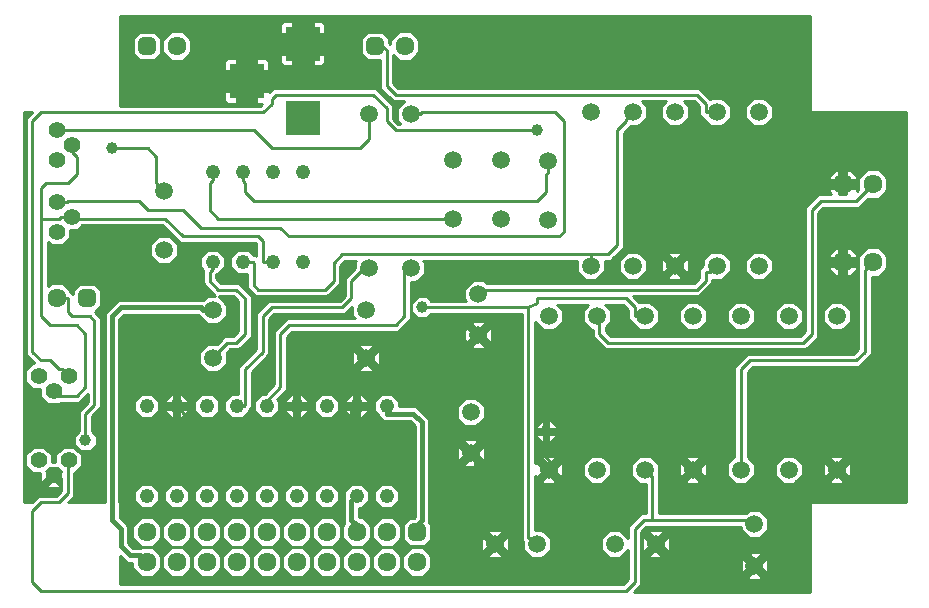
<source format=gbl>
G04 Generated by Ultiboard 11.0 *
%FSLAX25Y25*%
%MOIN*%

%ADD10C,0.01000*%
%ADD11C,0.01500*%
%ADD12C,0.03937*%
%ADD13C,0.05906*%
%ADD14C,0.06334*%
%ADD15R,0.02083X0.02083*%
%ADD16C,0.03917*%
%ADD17C,0.04900*%
%ADD18C,0.05500*%
%ADD19R,0.11833X0.11833*%


G04 ColorRGB 0000FF for the following layer *
%LNCopper Bottom*%
%LPD*%
%FSLAX25Y25*%
%MOIN*%
G54D10*
X262795Y307087D02*
X197835Y307087D01*
X280512Y301181D02*
X245079Y301181D01*
X249133Y379347D02*
X249927Y379347D01*
X249927Y379347D02*
X252653Y382073D01*
X252653Y382073D02*
X252653Y385927D01*
X252653Y385927D02*
X249927Y388653D01*
X249927Y388653D02*
X249133Y388653D01*
X249133Y388653D02*
X249133Y416000D01*
X249133Y416000D02*
X265000Y416000D01*
X265000Y416000D02*
X265000Y384000D01*
X265000Y384000D02*
X297000Y384000D01*
X297000Y384000D02*
X297000Y368850D01*
X297000Y368850D02*
X249133Y368850D01*
X249133Y368850D02*
X249133Y379347D01*
G36*
X249133Y379347D02*
X249927Y379347D01*
X252653Y382073D01*
X252653Y385927D01*
X249927Y388653D01*
X249133Y388653D01*
X249133Y416000D01*
X265000Y416000D01*
X265000Y384000D01*
X297000Y384000D01*
X297000Y368850D01*
X249133Y368850D01*
X249133Y379347D01*
G37*
X249133Y379347D02*
X249927Y379347D01*
X249927Y379347D02*
X252653Y382073D01*
X252653Y382073D02*
X252653Y385927D01*
X252653Y385927D02*
X249927Y388653D01*
X249927Y388653D02*
X249133Y388653D01*
X249133Y388653D02*
X249133Y416000D01*
X249133Y416000D02*
X265000Y416000D01*
X265000Y416000D02*
X265000Y384000D01*
X265000Y384000D02*
X297000Y384000D01*
X297000Y384000D02*
X297000Y368850D01*
X297000Y368850D02*
X249133Y368850D01*
X249133Y368850D02*
X249133Y379347D01*
X273443Y364700D02*
X271300Y362557D01*
X271300Y362557D02*
X271300Y361278D01*
X271300Y361278D02*
X273443Y361278D01*
X273443Y361278D02*
X273443Y358722D01*
X273443Y358722D02*
X271300Y358722D01*
X271300Y358722D02*
X271300Y357443D01*
X271300Y357443D02*
X249133Y357443D01*
X249133Y357443D02*
X249133Y368850D01*
X249133Y368850D02*
X273443Y368850D01*
X273443Y368850D02*
X273443Y364700D01*
G36*
X273443Y364700D02*
X271300Y362557D01*
X271300Y361278D01*
X273443Y361278D01*
X273443Y358722D01*
X271300Y358722D01*
X271300Y357443D01*
X249133Y357443D01*
X249133Y368850D01*
X273443Y368850D01*
X273443Y364700D01*
G37*
X273443Y364700D02*
X271300Y362557D01*
X271300Y362557D02*
X271300Y361278D01*
X271300Y361278D02*
X273443Y361278D01*
X273443Y361278D02*
X273443Y358722D01*
X273443Y358722D02*
X271300Y358722D01*
X271300Y358722D02*
X271300Y357443D01*
X271300Y357443D02*
X249133Y357443D01*
X249133Y357443D02*
X249133Y368850D01*
X249133Y368850D02*
X273443Y368850D01*
X273443Y368850D02*
X273443Y364700D01*
X252653Y331443D02*
X252653Y334746D01*
X252653Y334746D02*
X249927Y337472D01*
X249927Y337472D02*
X249133Y337472D01*
X249133Y337472D02*
X249133Y352289D01*
X249133Y352289D02*
X263548Y352289D01*
X263548Y352289D02*
X263548Y331443D01*
X263548Y331443D02*
X252653Y331443D01*
G36*
X252653Y331443D02*
X252653Y334746D01*
X249927Y337472D01*
X249133Y337472D01*
X249133Y352289D01*
X263548Y352289D01*
X263548Y331443D01*
X252653Y331443D01*
G37*
X252653Y331443D02*
X252653Y334746D01*
X252653Y334746D02*
X249927Y337472D01*
X249927Y337472D02*
X249133Y337472D01*
X249133Y337472D02*
X249133Y352289D01*
X249133Y352289D02*
X263548Y352289D01*
X263548Y352289D02*
X263548Y331443D01*
X263548Y331443D02*
X252653Y331443D01*
X249133Y328166D02*
X249927Y328166D01*
X249927Y328166D02*
X252653Y330892D01*
X252653Y330892D02*
X252653Y331443D01*
X252653Y331443D02*
X263548Y331443D01*
X263548Y331443D02*
X263548Y320000D01*
X263548Y320000D02*
X260580Y320000D01*
X260580Y320000D02*
X259927Y320653D01*
X259927Y320653D02*
X256073Y320653D01*
X256073Y320653D02*
X255420Y320000D01*
X255420Y320000D02*
X249133Y320000D01*
X249133Y320000D02*
X249133Y328166D01*
G36*
X249133Y328166D02*
X249927Y328166D01*
X252653Y330892D01*
X252653Y331443D01*
X263548Y331443D01*
X263548Y320000D01*
X260580Y320000D01*
X259927Y320653D01*
X256073Y320653D01*
X255420Y320000D01*
X249133Y320000D01*
X249133Y328166D01*
G37*
X249133Y328166D02*
X249927Y328166D01*
X249927Y328166D02*
X252653Y330892D01*
X252653Y330892D02*
X252653Y331443D01*
X252653Y331443D02*
X263548Y331443D01*
X263548Y331443D02*
X263548Y320000D01*
X263548Y320000D02*
X260580Y320000D01*
X260580Y320000D02*
X259927Y320653D01*
X259927Y320653D02*
X256073Y320653D01*
X256073Y320653D02*
X255420Y320000D01*
X255420Y320000D02*
X249133Y320000D01*
X249133Y320000D02*
X249133Y328166D01*
X271300Y357443D02*
X272212Y356531D01*
X272212Y356531D02*
X267790Y356531D01*
X267790Y356531D02*
X263548Y352289D01*
X263548Y352289D02*
X249133Y352289D01*
X249133Y352289D02*
X249133Y357443D01*
X249133Y357443D02*
X271300Y357443D01*
G36*
X271300Y357443D02*
X272212Y356531D01*
X267790Y356531D01*
X263548Y352289D01*
X249133Y352289D01*
X249133Y357443D01*
X271300Y357443D01*
G37*
X271300Y357443D02*
X272212Y356531D01*
X272212Y356531D02*
X267790Y356531D01*
X267790Y356531D02*
X263548Y352289D01*
X263548Y352289D02*
X249133Y352289D01*
X249133Y352289D02*
X249133Y357443D01*
X249133Y357443D02*
X271300Y357443D01*
X255420Y320000D02*
X253347Y317927D01*
X253347Y317927D02*
X253347Y314073D01*
X253347Y314073D02*
X256073Y311347D01*
X256073Y311347D02*
X259438Y311347D01*
X259438Y311347D02*
X259438Y309287D01*
X259438Y309287D02*
X249133Y309287D01*
X249133Y309287D02*
X249133Y320000D01*
X249133Y320000D02*
X255420Y320000D01*
G36*
X255420Y320000D02*
X253347Y317927D01*
X253347Y314073D01*
X256073Y311347D01*
X259438Y311347D01*
X259438Y309287D01*
X249133Y309287D01*
X249133Y320000D01*
X255420Y320000D01*
G37*
X255420Y320000D02*
X253347Y317927D01*
X253347Y317927D02*
X253347Y314073D01*
X253347Y314073D02*
X256073Y311347D01*
X256073Y311347D02*
X259438Y311347D01*
X259438Y311347D02*
X259438Y309287D01*
X259438Y309287D02*
X249133Y309287D01*
X249133Y309287D02*
X249133Y320000D01*
X249133Y320000D02*
X255420Y320000D01*
X259438Y303381D02*
X249133Y303381D01*
X249133Y303381D02*
X249133Y304887D01*
X249133Y304887D02*
X259438Y304887D01*
X259438Y304887D02*
X259438Y303381D01*
G36*
X259438Y303381D02*
X249133Y303381D01*
X249133Y304887D01*
X259438Y304887D01*
X259438Y303381D01*
G37*
X259438Y303381D02*
X249133Y303381D01*
X249133Y303381D02*
X249133Y304887D01*
X249133Y304887D02*
X259438Y304887D01*
X259438Y304887D02*
X259438Y303381D01*
X249133Y298981D02*
X259438Y298981D01*
X259438Y298981D02*
X259438Y271150D01*
X259438Y271150D02*
X249133Y271150D01*
X249133Y271150D02*
X249133Y298981D01*
G36*
X249133Y298981D02*
X259438Y298981D01*
X259438Y271150D01*
X249133Y271150D01*
X249133Y298981D01*
G37*
X249133Y298981D02*
X259438Y298981D01*
X259438Y298981D02*
X259438Y271150D01*
X259438Y271150D02*
X249133Y271150D01*
X249133Y271150D02*
X249133Y298981D01*
X249133Y236697D02*
X249225Y236788D01*
X249225Y236788D02*
X249133Y236880D01*
X249133Y236880D02*
X249133Y242534D01*
X249133Y242534D02*
X251269Y244669D01*
X251269Y244669D02*
X251269Y248524D01*
X251269Y248524D02*
X249133Y250659D01*
X249133Y250659D02*
X249133Y271150D01*
X249133Y271150D02*
X259438Y271150D01*
X259438Y271150D02*
X259438Y269472D01*
X259438Y269472D02*
X256073Y269472D01*
X256073Y269472D02*
X253347Y266746D01*
X253347Y266746D02*
X253347Y262892D01*
X253347Y262892D02*
X256073Y260166D01*
X256073Y260166D02*
X259438Y260166D01*
X259438Y260166D02*
X259438Y224000D01*
X259438Y224000D02*
X249133Y224000D01*
X249133Y224000D02*
X249133Y228754D01*
X249133Y228754D02*
X249225Y228846D01*
X249225Y228846D02*
X249133Y228937D01*
X249133Y228937D02*
X249133Y231662D01*
X249133Y231662D02*
X250587Y230208D01*
X250587Y230208D02*
X251269Y230890D01*
X251269Y230890D02*
X251269Y234744D01*
X251269Y234744D02*
X250587Y235426D01*
X250587Y235426D02*
X249133Y233972D01*
X249133Y233972D02*
X249133Y236697D01*
G36*
X249133Y236697D02*
X249225Y236788D01*
X249133Y236880D01*
X249133Y242534D01*
X251269Y244669D01*
X251269Y248524D01*
X249133Y250659D01*
X249133Y271150D01*
X259438Y271150D01*
X259438Y269472D01*
X256073Y269472D01*
X253347Y266746D01*
X253347Y262892D01*
X256073Y260166D01*
X259438Y260166D01*
X259438Y224000D01*
X249133Y224000D01*
X249133Y228754D01*
X249225Y228846D01*
X249133Y228937D01*
X249133Y231662D01*
X250587Y230208D01*
X251269Y230890D01*
X251269Y234744D01*
X250587Y235426D01*
X249133Y233972D01*
X249133Y236697D01*
G37*
X249133Y236697D02*
X249225Y236788D01*
X249225Y236788D02*
X249133Y236880D01*
X249133Y236880D02*
X249133Y242534D01*
X249133Y242534D02*
X251269Y244669D01*
X251269Y244669D02*
X251269Y248524D01*
X251269Y248524D02*
X249133Y250659D01*
X249133Y250659D02*
X249133Y271150D01*
X249133Y271150D02*
X259438Y271150D01*
X259438Y271150D02*
X259438Y269472D01*
X259438Y269472D02*
X256073Y269472D01*
X256073Y269472D02*
X253347Y266746D01*
X253347Y266746D02*
X253347Y262892D01*
X253347Y262892D02*
X256073Y260166D01*
X256073Y260166D02*
X259438Y260166D01*
X259438Y260166D02*
X259438Y224000D01*
X259438Y224000D02*
X249133Y224000D01*
X249133Y224000D02*
X249133Y228754D01*
X249133Y228754D02*
X249225Y228846D01*
X249225Y228846D02*
X249133Y228937D01*
X249133Y228937D02*
X249133Y231662D01*
X249133Y231662D02*
X250587Y230208D01*
X250587Y230208D02*
X251269Y230890D01*
X251269Y230890D02*
X251269Y234744D01*
X251269Y234744D02*
X250587Y235426D01*
X250587Y235426D02*
X249133Y233972D01*
X249133Y233972D02*
X249133Y236697D01*
X48867Y245429D02*
X48867Y246016D01*
X48867Y246016D02*
X46016Y248867D01*
X46016Y248867D02*
X41984Y248867D01*
X41984Y248867D02*
X39133Y246016D01*
X39133Y246016D02*
X39133Y245429D01*
X39133Y245429D02*
X37883Y245429D01*
X37883Y245429D02*
X37883Y246094D01*
X37883Y246094D02*
X35000Y248977D01*
X35000Y248977D02*
X35000Y254000D01*
X35000Y254000D02*
X34930Y254000D01*
X34930Y254000D02*
X34930Y257429D01*
X34930Y257429D02*
X39850Y257429D01*
X39850Y257429D02*
X39850Y254281D01*
X39850Y254281D02*
X42281Y251850D01*
X42281Y251850D02*
X45719Y251850D01*
X45719Y251850D02*
X48150Y254281D01*
X48150Y254281D02*
X48150Y257429D01*
X48150Y257429D02*
X49850Y257429D01*
X49850Y257429D02*
X49850Y254281D01*
X49850Y254281D02*
X50867Y253264D01*
X50867Y253264D02*
X50867Y247750D01*
X50867Y247750D02*
X49133Y246016D01*
X49133Y246016D02*
X49133Y245429D01*
X49133Y245429D02*
X48867Y245429D01*
G36*
X48867Y245429D02*
X48867Y246016D01*
X46016Y248867D01*
X41984Y248867D01*
X39133Y246016D01*
X39133Y245429D01*
X37883Y245429D01*
X37883Y246094D01*
X35000Y248977D01*
X35000Y254000D01*
X34930Y254000D01*
X34930Y257429D01*
X39850Y257429D01*
X39850Y254281D01*
X42281Y251850D01*
X45719Y251850D01*
X48150Y254281D01*
X48150Y257429D01*
X49850Y257429D01*
X49850Y254281D01*
X50867Y253264D01*
X50867Y247750D01*
X49133Y246016D01*
X49133Y245429D01*
X48867Y245429D01*
G37*
X48867Y245429D02*
X48867Y246016D01*
X48867Y246016D02*
X46016Y248867D01*
X46016Y248867D02*
X41984Y248867D01*
X41984Y248867D02*
X39133Y246016D01*
X39133Y246016D02*
X39133Y245429D01*
X39133Y245429D02*
X37883Y245429D01*
X37883Y245429D02*
X37883Y246094D01*
X37883Y246094D02*
X35000Y248977D01*
X35000Y248977D02*
X35000Y254000D01*
X35000Y254000D02*
X34930Y254000D01*
X34930Y254000D02*
X34930Y257429D01*
X34930Y257429D02*
X39850Y257429D01*
X39850Y257429D02*
X39850Y254281D01*
X39850Y254281D02*
X42281Y251850D01*
X42281Y251850D02*
X45719Y251850D01*
X45719Y251850D02*
X48150Y254281D01*
X48150Y254281D02*
X48150Y257429D01*
X48150Y257429D02*
X49850Y257429D01*
X49850Y257429D02*
X49850Y254281D01*
X49850Y254281D02*
X50867Y253264D01*
X50867Y253264D02*
X50867Y247750D01*
X50867Y247750D02*
X49133Y246016D01*
X49133Y246016D02*
X49133Y245429D01*
X49133Y245429D02*
X48867Y245429D01*
X65429Y248867D02*
X61984Y248867D01*
X61984Y248867D02*
X59133Y246016D01*
X59133Y246016D02*
X59133Y241984D01*
X59133Y241984D02*
X61984Y239133D01*
X61984Y239133D02*
X65429Y239133D01*
X65429Y239133D02*
X65429Y238867D01*
X65429Y238867D02*
X61984Y238867D01*
X61984Y238867D02*
X59133Y236016D01*
X59133Y236016D02*
X59133Y231984D01*
X59133Y231984D02*
X61984Y229133D01*
X61984Y229133D02*
X65429Y229133D01*
X65429Y229133D02*
X65429Y226609D01*
X65429Y226609D02*
X50867Y226609D01*
X50867Y226609D02*
X50867Y230250D01*
X50867Y230250D02*
X51984Y229133D01*
X51984Y229133D02*
X56016Y229133D01*
X56016Y229133D02*
X58867Y231984D01*
X58867Y231984D02*
X58867Y236016D01*
X58867Y236016D02*
X56016Y238867D01*
X56016Y238867D02*
X51984Y238867D01*
X51984Y238867D02*
X50867Y237750D01*
X50867Y237750D02*
X50867Y240250D01*
X50867Y240250D02*
X51984Y239133D01*
X51984Y239133D02*
X56016Y239133D01*
X56016Y239133D02*
X58867Y241984D01*
X58867Y241984D02*
X58867Y246016D01*
X58867Y246016D02*
X56016Y248867D01*
X56016Y248867D02*
X51984Y248867D01*
X51984Y248867D02*
X50867Y247750D01*
X50867Y247750D02*
X50867Y253264D01*
X50867Y253264D02*
X52281Y251850D01*
X52281Y251850D02*
X55719Y251850D01*
X55719Y251850D02*
X58150Y254281D01*
X58150Y254281D02*
X58150Y257429D01*
X58150Y257429D02*
X59850Y257429D01*
X59850Y257429D02*
X59850Y254281D01*
X59850Y254281D02*
X62281Y251850D01*
X62281Y251850D02*
X65429Y251850D01*
X65429Y251850D02*
X65429Y248867D01*
G36*
X65429Y248867D02*
X61984Y248867D01*
X59133Y246016D01*
X59133Y241984D01*
X61984Y239133D01*
X65429Y239133D01*
X65429Y238867D01*
X61984Y238867D01*
X59133Y236016D01*
X59133Y231984D01*
X61984Y229133D01*
X65429Y229133D01*
X65429Y226609D01*
X50867Y226609D01*
X50867Y230250D01*
X51984Y229133D01*
X56016Y229133D01*
X58867Y231984D01*
X58867Y236016D01*
X56016Y238867D01*
X51984Y238867D01*
X50867Y237750D01*
X50867Y240250D01*
X51984Y239133D01*
X56016Y239133D01*
X58867Y241984D01*
X58867Y246016D01*
X56016Y248867D01*
X51984Y248867D01*
X50867Y247750D01*
X50867Y253264D01*
X52281Y251850D01*
X55719Y251850D01*
X58150Y254281D01*
X58150Y257429D01*
X59850Y257429D01*
X59850Y254281D01*
X62281Y251850D01*
X65429Y251850D01*
X65429Y248867D01*
G37*
X65429Y248867D02*
X61984Y248867D01*
X61984Y248867D02*
X59133Y246016D01*
X59133Y246016D02*
X59133Y241984D01*
X59133Y241984D02*
X61984Y239133D01*
X61984Y239133D02*
X65429Y239133D01*
X65429Y239133D02*
X65429Y238867D01*
X65429Y238867D02*
X61984Y238867D01*
X61984Y238867D02*
X59133Y236016D01*
X59133Y236016D02*
X59133Y231984D01*
X59133Y231984D02*
X61984Y229133D01*
X61984Y229133D02*
X65429Y229133D01*
X65429Y229133D02*
X65429Y226609D01*
X65429Y226609D02*
X50867Y226609D01*
X50867Y226609D02*
X50867Y230250D01*
X50867Y230250D02*
X51984Y229133D01*
X51984Y229133D02*
X56016Y229133D01*
X56016Y229133D02*
X58867Y231984D01*
X58867Y231984D02*
X58867Y236016D01*
X58867Y236016D02*
X56016Y238867D01*
X56016Y238867D02*
X51984Y238867D01*
X51984Y238867D02*
X50867Y237750D01*
X50867Y237750D02*
X50867Y240250D01*
X50867Y240250D02*
X51984Y239133D01*
X51984Y239133D02*
X56016Y239133D01*
X56016Y239133D02*
X58867Y241984D01*
X58867Y241984D02*
X58867Y246016D01*
X58867Y246016D02*
X56016Y248867D01*
X56016Y248867D02*
X51984Y248867D01*
X51984Y248867D02*
X50867Y247750D01*
X50867Y247750D02*
X50867Y253264D01*
X50867Y253264D02*
X52281Y251850D01*
X52281Y251850D02*
X55719Y251850D01*
X55719Y251850D02*
X58150Y254281D01*
X58150Y254281D02*
X58150Y257429D01*
X58150Y257429D02*
X59850Y257429D01*
X59850Y257429D02*
X59850Y254281D01*
X59850Y254281D02*
X62281Y251850D01*
X62281Y251850D02*
X65429Y251850D01*
X65429Y251850D02*
X65429Y248867D01*
X65429Y239133D02*
X66016Y239133D01*
X66016Y239133D02*
X68867Y241984D01*
X68867Y241984D02*
X68867Y246016D01*
X68867Y246016D02*
X66016Y248867D01*
X66016Y248867D02*
X65429Y248867D01*
X65429Y248867D02*
X65429Y251850D01*
X65429Y251850D02*
X65719Y251850D01*
X65719Y251850D02*
X68150Y254281D01*
X68150Y254281D02*
X68150Y257429D01*
X68150Y257429D02*
X69850Y257429D01*
X69850Y257429D02*
X69850Y254281D01*
X69850Y254281D02*
X72281Y251850D01*
X72281Y251850D02*
X75429Y251850D01*
X75429Y251850D02*
X75429Y248867D01*
X75429Y248867D02*
X71984Y248867D01*
X71984Y248867D02*
X69133Y246016D01*
X69133Y246016D02*
X69133Y241984D01*
X69133Y241984D02*
X71984Y239133D01*
X71984Y239133D02*
X75429Y239133D01*
X75429Y239133D02*
X75429Y238867D01*
X75429Y238867D02*
X71984Y238867D01*
X71984Y238867D02*
X69133Y236016D01*
X69133Y236016D02*
X69133Y231984D01*
X69133Y231984D02*
X71984Y229133D01*
X71984Y229133D02*
X75429Y229133D01*
X75429Y229133D02*
X75429Y226609D01*
X75429Y226609D02*
X65429Y226609D01*
X65429Y226609D02*
X65429Y229133D01*
X65429Y229133D02*
X66016Y229133D01*
X66016Y229133D02*
X68867Y231984D01*
X68867Y231984D02*
X68867Y236016D01*
X68867Y236016D02*
X66016Y238867D01*
X66016Y238867D02*
X65429Y238867D01*
X65429Y238867D02*
X65429Y239133D01*
G36*
X65429Y239133D02*
X66016Y239133D01*
X68867Y241984D01*
X68867Y246016D01*
X66016Y248867D01*
X65429Y248867D01*
X65429Y251850D01*
X65719Y251850D01*
X68150Y254281D01*
X68150Y257429D01*
X69850Y257429D01*
X69850Y254281D01*
X72281Y251850D01*
X75429Y251850D01*
X75429Y248867D01*
X71984Y248867D01*
X69133Y246016D01*
X69133Y241984D01*
X71984Y239133D01*
X75429Y239133D01*
X75429Y238867D01*
X71984Y238867D01*
X69133Y236016D01*
X69133Y231984D01*
X71984Y229133D01*
X75429Y229133D01*
X75429Y226609D01*
X65429Y226609D01*
X65429Y229133D01*
X66016Y229133D01*
X68867Y231984D01*
X68867Y236016D01*
X66016Y238867D01*
X65429Y238867D01*
X65429Y239133D01*
G37*
X65429Y239133D02*
X66016Y239133D01*
X66016Y239133D02*
X68867Y241984D01*
X68867Y241984D02*
X68867Y246016D01*
X68867Y246016D02*
X66016Y248867D01*
X66016Y248867D02*
X65429Y248867D01*
X65429Y248867D02*
X65429Y251850D01*
X65429Y251850D02*
X65719Y251850D01*
X65719Y251850D02*
X68150Y254281D01*
X68150Y254281D02*
X68150Y257429D01*
X68150Y257429D02*
X69850Y257429D01*
X69850Y257429D02*
X69850Y254281D01*
X69850Y254281D02*
X72281Y251850D01*
X72281Y251850D02*
X75429Y251850D01*
X75429Y251850D02*
X75429Y248867D01*
X75429Y248867D02*
X71984Y248867D01*
X71984Y248867D02*
X69133Y246016D01*
X69133Y246016D02*
X69133Y241984D01*
X69133Y241984D02*
X71984Y239133D01*
X71984Y239133D02*
X75429Y239133D01*
X75429Y239133D02*
X75429Y238867D01*
X75429Y238867D02*
X71984Y238867D01*
X71984Y238867D02*
X69133Y236016D01*
X69133Y236016D02*
X69133Y231984D01*
X69133Y231984D02*
X71984Y229133D01*
X71984Y229133D02*
X75429Y229133D01*
X75429Y229133D02*
X75429Y226609D01*
X75429Y226609D02*
X65429Y226609D01*
X65429Y226609D02*
X65429Y229133D01*
X65429Y229133D02*
X66016Y229133D01*
X66016Y229133D02*
X68867Y231984D01*
X68867Y231984D02*
X68867Y236016D01*
X68867Y236016D02*
X66016Y238867D01*
X66016Y238867D02*
X65429Y238867D01*
X65429Y238867D02*
X65429Y239133D01*
X98867Y245429D02*
X98867Y246016D01*
X98867Y246016D02*
X96016Y248867D01*
X96016Y248867D02*
X91984Y248867D01*
X91984Y248867D02*
X89133Y246016D01*
X89133Y246016D02*
X89133Y245429D01*
X89133Y245429D02*
X88867Y245429D01*
X88867Y245429D02*
X88867Y246016D01*
X88867Y246016D02*
X86016Y248867D01*
X86016Y248867D02*
X81984Y248867D01*
X81984Y248867D02*
X79133Y246016D01*
X79133Y246016D02*
X79133Y245429D01*
X79133Y245429D02*
X78867Y245429D01*
X78867Y245429D02*
X78867Y246016D01*
X78867Y246016D02*
X76016Y248867D01*
X76016Y248867D02*
X75429Y248867D01*
X75429Y248867D02*
X75429Y251850D01*
X75429Y251850D02*
X75719Y251850D01*
X75719Y251850D02*
X78150Y254281D01*
X78150Y254281D02*
X78150Y257429D01*
X78150Y257429D02*
X79850Y257429D01*
X79850Y257429D02*
X79850Y254281D01*
X79850Y254281D02*
X82281Y251850D01*
X82281Y251850D02*
X85719Y251850D01*
X85719Y251850D02*
X88150Y254281D01*
X88150Y254281D02*
X88150Y257429D01*
X88150Y257429D02*
X89850Y257429D01*
X89850Y257429D02*
X89850Y254281D01*
X89850Y254281D02*
X92281Y251850D01*
X92281Y251850D02*
X95719Y251850D01*
X95719Y251850D02*
X98150Y254281D01*
X98150Y254281D02*
X98150Y257429D01*
X98150Y257429D02*
X99850Y257429D01*
X99850Y257429D02*
X99850Y254281D01*
X99850Y254281D02*
X100433Y253698D01*
X100433Y253698D02*
X100433Y247316D01*
X100433Y247316D02*
X99133Y246016D01*
X99133Y246016D02*
X99133Y245429D01*
X99133Y245429D02*
X98867Y245429D01*
G36*
X98867Y245429D02*
X98867Y246016D01*
X96016Y248867D01*
X91984Y248867D01*
X89133Y246016D01*
X89133Y245429D01*
X88867Y245429D01*
X88867Y246016D01*
X86016Y248867D01*
X81984Y248867D01*
X79133Y246016D01*
X79133Y245429D01*
X78867Y245429D01*
X78867Y246016D01*
X76016Y248867D01*
X75429Y248867D01*
X75429Y251850D01*
X75719Y251850D01*
X78150Y254281D01*
X78150Y257429D01*
X79850Y257429D01*
X79850Y254281D01*
X82281Y251850D01*
X85719Y251850D01*
X88150Y254281D01*
X88150Y257429D01*
X89850Y257429D01*
X89850Y254281D01*
X92281Y251850D01*
X95719Y251850D01*
X98150Y254281D01*
X98150Y257429D01*
X99850Y257429D01*
X99850Y254281D01*
X100433Y253698D01*
X100433Y247316D01*
X99133Y246016D01*
X99133Y245429D01*
X98867Y245429D01*
G37*
X98867Y245429D02*
X98867Y246016D01*
X98867Y246016D02*
X96016Y248867D01*
X96016Y248867D02*
X91984Y248867D01*
X91984Y248867D02*
X89133Y246016D01*
X89133Y246016D02*
X89133Y245429D01*
X89133Y245429D02*
X88867Y245429D01*
X88867Y245429D02*
X88867Y246016D01*
X88867Y246016D02*
X86016Y248867D01*
X86016Y248867D02*
X81984Y248867D01*
X81984Y248867D02*
X79133Y246016D01*
X79133Y246016D02*
X79133Y245429D01*
X79133Y245429D02*
X78867Y245429D01*
X78867Y245429D02*
X78867Y246016D01*
X78867Y246016D02*
X76016Y248867D01*
X76016Y248867D02*
X75429Y248867D01*
X75429Y248867D02*
X75429Y251850D01*
X75429Y251850D02*
X75719Y251850D01*
X75719Y251850D02*
X78150Y254281D01*
X78150Y254281D02*
X78150Y257429D01*
X78150Y257429D02*
X79850Y257429D01*
X79850Y257429D02*
X79850Y254281D01*
X79850Y254281D02*
X82281Y251850D01*
X82281Y251850D02*
X85719Y251850D01*
X85719Y251850D02*
X88150Y254281D01*
X88150Y254281D02*
X88150Y257429D01*
X88150Y257429D02*
X89850Y257429D01*
X89850Y257429D02*
X89850Y254281D01*
X89850Y254281D02*
X92281Y251850D01*
X92281Y251850D02*
X95719Y251850D01*
X95719Y251850D02*
X98150Y254281D01*
X98150Y254281D02*
X98150Y257429D01*
X98150Y257429D02*
X99850Y257429D01*
X99850Y257429D02*
X99850Y254281D01*
X99850Y254281D02*
X100433Y253698D01*
X100433Y253698D02*
X100433Y247316D01*
X100433Y247316D02*
X99133Y246016D01*
X99133Y246016D02*
X99133Y245429D01*
X99133Y245429D02*
X98867Y245429D01*
X109850Y257429D02*
X109850Y255315D01*
X109850Y255315D02*
X109755Y255220D01*
X109755Y255220D02*
X109755Y249046D01*
X109755Y249046D02*
X100433Y249046D01*
X100433Y249046D02*
X100433Y253698D01*
X100433Y253698D02*
X102281Y251850D01*
X102281Y251850D02*
X105719Y251850D01*
X105719Y251850D02*
X108150Y254281D01*
X108150Y254281D02*
X108150Y257429D01*
X108150Y257429D02*
X109850Y257429D01*
G36*
X109850Y257429D02*
X109850Y255315D01*
X109755Y255220D01*
X109755Y249046D01*
X100433Y249046D01*
X100433Y253698D01*
X102281Y251850D01*
X105719Y251850D01*
X108150Y254281D01*
X108150Y257429D01*
X109850Y257429D01*
G37*
X109850Y257429D02*
X109850Y255315D01*
X109850Y255315D02*
X109755Y255220D01*
X109755Y255220D02*
X109755Y249046D01*
X109755Y249046D02*
X100433Y249046D01*
X100433Y249046D02*
X100433Y253698D01*
X100433Y253698D02*
X102281Y251850D01*
X102281Y251850D02*
X105719Y251850D01*
X105719Y251850D02*
X108150Y254281D01*
X108150Y254281D02*
X108150Y257429D01*
X108150Y257429D02*
X109850Y257429D01*
X125429Y260150D02*
X122281Y260150D01*
X122281Y260150D02*
X119850Y257719D01*
X119850Y257719D02*
X119850Y254281D01*
X119850Y254281D02*
X122281Y251850D01*
X122281Y251850D02*
X125429Y251850D01*
X125429Y251850D02*
X125429Y249046D01*
X125429Y249046D02*
X115015Y249046D01*
X115015Y249046D02*
X115015Y251850D01*
X115015Y251850D02*
X115719Y251850D01*
X115719Y251850D02*
X118150Y254281D01*
X118150Y254281D02*
X118150Y257719D01*
X118150Y257719D02*
X115719Y260150D01*
X115719Y260150D02*
X115015Y260150D01*
X115015Y260150D02*
X115015Y271150D01*
X115015Y271150D02*
X125429Y271150D01*
X125429Y271150D02*
X125429Y260150D01*
G36*
X125429Y260150D02*
X122281Y260150D01*
X119850Y257719D01*
X119850Y254281D01*
X122281Y251850D01*
X125429Y251850D01*
X125429Y249046D01*
X115015Y249046D01*
X115015Y251850D01*
X115719Y251850D01*
X118150Y254281D01*
X118150Y257719D01*
X115719Y260150D01*
X115015Y260150D01*
X115015Y271150D01*
X125429Y271150D01*
X125429Y260150D01*
G37*
X125429Y260150D02*
X122281Y260150D01*
X122281Y260150D02*
X119850Y257719D01*
X119850Y257719D02*
X119850Y254281D01*
X119850Y254281D02*
X122281Y251850D01*
X122281Y251850D02*
X125429Y251850D01*
X125429Y251850D02*
X125429Y249046D01*
X125429Y249046D02*
X115015Y249046D01*
X115015Y249046D02*
X115015Y251850D01*
X115015Y251850D02*
X115719Y251850D01*
X115719Y251850D02*
X118150Y254281D01*
X118150Y254281D02*
X118150Y257719D01*
X118150Y257719D02*
X115719Y260150D01*
X115719Y260150D02*
X115015Y260150D01*
X115015Y260150D02*
X115015Y271150D01*
X115015Y271150D02*
X125429Y271150D01*
X125429Y271150D02*
X125429Y260150D01*
X147347Y271150D02*
X147347Y268293D01*
X147347Y268293D02*
X148029Y267612D01*
X148029Y267612D02*
X150000Y269583D01*
X150000Y269583D02*
X150000Y266858D01*
X150000Y266858D02*
X149391Y266249D01*
X149391Y266249D02*
X150000Y265640D01*
X150000Y265640D02*
X150000Y249046D01*
X150000Y249046D02*
X138277Y249046D01*
X138277Y249046D02*
X138277Y271150D01*
X138277Y271150D02*
X147347Y271150D01*
G36*
X147347Y271150D02*
X147347Y268293D01*
X148029Y267612D01*
X150000Y269583D01*
X150000Y266858D01*
X149391Y266249D01*
X150000Y265640D01*
X150000Y249046D01*
X138277Y249046D01*
X138277Y271150D01*
X147347Y271150D01*
G37*
X147347Y271150D02*
X147347Y268293D01*
X147347Y268293D02*
X148029Y267612D01*
X148029Y267612D02*
X150000Y269583D01*
X150000Y269583D02*
X150000Y266858D01*
X150000Y266858D02*
X149391Y266249D01*
X149391Y266249D02*
X150000Y265640D01*
X150000Y265640D02*
X150000Y249046D01*
X150000Y249046D02*
X138277Y249046D01*
X138277Y249046D02*
X138277Y271150D01*
X138277Y271150D02*
X147347Y271150D01*
X125429Y251850D02*
X125719Y251850D01*
X125719Y251850D02*
X128150Y254281D01*
X128150Y254281D02*
X128150Y257719D01*
X128150Y257719D02*
X125719Y260150D01*
X125719Y260150D02*
X125429Y260150D01*
X125429Y260150D02*
X125429Y271150D01*
X125429Y271150D02*
X133377Y271150D01*
X133377Y271150D02*
X133377Y249046D01*
X133377Y249046D02*
X125429Y249046D01*
X125429Y249046D02*
X125429Y251850D01*
G36*
X125429Y251850D02*
X125719Y251850D01*
X128150Y254281D01*
X128150Y257719D01*
X125719Y260150D01*
X125429Y260150D01*
X125429Y271150D01*
X133377Y271150D01*
X133377Y249046D01*
X125429Y249046D01*
X125429Y251850D01*
G37*
X125429Y251850D02*
X125719Y251850D01*
X125719Y251850D02*
X128150Y254281D01*
X128150Y254281D02*
X128150Y257719D01*
X128150Y257719D02*
X125719Y260150D01*
X125719Y260150D02*
X125429Y260150D01*
X125429Y260150D02*
X125429Y271150D01*
X125429Y271150D02*
X133377Y271150D01*
X133377Y271150D02*
X133377Y249046D01*
X133377Y249046D02*
X125429Y249046D01*
X125429Y249046D02*
X125429Y251850D01*
X114655Y251850D02*
X115015Y251850D01*
X115015Y251850D02*
X115015Y249046D01*
X115015Y249046D02*
X114655Y249046D01*
X114655Y249046D02*
X114655Y251850D01*
G36*
X114655Y251850D02*
X115015Y251850D01*
X115015Y249046D01*
X114655Y249046D01*
X114655Y251850D01*
G37*
X114655Y251850D02*
X115015Y251850D01*
X115015Y251850D02*
X115015Y249046D01*
X115015Y249046D02*
X114655Y249046D01*
X114655Y249046D02*
X114655Y251850D01*
X160220Y244653D02*
X158293Y244653D01*
X158293Y244653D02*
X157612Y243971D01*
X157612Y243971D02*
X160220Y241363D01*
X160220Y241363D02*
X160220Y240000D01*
X160220Y240000D02*
X158858Y240000D01*
X158858Y240000D02*
X156249Y242609D01*
X156249Y242609D02*
X155568Y241927D01*
X155568Y241927D02*
X155568Y240000D01*
X155568Y240000D02*
X150000Y240000D01*
X150000Y240000D02*
X150000Y265640D01*
X150000Y265640D02*
X150073Y265568D01*
X150073Y265568D02*
X153927Y265568D01*
X153927Y265568D02*
X154609Y266249D01*
X154609Y266249D02*
X152000Y268858D01*
X152000Y268858D02*
X150000Y266858D01*
X150000Y266858D02*
X150000Y269583D01*
X150000Y269583D02*
X150637Y270220D01*
X150637Y270220D02*
X150000Y270858D01*
X150000Y270858D02*
X150000Y271150D01*
X150000Y271150D02*
X154292Y271150D01*
X154292Y271150D02*
X153363Y270220D01*
X153363Y270220D02*
X155971Y267612D01*
X155971Y267612D02*
X156653Y268293D01*
X156653Y268293D02*
X156653Y271150D01*
X156653Y271150D02*
X160220Y271150D01*
X160220Y271150D02*
X160220Y244653D01*
G36*
X160220Y244653D02*
X158293Y244653D01*
X157612Y243971D01*
X160220Y241363D01*
X160220Y240000D01*
X158858Y240000D01*
X156249Y242609D01*
X155568Y241927D01*
X155568Y240000D01*
X150000Y240000D01*
X150000Y265640D01*
X150073Y265568D01*
X153927Y265568D01*
X154609Y266249D01*
X152000Y268858D01*
X150000Y266858D01*
X150000Y269583D01*
X150637Y270220D01*
X150000Y270858D01*
X150000Y271150D01*
X154292Y271150D01*
X153363Y270220D01*
X155971Y267612D01*
X156653Y268293D01*
X156653Y271150D01*
X160220Y271150D01*
X160220Y244653D01*
G37*
X160220Y244653D02*
X158293Y244653D01*
X158293Y244653D02*
X157612Y243971D01*
X157612Y243971D02*
X160220Y241363D01*
X160220Y241363D02*
X160220Y240000D01*
X160220Y240000D02*
X158858Y240000D01*
X158858Y240000D02*
X156249Y242609D01*
X156249Y242609D02*
X155568Y241927D01*
X155568Y241927D02*
X155568Y240000D01*
X155568Y240000D02*
X150000Y240000D01*
X150000Y240000D02*
X150000Y265640D01*
X150000Y265640D02*
X150073Y265568D01*
X150073Y265568D02*
X153927Y265568D01*
X153927Y265568D02*
X154609Y266249D01*
X154609Y266249D02*
X152000Y268858D01*
X152000Y268858D02*
X150000Y266858D01*
X150000Y266858D02*
X150000Y269583D01*
X150000Y269583D02*
X150637Y270220D01*
X150637Y270220D02*
X150000Y270858D01*
X150000Y270858D02*
X150000Y271150D01*
X150000Y271150D02*
X154292Y271150D01*
X154292Y271150D02*
X153363Y270220D01*
X153363Y270220D02*
X155971Y267612D01*
X155971Y267612D02*
X156653Y268293D01*
X156653Y268293D02*
X156653Y271150D01*
X156653Y271150D02*
X160220Y271150D01*
X160220Y271150D02*
X160220Y244653D01*
X160220Y241363D02*
X162829Y243971D01*
X162829Y243971D02*
X162148Y244653D01*
X162148Y244653D02*
X160220Y244653D01*
X160220Y244653D02*
X160220Y271150D01*
X160220Y271150D02*
X169060Y271150D01*
X169060Y271150D02*
X169060Y241215D01*
X169060Y241215D02*
X169347Y240927D01*
X169347Y240927D02*
X169347Y240000D01*
X169347Y240000D02*
X164873Y240000D01*
X164873Y240000D02*
X164873Y241927D01*
X164873Y241927D02*
X164192Y242609D01*
X164192Y242609D02*
X161583Y240000D01*
X161583Y240000D02*
X160220Y240000D01*
X160220Y240000D02*
X160220Y241363D01*
G36*
X160220Y241363D02*
X162829Y243971D01*
X162148Y244653D01*
X160220Y244653D01*
X160220Y271150D01*
X169060Y271150D01*
X169060Y241215D01*
X169347Y240927D01*
X169347Y240000D01*
X164873Y240000D01*
X164873Y241927D01*
X164192Y242609D01*
X161583Y240000D01*
X160220Y240000D01*
X160220Y241363D01*
G37*
X160220Y241363D02*
X162829Y243971D01*
X162829Y243971D02*
X162148Y244653D01*
X162148Y244653D02*
X160220Y244653D01*
X160220Y244653D02*
X160220Y271150D01*
X160220Y271150D02*
X169060Y271150D01*
X169060Y271150D02*
X169060Y241215D01*
X169060Y241215D02*
X169347Y240927D01*
X169347Y240927D02*
X169347Y240000D01*
X169347Y240000D02*
X164873Y240000D01*
X164873Y240000D02*
X164873Y241927D01*
X164873Y241927D02*
X164192Y242609D01*
X164192Y242609D02*
X161583Y240000D01*
X161583Y240000D02*
X160220Y240000D01*
X160220Y240000D02*
X160220Y241363D01*
X178653Y241438D02*
X178653Y241927D01*
X178653Y241927D02*
X175927Y244653D01*
X175927Y244653D02*
X173460Y244653D01*
X173460Y244653D02*
X173460Y260848D01*
X173460Y260848D02*
X175391Y260848D01*
X175391Y260848D02*
X176073Y260166D01*
X176073Y260166D02*
X179927Y260166D01*
X179927Y260166D02*
X180609Y260848D01*
X180609Y260848D02*
X181971Y260848D01*
X181971Y260848D02*
X181971Y241438D01*
X181971Y241438D02*
X178653Y241438D01*
G36*
X178653Y241438D02*
X178653Y241927D01*
X175927Y244653D01*
X173460Y244653D01*
X173460Y260848D01*
X175391Y260848D01*
X176073Y260166D01*
X179927Y260166D01*
X180609Y260848D01*
X181971Y260848D01*
X181971Y241438D01*
X178653Y241438D01*
G37*
X178653Y241438D02*
X178653Y241927D01*
X178653Y241927D02*
X175927Y244653D01*
X175927Y244653D02*
X173460Y244653D01*
X173460Y244653D02*
X173460Y260848D01*
X173460Y260848D02*
X175391Y260848D01*
X175391Y260848D02*
X176073Y260166D01*
X176073Y260166D02*
X179927Y260166D01*
X179927Y260166D02*
X180609Y260848D01*
X180609Y260848D02*
X181971Y260848D01*
X181971Y260848D02*
X181971Y241438D01*
X181971Y241438D02*
X178653Y241438D01*
X199567Y244653D02*
X198073Y244653D01*
X198073Y244653D02*
X195347Y241927D01*
X195347Y241927D02*
X195347Y238073D01*
X195347Y238073D02*
X198073Y235347D01*
X198073Y235347D02*
X199567Y235347D01*
X199567Y235347D02*
X199567Y226609D01*
X199567Y226609D02*
X181971Y226609D01*
X181971Y226609D02*
X181971Y262210D01*
X181971Y262210D02*
X182653Y262892D01*
X182653Y262892D02*
X182653Y266257D01*
X182653Y266257D02*
X189347Y266257D01*
X189347Y266257D02*
X189347Y262892D01*
X189347Y262892D02*
X192073Y260166D01*
X192073Y260166D02*
X195927Y260166D01*
X195927Y260166D02*
X198653Y262892D01*
X198653Y262892D02*
X198653Y266257D01*
X198653Y266257D02*
X199567Y266257D01*
X199567Y266257D02*
X199567Y244653D01*
G36*
X199567Y244653D02*
X198073Y244653D01*
X195347Y241927D01*
X195347Y238073D01*
X198073Y235347D01*
X199567Y235347D01*
X199567Y226609D01*
X181971Y226609D01*
X181971Y262210D01*
X182653Y262892D01*
X182653Y266257D01*
X189347Y266257D01*
X189347Y262892D01*
X192073Y260166D01*
X195927Y260166D01*
X198653Y262892D01*
X198653Y266257D01*
X199567Y266257D01*
X199567Y244653D01*
G37*
X199567Y244653D02*
X198073Y244653D01*
X198073Y244653D02*
X195347Y241927D01*
X195347Y241927D02*
X195347Y238073D01*
X195347Y238073D02*
X198073Y235347D01*
X198073Y235347D02*
X199567Y235347D01*
X199567Y235347D02*
X199567Y226609D01*
X199567Y226609D02*
X181971Y226609D01*
X181971Y226609D02*
X181971Y262210D01*
X181971Y262210D02*
X182653Y262892D01*
X182653Y262892D02*
X182653Y266257D01*
X182653Y266257D02*
X189347Y266257D01*
X189347Y266257D02*
X189347Y262892D01*
X189347Y262892D02*
X192073Y260166D01*
X192073Y260166D02*
X195927Y260166D01*
X195927Y260166D02*
X198653Y262892D01*
X198653Y262892D02*
X198653Y266257D01*
X198653Y266257D02*
X199567Y266257D01*
X199567Y266257D02*
X199567Y244653D01*
X223391Y260848D02*
X224073Y260166D01*
X224073Y260166D02*
X227927Y260166D01*
X227927Y260166D02*
X228609Y260848D01*
X228609Y260848D02*
X229971Y260848D01*
X229971Y260848D02*
X229971Y250231D01*
X229971Y250231D02*
X214798Y250231D01*
X214798Y250231D02*
X214798Y260848D01*
X214798Y260848D02*
X223391Y260848D01*
G36*
X223391Y260848D02*
X224073Y260166D01*
X227927Y260166D01*
X228609Y260848D01*
X229971Y260848D01*
X229971Y250231D01*
X214798Y250231D01*
X214798Y260848D01*
X223391Y260848D01*
G37*
X223391Y260848D02*
X224073Y260166D01*
X224073Y260166D02*
X227927Y260166D01*
X227927Y260166D02*
X228609Y260848D01*
X228609Y260848D02*
X229971Y260848D01*
X229971Y260848D02*
X229971Y250231D01*
X229971Y250231D02*
X214798Y250231D01*
X214798Y250231D02*
X214798Y260848D01*
X214798Y260848D02*
X223391Y260848D01*
X239800Y269199D02*
X237347Y266746D01*
X237347Y266746D02*
X237347Y262892D01*
X237347Y262892D02*
X240073Y260166D01*
X240073Y260166D02*
X243037Y260166D01*
X243037Y260166D02*
X243037Y250231D01*
X243037Y250231D02*
X229971Y250231D01*
X229971Y250231D02*
X229971Y262210D01*
X229971Y262210D02*
X230653Y262892D01*
X230653Y262892D02*
X230653Y266746D01*
X230653Y266746D02*
X229971Y267428D01*
X229971Y267428D02*
X229971Y271150D01*
X229971Y271150D02*
X239926Y271150D01*
X239926Y271150D02*
X239926Y269612D01*
X239926Y269612D02*
X239800Y269486D01*
X239800Y269486D02*
X239800Y269199D01*
G36*
X239800Y269199D02*
X237347Y266746D01*
X237347Y262892D01*
X240073Y260166D01*
X243037Y260166D01*
X243037Y250231D01*
X229971Y250231D01*
X229971Y262210D01*
X230653Y262892D01*
X230653Y266746D01*
X229971Y267428D01*
X229971Y271150D01*
X239926Y271150D01*
X239926Y269612D01*
X239800Y269486D01*
X239800Y269199D01*
G37*
X239800Y269199D02*
X237347Y266746D01*
X237347Y266746D02*
X237347Y262892D01*
X237347Y262892D02*
X240073Y260166D01*
X240073Y260166D02*
X243037Y260166D01*
X243037Y260166D02*
X243037Y250231D01*
X243037Y250231D02*
X229971Y250231D01*
X229971Y250231D02*
X229971Y262210D01*
X229971Y262210D02*
X230653Y262892D01*
X230653Y262892D02*
X230653Y266746D01*
X230653Y266746D02*
X229971Y267428D01*
X229971Y267428D02*
X229971Y271150D01*
X229971Y271150D02*
X239926Y271150D01*
X239926Y271150D02*
X239926Y269612D01*
X239926Y269612D02*
X239800Y269486D01*
X239800Y269486D02*
X239800Y269199D01*
X249133Y250659D02*
X248543Y251249D01*
X248543Y251249D02*
X244689Y251249D01*
X244689Y251249D02*
X243671Y250231D01*
X243671Y250231D02*
X243037Y250231D01*
X243037Y250231D02*
X243037Y260166D01*
X243037Y260166D02*
X243927Y260166D01*
X243927Y260166D02*
X246653Y262892D01*
X246653Y262892D02*
X246653Y266746D01*
X246653Y266746D02*
X244326Y269073D01*
X244326Y269073D02*
X244326Y271150D01*
X244326Y271150D02*
X249133Y271150D01*
X249133Y271150D02*
X249133Y250659D01*
G36*
X249133Y250659D02*
X248543Y251249D01*
X244689Y251249D01*
X243671Y250231D01*
X243037Y250231D01*
X243037Y260166D01*
X243927Y260166D01*
X246653Y262892D01*
X246653Y266746D01*
X244326Y269073D01*
X244326Y271150D01*
X249133Y271150D01*
X249133Y250659D01*
G37*
X249133Y250659D02*
X248543Y251249D01*
X248543Y251249D02*
X244689Y251249D01*
X244689Y251249D02*
X243671Y250231D01*
X243671Y250231D02*
X243037Y250231D01*
X243037Y250231D02*
X243037Y260166D01*
X243037Y260166D02*
X243927Y260166D01*
X243927Y260166D02*
X246653Y262892D01*
X246653Y262892D02*
X246653Y266746D01*
X246653Y266746D02*
X244326Y269073D01*
X244326Y269073D02*
X244326Y271150D01*
X244326Y271150D02*
X249133Y271150D01*
X249133Y271150D02*
X249133Y250659D01*
X205347Y266257D02*
X205347Y262892D01*
X205347Y262892D02*
X208073Y260166D01*
X208073Y260166D02*
X210398Y260166D01*
X210398Y260166D02*
X210398Y250231D01*
X210398Y250231D02*
X208734Y250231D01*
X208734Y250231D02*
X207446Y248943D01*
X207446Y248943D02*
X199567Y248943D01*
X199567Y248943D02*
X199567Y266257D01*
X199567Y266257D02*
X205347Y266257D01*
G36*
X205347Y266257D02*
X205347Y262892D01*
X208073Y260166D01*
X210398Y260166D01*
X210398Y250231D01*
X208734Y250231D01*
X207446Y248943D01*
X199567Y248943D01*
X199567Y266257D01*
X205347Y266257D01*
G37*
X205347Y266257D02*
X205347Y262892D01*
X205347Y262892D02*
X208073Y260166D01*
X208073Y260166D02*
X210398Y260166D01*
X210398Y260166D02*
X210398Y250231D01*
X210398Y250231D02*
X208734Y250231D01*
X208734Y250231D02*
X207446Y248943D01*
X207446Y248943D02*
X199567Y248943D01*
X199567Y248943D02*
X199567Y266257D01*
X199567Y266257D02*
X205347Y266257D01*
X125429Y238867D02*
X121984Y238867D01*
X121984Y238867D02*
X119133Y236016D01*
X119133Y236016D02*
X119133Y231984D01*
X119133Y231984D02*
X121984Y229133D01*
X121984Y229133D02*
X125429Y229133D01*
X125429Y229133D02*
X125429Y226609D01*
X125429Y226609D02*
X112985Y226609D01*
X112985Y226609D02*
X112985Y229133D01*
X112985Y229133D02*
X116016Y229133D01*
X116016Y229133D02*
X118867Y231984D01*
X118867Y231984D02*
X118867Y236016D01*
X118867Y236016D02*
X116016Y238867D01*
X116016Y238867D02*
X112985Y238867D01*
X112985Y238867D02*
X112985Y239133D01*
X112985Y239133D02*
X116016Y239133D01*
X116016Y239133D02*
X118867Y241984D01*
X118867Y241984D02*
X118867Y246016D01*
X118867Y246016D02*
X116016Y248867D01*
X116016Y248867D02*
X114834Y248867D01*
X114834Y248867D02*
X114655Y249046D01*
X114655Y249046D02*
X125429Y249046D01*
X125429Y249046D02*
X125429Y248867D01*
X125429Y248867D02*
X121984Y248867D01*
X121984Y248867D02*
X119133Y246016D01*
X119133Y246016D02*
X119133Y241984D01*
X119133Y241984D02*
X121984Y239133D01*
X121984Y239133D02*
X125429Y239133D01*
X125429Y239133D02*
X125429Y238867D01*
G36*
X125429Y238867D02*
X121984Y238867D01*
X119133Y236016D01*
X119133Y231984D01*
X121984Y229133D01*
X125429Y229133D01*
X125429Y226609D01*
X112985Y226609D01*
X112985Y229133D01*
X116016Y229133D01*
X118867Y231984D01*
X118867Y236016D01*
X116016Y238867D01*
X112985Y238867D01*
X112985Y239133D01*
X116016Y239133D01*
X118867Y241984D01*
X118867Y246016D01*
X116016Y248867D01*
X114834Y248867D01*
X114655Y249046D01*
X125429Y249046D01*
X125429Y248867D01*
X121984Y248867D01*
X119133Y246016D01*
X119133Y241984D01*
X121984Y239133D01*
X125429Y239133D01*
X125429Y238867D01*
G37*
X125429Y238867D02*
X121984Y238867D01*
X121984Y238867D02*
X119133Y236016D01*
X119133Y236016D02*
X119133Y231984D01*
X119133Y231984D02*
X121984Y229133D01*
X121984Y229133D02*
X125429Y229133D01*
X125429Y229133D02*
X125429Y226609D01*
X125429Y226609D02*
X112985Y226609D01*
X112985Y226609D02*
X112985Y229133D01*
X112985Y229133D02*
X116016Y229133D01*
X116016Y229133D02*
X118867Y231984D01*
X118867Y231984D02*
X118867Y236016D01*
X118867Y236016D02*
X116016Y238867D01*
X116016Y238867D02*
X112985Y238867D01*
X112985Y238867D02*
X112985Y239133D01*
X112985Y239133D02*
X116016Y239133D01*
X116016Y239133D02*
X118867Y241984D01*
X118867Y241984D02*
X118867Y246016D01*
X118867Y246016D02*
X116016Y248867D01*
X116016Y248867D02*
X114834Y248867D01*
X114834Y248867D02*
X114655Y249046D01*
X114655Y249046D02*
X125429Y249046D01*
X125429Y249046D02*
X125429Y248867D01*
X125429Y248867D02*
X121984Y248867D01*
X121984Y248867D02*
X119133Y246016D01*
X119133Y246016D02*
X119133Y241984D01*
X119133Y241984D02*
X121984Y239133D01*
X121984Y239133D02*
X125429Y239133D01*
X125429Y239133D02*
X125429Y238867D01*
X125429Y229133D02*
X126016Y229133D01*
X126016Y229133D02*
X128867Y231984D01*
X128867Y231984D02*
X128867Y236016D01*
X128867Y236016D02*
X126016Y238867D01*
X126016Y238867D02*
X125429Y238867D01*
X125429Y238867D02*
X125429Y239133D01*
X125429Y239133D02*
X126016Y239133D01*
X126016Y239133D02*
X128867Y241984D01*
X128867Y241984D02*
X128867Y246016D01*
X128867Y246016D02*
X126016Y248867D01*
X126016Y248867D02*
X125429Y248867D01*
X125429Y248867D02*
X125429Y249046D01*
X125429Y249046D02*
X133377Y249046D01*
X133377Y249046D02*
X133030Y248700D01*
X133030Y248700D02*
X131443Y248700D01*
X131443Y248700D02*
X129300Y246557D01*
X129300Y246557D02*
X129300Y241443D01*
X129300Y241443D02*
X131443Y239300D01*
X131443Y239300D02*
X135015Y239300D01*
X135015Y239300D02*
X135015Y238867D01*
X135015Y238867D02*
X131984Y238867D01*
X131984Y238867D02*
X129133Y236016D01*
X129133Y236016D02*
X129133Y231984D01*
X129133Y231984D02*
X131984Y229133D01*
X131984Y229133D02*
X135015Y229133D01*
X135015Y229133D02*
X135015Y226609D01*
X135015Y226609D02*
X125429Y226609D01*
X125429Y226609D02*
X125429Y229133D01*
G36*
X125429Y229133D02*
X126016Y229133D01*
X128867Y231984D01*
X128867Y236016D01*
X126016Y238867D01*
X125429Y238867D01*
X125429Y239133D01*
X126016Y239133D01*
X128867Y241984D01*
X128867Y246016D01*
X126016Y248867D01*
X125429Y248867D01*
X125429Y249046D01*
X133377Y249046D01*
X133030Y248700D01*
X131443Y248700D01*
X129300Y246557D01*
X129300Y241443D01*
X131443Y239300D01*
X135015Y239300D01*
X135015Y238867D01*
X131984Y238867D01*
X129133Y236016D01*
X129133Y231984D01*
X131984Y229133D01*
X135015Y229133D01*
X135015Y226609D01*
X125429Y226609D01*
X125429Y229133D01*
G37*
X125429Y229133D02*
X126016Y229133D01*
X126016Y229133D02*
X128867Y231984D01*
X128867Y231984D02*
X128867Y236016D01*
X128867Y236016D02*
X126016Y238867D01*
X126016Y238867D02*
X125429Y238867D01*
X125429Y238867D02*
X125429Y239133D01*
X125429Y239133D02*
X126016Y239133D01*
X126016Y239133D02*
X128867Y241984D01*
X128867Y241984D02*
X128867Y246016D01*
X128867Y246016D02*
X126016Y248867D01*
X126016Y248867D02*
X125429Y248867D01*
X125429Y248867D02*
X125429Y249046D01*
X125429Y249046D02*
X133377Y249046D01*
X133377Y249046D02*
X133030Y248700D01*
X133030Y248700D02*
X131443Y248700D01*
X131443Y248700D02*
X129300Y246557D01*
X129300Y246557D02*
X129300Y241443D01*
X129300Y241443D02*
X131443Y239300D01*
X131443Y239300D02*
X135015Y239300D01*
X135015Y239300D02*
X135015Y238867D01*
X135015Y238867D02*
X131984Y238867D01*
X131984Y238867D02*
X129133Y236016D01*
X129133Y236016D02*
X129133Y231984D01*
X129133Y231984D02*
X131984Y229133D01*
X131984Y229133D02*
X135015Y229133D01*
X135015Y229133D02*
X135015Y226609D01*
X135015Y226609D02*
X125429Y226609D01*
X125429Y226609D02*
X125429Y229133D01*
X39133Y245429D02*
X39133Y241984D01*
X39133Y241984D02*
X41984Y239133D01*
X41984Y239133D02*
X46016Y239133D01*
X46016Y239133D02*
X48867Y241984D01*
X48867Y241984D02*
X48867Y245429D01*
X48867Y245429D02*
X49133Y245429D01*
X49133Y245429D02*
X49133Y241984D01*
X49133Y241984D02*
X50867Y240250D01*
X50867Y240250D02*
X50867Y237750D01*
X50867Y237750D02*
X49133Y236016D01*
X49133Y236016D02*
X49133Y235206D01*
X49133Y235206D02*
X48867Y235206D01*
X48867Y235206D02*
X48867Y236016D01*
X48867Y236016D02*
X46016Y238867D01*
X46016Y238867D02*
X41984Y238867D01*
X41984Y238867D02*
X41787Y238670D01*
X41787Y238670D02*
X39401Y238670D01*
X39401Y238670D02*
X37883Y240188D01*
X37883Y240188D02*
X37883Y245429D01*
X37883Y245429D02*
X39133Y245429D01*
G36*
X39133Y245429D02*
X39133Y241984D01*
X41984Y239133D01*
X46016Y239133D01*
X48867Y241984D01*
X48867Y245429D01*
X49133Y245429D01*
X49133Y241984D01*
X50867Y240250D01*
X50867Y237750D01*
X49133Y236016D01*
X49133Y235206D01*
X48867Y235206D01*
X48867Y236016D01*
X46016Y238867D01*
X41984Y238867D01*
X41787Y238670D01*
X39401Y238670D01*
X37883Y240188D01*
X37883Y245429D01*
X39133Y245429D01*
G37*
X39133Y245429D02*
X39133Y241984D01*
X39133Y241984D02*
X41984Y239133D01*
X41984Y239133D02*
X46016Y239133D01*
X46016Y239133D02*
X48867Y241984D01*
X48867Y241984D02*
X48867Y245429D01*
X48867Y245429D02*
X49133Y245429D01*
X49133Y245429D02*
X49133Y241984D01*
X49133Y241984D02*
X50867Y240250D01*
X50867Y240250D02*
X50867Y237750D01*
X50867Y237750D02*
X49133Y236016D01*
X49133Y236016D02*
X49133Y235206D01*
X49133Y235206D02*
X48867Y235206D01*
X48867Y235206D02*
X48867Y236016D01*
X48867Y236016D02*
X46016Y238867D01*
X46016Y238867D02*
X41984Y238867D01*
X41984Y238867D02*
X41787Y238670D01*
X41787Y238670D02*
X39401Y238670D01*
X39401Y238670D02*
X37883Y240188D01*
X37883Y240188D02*
X37883Y245429D01*
X37883Y245429D02*
X39133Y245429D01*
X39133Y233770D02*
X39133Y231984D01*
X39133Y231984D02*
X41984Y229133D01*
X41984Y229133D02*
X46016Y229133D01*
X46016Y229133D02*
X48867Y231984D01*
X48867Y231984D02*
X48867Y235206D01*
X48867Y235206D02*
X49133Y235206D01*
X49133Y235206D02*
X49133Y231984D01*
X49133Y231984D02*
X50867Y230250D01*
X50867Y230250D02*
X50867Y226609D01*
X50867Y226609D02*
X35000Y226609D01*
X35000Y226609D02*
X35000Y235206D01*
X35000Y235206D02*
X35936Y235206D01*
X35936Y235206D02*
X37371Y233770D01*
X37371Y233770D02*
X39133Y233770D01*
G36*
X39133Y233770D02*
X39133Y231984D01*
X41984Y229133D01*
X46016Y229133D01*
X48867Y231984D01*
X48867Y235206D01*
X49133Y235206D01*
X49133Y231984D01*
X50867Y230250D01*
X50867Y226609D01*
X35000Y226609D01*
X35000Y235206D01*
X35936Y235206D01*
X37371Y233770D01*
X39133Y233770D01*
G37*
X39133Y233770D02*
X39133Y231984D01*
X39133Y231984D02*
X41984Y229133D01*
X41984Y229133D02*
X46016Y229133D01*
X46016Y229133D02*
X48867Y231984D01*
X48867Y231984D02*
X48867Y235206D01*
X48867Y235206D02*
X49133Y235206D01*
X49133Y235206D02*
X49133Y231984D01*
X49133Y231984D02*
X50867Y230250D01*
X50867Y230250D02*
X50867Y226609D01*
X50867Y226609D02*
X35000Y226609D01*
X35000Y226609D02*
X35000Y235206D01*
X35000Y235206D02*
X35936Y235206D01*
X35936Y235206D02*
X37371Y233770D01*
X37371Y233770D02*
X39133Y233770D01*
X35000Y236141D02*
X35936Y235206D01*
X35936Y235206D02*
X35000Y235206D01*
X35000Y235206D02*
X35000Y236141D01*
G36*
X35000Y236141D02*
X35936Y235206D01*
X35000Y235206D01*
X35000Y236141D01*
G37*
X35000Y236141D02*
X35936Y235206D01*
X35936Y235206D02*
X35000Y235206D01*
X35000Y235206D02*
X35000Y236141D01*
X89133Y245429D02*
X89133Y241984D01*
X89133Y241984D02*
X91984Y239133D01*
X91984Y239133D02*
X96016Y239133D01*
X96016Y239133D02*
X98867Y241984D01*
X98867Y241984D02*
X98867Y245429D01*
X98867Y245429D02*
X99133Y245429D01*
X99133Y245429D02*
X99133Y241984D01*
X99133Y241984D02*
X100433Y240684D01*
X100433Y240684D02*
X100433Y237316D01*
X100433Y237316D02*
X99133Y236016D01*
X99133Y236016D02*
X99133Y235429D01*
X99133Y235429D02*
X98867Y235429D01*
X98867Y235429D02*
X98867Y236016D01*
X98867Y236016D02*
X96016Y238867D01*
X96016Y238867D02*
X91984Y238867D01*
X91984Y238867D02*
X89133Y236016D01*
X89133Y236016D02*
X89133Y235429D01*
X89133Y235429D02*
X88867Y235429D01*
X88867Y235429D02*
X88867Y236016D01*
X88867Y236016D02*
X86016Y238867D01*
X86016Y238867D02*
X81984Y238867D01*
X81984Y238867D02*
X79133Y236016D01*
X79133Y236016D02*
X79133Y235429D01*
X79133Y235429D02*
X78867Y235429D01*
X78867Y235429D02*
X78867Y236016D01*
X78867Y236016D02*
X76016Y238867D01*
X76016Y238867D02*
X75429Y238867D01*
X75429Y238867D02*
X75429Y239133D01*
X75429Y239133D02*
X76016Y239133D01*
X76016Y239133D02*
X78867Y241984D01*
X78867Y241984D02*
X78867Y245429D01*
X78867Y245429D02*
X79133Y245429D01*
X79133Y245429D02*
X79133Y241984D01*
X79133Y241984D02*
X81984Y239133D01*
X81984Y239133D02*
X86016Y239133D01*
X86016Y239133D02*
X88867Y241984D01*
X88867Y241984D02*
X88867Y245429D01*
X88867Y245429D02*
X89133Y245429D01*
G36*
X89133Y245429D02*
X89133Y241984D01*
X91984Y239133D01*
X96016Y239133D01*
X98867Y241984D01*
X98867Y245429D01*
X99133Y245429D01*
X99133Y241984D01*
X100433Y240684D01*
X100433Y237316D01*
X99133Y236016D01*
X99133Y235429D01*
X98867Y235429D01*
X98867Y236016D01*
X96016Y238867D01*
X91984Y238867D01*
X89133Y236016D01*
X89133Y235429D01*
X88867Y235429D01*
X88867Y236016D01*
X86016Y238867D01*
X81984Y238867D01*
X79133Y236016D01*
X79133Y235429D01*
X78867Y235429D01*
X78867Y236016D01*
X76016Y238867D01*
X75429Y238867D01*
X75429Y239133D01*
X76016Y239133D01*
X78867Y241984D01*
X78867Y245429D01*
X79133Y245429D01*
X79133Y241984D01*
X81984Y239133D01*
X86016Y239133D01*
X88867Y241984D01*
X88867Y245429D01*
X89133Y245429D01*
G37*
X89133Y245429D02*
X89133Y241984D01*
X89133Y241984D02*
X91984Y239133D01*
X91984Y239133D02*
X96016Y239133D01*
X96016Y239133D02*
X98867Y241984D01*
X98867Y241984D02*
X98867Y245429D01*
X98867Y245429D02*
X99133Y245429D01*
X99133Y245429D02*
X99133Y241984D01*
X99133Y241984D02*
X100433Y240684D01*
X100433Y240684D02*
X100433Y237316D01*
X100433Y237316D02*
X99133Y236016D01*
X99133Y236016D02*
X99133Y235429D01*
X99133Y235429D02*
X98867Y235429D01*
X98867Y235429D02*
X98867Y236016D01*
X98867Y236016D02*
X96016Y238867D01*
X96016Y238867D02*
X91984Y238867D01*
X91984Y238867D02*
X89133Y236016D01*
X89133Y236016D02*
X89133Y235429D01*
X89133Y235429D02*
X88867Y235429D01*
X88867Y235429D02*
X88867Y236016D01*
X88867Y236016D02*
X86016Y238867D01*
X86016Y238867D02*
X81984Y238867D01*
X81984Y238867D02*
X79133Y236016D01*
X79133Y236016D02*
X79133Y235429D01*
X79133Y235429D02*
X78867Y235429D01*
X78867Y235429D02*
X78867Y236016D01*
X78867Y236016D02*
X76016Y238867D01*
X76016Y238867D02*
X75429Y238867D01*
X75429Y238867D02*
X75429Y239133D01*
X75429Y239133D02*
X76016Y239133D01*
X76016Y239133D02*
X78867Y241984D01*
X78867Y241984D02*
X78867Y245429D01*
X78867Y245429D02*
X79133Y245429D01*
X79133Y245429D02*
X79133Y241984D01*
X79133Y241984D02*
X81984Y239133D01*
X81984Y239133D02*
X86016Y239133D01*
X86016Y239133D02*
X88867Y241984D01*
X88867Y241984D02*
X88867Y245429D01*
X88867Y245429D02*
X89133Y245429D01*
X89133Y235429D02*
X89133Y231984D01*
X89133Y231984D02*
X91984Y229133D01*
X91984Y229133D02*
X96016Y229133D01*
X96016Y229133D02*
X98867Y231984D01*
X98867Y231984D02*
X98867Y235429D01*
X98867Y235429D02*
X99133Y235429D01*
X99133Y235429D02*
X99133Y231984D01*
X99133Y231984D02*
X100433Y230684D01*
X100433Y230684D02*
X100433Y226609D01*
X100433Y226609D02*
X75429Y226609D01*
X75429Y226609D02*
X75429Y229133D01*
X75429Y229133D02*
X76016Y229133D01*
X76016Y229133D02*
X78867Y231984D01*
X78867Y231984D02*
X78867Y235429D01*
X78867Y235429D02*
X79133Y235429D01*
X79133Y235429D02*
X79133Y231984D01*
X79133Y231984D02*
X81984Y229133D01*
X81984Y229133D02*
X86016Y229133D01*
X86016Y229133D02*
X88867Y231984D01*
X88867Y231984D02*
X88867Y235429D01*
X88867Y235429D02*
X89133Y235429D01*
G36*
X89133Y235429D02*
X89133Y231984D01*
X91984Y229133D01*
X96016Y229133D01*
X98867Y231984D01*
X98867Y235429D01*
X99133Y235429D01*
X99133Y231984D01*
X100433Y230684D01*
X100433Y226609D01*
X75429Y226609D01*
X75429Y229133D01*
X76016Y229133D01*
X78867Y231984D01*
X78867Y235429D01*
X79133Y235429D01*
X79133Y231984D01*
X81984Y229133D01*
X86016Y229133D01*
X88867Y231984D01*
X88867Y235429D01*
X89133Y235429D01*
G37*
X89133Y235429D02*
X89133Y231984D01*
X89133Y231984D02*
X91984Y229133D01*
X91984Y229133D02*
X96016Y229133D01*
X96016Y229133D02*
X98867Y231984D01*
X98867Y231984D02*
X98867Y235429D01*
X98867Y235429D02*
X99133Y235429D01*
X99133Y235429D02*
X99133Y231984D01*
X99133Y231984D02*
X100433Y230684D01*
X100433Y230684D02*
X100433Y226609D01*
X100433Y226609D02*
X75429Y226609D01*
X75429Y226609D02*
X75429Y229133D01*
X75429Y229133D02*
X76016Y229133D01*
X76016Y229133D02*
X78867Y231984D01*
X78867Y231984D02*
X78867Y235429D01*
X78867Y235429D02*
X79133Y235429D01*
X79133Y235429D02*
X79133Y231984D01*
X79133Y231984D02*
X81984Y229133D01*
X81984Y229133D02*
X86016Y229133D01*
X86016Y229133D02*
X88867Y231984D01*
X88867Y231984D02*
X88867Y235429D01*
X88867Y235429D02*
X89133Y235429D01*
X109944Y246827D02*
X109133Y246016D01*
X109133Y246016D02*
X109133Y245429D01*
X109133Y245429D02*
X108867Y245429D01*
X108867Y245429D02*
X108867Y246016D01*
X108867Y246016D02*
X106016Y248867D01*
X106016Y248867D02*
X101984Y248867D01*
X101984Y248867D02*
X100433Y247316D01*
X100433Y247316D02*
X100433Y249046D01*
X100433Y249046D02*
X109755Y249046D01*
X109755Y249046D02*
X109755Y247017D01*
X109755Y247017D02*
X109944Y246827D01*
G36*
X109944Y246827D02*
X109133Y246016D01*
X109133Y245429D01*
X108867Y245429D01*
X108867Y246016D01*
X106016Y248867D01*
X101984Y248867D01*
X100433Y247316D01*
X100433Y249046D01*
X109755Y249046D01*
X109755Y247017D01*
X109944Y246827D01*
G37*
X109944Y246827D02*
X109133Y246016D01*
X109133Y246016D02*
X109133Y245429D01*
X109133Y245429D02*
X108867Y245429D01*
X108867Y245429D02*
X108867Y246016D01*
X108867Y246016D02*
X106016Y248867D01*
X106016Y248867D02*
X101984Y248867D01*
X101984Y248867D02*
X100433Y247316D01*
X100433Y247316D02*
X100433Y249046D01*
X100433Y249046D02*
X109755Y249046D01*
X109755Y249046D02*
X109755Y247017D01*
X109755Y247017D02*
X109944Y246827D01*
X109133Y245429D02*
X109133Y241984D01*
X109133Y241984D02*
X111984Y239133D01*
X111984Y239133D02*
X112985Y239133D01*
X112985Y239133D02*
X112985Y238867D01*
X112985Y238867D02*
X111984Y238867D01*
X111984Y238867D02*
X109133Y236016D01*
X109133Y236016D02*
X109133Y235429D01*
X109133Y235429D02*
X108867Y235429D01*
X108867Y235429D02*
X108867Y236016D01*
X108867Y236016D02*
X106016Y238867D01*
X106016Y238867D02*
X101984Y238867D01*
X101984Y238867D02*
X100433Y237316D01*
X100433Y237316D02*
X100433Y240684D01*
X100433Y240684D02*
X101984Y239133D01*
X101984Y239133D02*
X106016Y239133D01*
X106016Y239133D02*
X108867Y241984D01*
X108867Y241984D02*
X108867Y245429D01*
X108867Y245429D02*
X109133Y245429D01*
G36*
X109133Y245429D02*
X109133Y241984D01*
X111984Y239133D01*
X112985Y239133D01*
X112985Y238867D01*
X111984Y238867D01*
X109133Y236016D01*
X109133Y235429D01*
X108867Y235429D01*
X108867Y236016D01*
X106016Y238867D01*
X101984Y238867D01*
X100433Y237316D01*
X100433Y240684D01*
X101984Y239133D01*
X106016Y239133D01*
X108867Y241984D01*
X108867Y245429D01*
X109133Y245429D01*
G37*
X109133Y245429D02*
X109133Y241984D01*
X109133Y241984D02*
X111984Y239133D01*
X111984Y239133D02*
X112985Y239133D01*
X112985Y239133D02*
X112985Y238867D01*
X112985Y238867D02*
X111984Y238867D01*
X111984Y238867D02*
X109133Y236016D01*
X109133Y236016D02*
X109133Y235429D01*
X109133Y235429D02*
X108867Y235429D01*
X108867Y235429D02*
X108867Y236016D01*
X108867Y236016D02*
X106016Y238867D01*
X106016Y238867D02*
X101984Y238867D01*
X101984Y238867D02*
X100433Y237316D01*
X100433Y237316D02*
X100433Y240684D01*
X100433Y240684D02*
X101984Y239133D01*
X101984Y239133D02*
X106016Y239133D01*
X106016Y239133D02*
X108867Y241984D01*
X108867Y241984D02*
X108867Y245429D01*
X108867Y245429D02*
X109133Y245429D01*
X109133Y235429D02*
X109133Y231984D01*
X109133Y231984D02*
X111984Y229133D01*
X111984Y229133D02*
X112985Y229133D01*
X112985Y229133D02*
X112985Y226609D01*
X112985Y226609D02*
X100433Y226609D01*
X100433Y226609D02*
X100433Y230684D01*
X100433Y230684D02*
X101984Y229133D01*
X101984Y229133D02*
X106016Y229133D01*
X106016Y229133D02*
X108867Y231984D01*
X108867Y231984D02*
X108867Y235429D01*
X108867Y235429D02*
X109133Y235429D01*
G36*
X109133Y235429D02*
X109133Y231984D01*
X111984Y229133D01*
X112985Y229133D01*
X112985Y226609D01*
X100433Y226609D01*
X100433Y230684D01*
X101984Y229133D01*
X106016Y229133D01*
X108867Y231984D01*
X108867Y235429D01*
X109133Y235429D01*
G37*
X109133Y235429D02*
X109133Y231984D01*
X109133Y231984D02*
X111984Y229133D01*
X111984Y229133D02*
X112985Y229133D01*
X112985Y229133D02*
X112985Y226609D01*
X112985Y226609D02*
X100433Y226609D01*
X100433Y226609D02*
X100433Y230684D01*
X100433Y230684D02*
X101984Y229133D01*
X101984Y229133D02*
X106016Y229133D01*
X106016Y229133D02*
X108867Y231984D01*
X108867Y231984D02*
X108867Y235429D01*
X108867Y235429D02*
X109133Y235429D01*
X155568Y240000D02*
X155568Y238073D01*
X155568Y238073D02*
X156249Y237391D01*
X156249Y237391D02*
X158858Y240000D01*
X158858Y240000D02*
X160220Y240000D01*
X160220Y240000D02*
X160220Y238637D01*
X160220Y238637D02*
X157612Y236029D01*
X157612Y236029D02*
X158293Y235347D01*
X158293Y235347D02*
X160220Y235347D01*
X160220Y235347D02*
X160220Y226609D01*
X160220Y226609D02*
X150000Y226609D01*
X150000Y226609D02*
X150000Y240000D01*
X150000Y240000D02*
X155568Y240000D01*
G36*
X155568Y240000D02*
X155568Y238073D01*
X156249Y237391D01*
X158858Y240000D01*
X160220Y240000D01*
X160220Y238637D01*
X157612Y236029D01*
X158293Y235347D01*
X160220Y235347D01*
X160220Y226609D01*
X150000Y226609D01*
X150000Y240000D01*
X155568Y240000D01*
G37*
X155568Y240000D02*
X155568Y238073D01*
X155568Y238073D02*
X156249Y237391D01*
X156249Y237391D02*
X158858Y240000D01*
X158858Y240000D02*
X160220Y240000D01*
X160220Y240000D02*
X160220Y238637D01*
X160220Y238637D02*
X157612Y236029D01*
X157612Y236029D02*
X158293Y235347D01*
X158293Y235347D02*
X160220Y235347D01*
X160220Y235347D02*
X160220Y226609D01*
X160220Y226609D02*
X150000Y226609D01*
X150000Y226609D02*
X150000Y240000D01*
X150000Y240000D02*
X155568Y240000D01*
X135015Y229133D02*
X136016Y229133D01*
X136016Y229133D02*
X138867Y231984D01*
X138867Y231984D02*
X138867Y236016D01*
X138867Y236016D02*
X136016Y238867D01*
X136016Y238867D02*
X135015Y238867D01*
X135015Y238867D02*
X135015Y239300D01*
X135015Y239300D02*
X136557Y239300D01*
X136557Y239300D02*
X138700Y241443D01*
X138700Y241443D02*
X138700Y246557D01*
X138700Y246557D02*
X138259Y246998D01*
X138259Y246998D02*
X138277Y247017D01*
X138277Y247017D02*
X138277Y249046D01*
X138277Y249046D02*
X150000Y249046D01*
X150000Y249046D02*
X150000Y226609D01*
X150000Y226609D02*
X135015Y226609D01*
X135015Y226609D02*
X135015Y229133D01*
G36*
X135015Y229133D02*
X136016Y229133D01*
X138867Y231984D01*
X138867Y236016D01*
X136016Y238867D01*
X135015Y238867D01*
X135015Y239300D01*
X136557Y239300D01*
X138700Y241443D01*
X138700Y246557D01*
X138259Y246998D01*
X138277Y247017D01*
X138277Y249046D01*
X150000Y249046D01*
X150000Y226609D01*
X135015Y226609D01*
X135015Y229133D01*
G37*
X135015Y229133D02*
X136016Y229133D01*
X136016Y229133D02*
X138867Y231984D01*
X138867Y231984D02*
X138867Y236016D01*
X138867Y236016D02*
X136016Y238867D01*
X136016Y238867D02*
X135015Y238867D01*
X135015Y238867D02*
X135015Y239300D01*
X135015Y239300D02*
X136557Y239300D01*
X136557Y239300D02*
X138700Y241443D01*
X138700Y241443D02*
X138700Y246557D01*
X138700Y246557D02*
X138259Y246998D01*
X138259Y246998D02*
X138277Y247017D01*
X138277Y247017D02*
X138277Y249046D01*
X138277Y249046D02*
X150000Y249046D01*
X150000Y249046D02*
X150000Y226609D01*
X150000Y226609D02*
X135015Y226609D01*
X135015Y226609D02*
X135015Y229133D01*
X170349Y237071D02*
X172073Y235347D01*
X172073Y235347D02*
X175927Y235347D01*
X175927Y235347D02*
X178653Y238073D01*
X178653Y238073D02*
X178653Y241438D01*
X178653Y241438D02*
X181971Y241438D01*
X181971Y241438D02*
X181971Y226609D01*
X181971Y226609D02*
X170349Y226609D01*
X170349Y226609D02*
X170349Y237071D01*
G36*
X170349Y237071D02*
X172073Y235347D01*
X175927Y235347D01*
X178653Y238073D01*
X178653Y241438D01*
X181971Y241438D01*
X181971Y226609D01*
X170349Y226609D01*
X170349Y237071D01*
G37*
X170349Y237071D02*
X172073Y235347D01*
X172073Y235347D02*
X175927Y235347D01*
X175927Y235347D02*
X178653Y238073D01*
X178653Y238073D02*
X178653Y241438D01*
X178653Y241438D02*
X181971Y241438D01*
X181971Y241438D02*
X181971Y226609D01*
X181971Y226609D02*
X170349Y226609D01*
X170349Y226609D02*
X170349Y237071D01*
X160220Y235347D02*
X162148Y235347D01*
X162148Y235347D02*
X162829Y236029D01*
X162829Y236029D02*
X160220Y238637D01*
X160220Y238637D02*
X160220Y240000D01*
X160220Y240000D02*
X161583Y240000D01*
X161583Y240000D02*
X164192Y237391D01*
X164192Y237391D02*
X164873Y238073D01*
X164873Y238073D02*
X164873Y240000D01*
X164873Y240000D02*
X169347Y240000D01*
X169347Y240000D02*
X169347Y238073D01*
X169347Y238073D02*
X170349Y237071D01*
X170349Y237071D02*
X170349Y226609D01*
X170349Y226609D02*
X160220Y226609D01*
X160220Y226609D02*
X160220Y235347D01*
G36*
X160220Y235347D02*
X162148Y235347D01*
X162829Y236029D01*
X160220Y238637D01*
X160220Y240000D01*
X161583Y240000D01*
X164192Y237391D01*
X164873Y238073D01*
X164873Y240000D01*
X169347Y240000D01*
X169347Y238073D01*
X170349Y237071D01*
X170349Y226609D01*
X160220Y226609D01*
X160220Y235347D01*
G37*
X160220Y235347D02*
X162148Y235347D01*
X162148Y235347D02*
X162829Y236029D01*
X162829Y236029D02*
X160220Y238637D01*
X160220Y238637D02*
X160220Y240000D01*
X160220Y240000D02*
X161583Y240000D01*
X161583Y240000D02*
X164192Y237391D01*
X164192Y237391D02*
X164873Y238073D01*
X164873Y238073D02*
X164873Y240000D01*
X164873Y240000D02*
X169347Y240000D01*
X169347Y240000D02*
X169347Y238073D01*
X169347Y238073D02*
X170349Y237071D01*
X170349Y237071D02*
X170349Y226609D01*
X170349Y226609D02*
X160220Y226609D01*
X160220Y226609D02*
X160220Y235347D01*
X249133Y236880D02*
X248543Y237470D01*
X248543Y237470D02*
X244689Y237470D01*
X244689Y237470D02*
X244007Y236788D01*
X244007Y236788D02*
X246616Y234180D01*
X246616Y234180D02*
X249133Y236697D01*
X249133Y236697D02*
X249133Y233972D01*
X249133Y233972D02*
X247979Y232817D01*
X247979Y232817D02*
X245253Y232817D01*
X245253Y232817D02*
X242645Y235426D01*
X242645Y235426D02*
X241963Y234744D01*
X241963Y234744D02*
X241963Y232817D01*
X241963Y232817D02*
X217751Y232817D01*
X217751Y232817D02*
X217751Y237391D01*
X217751Y237391D02*
X218432Y238073D01*
X218432Y238073D02*
X218432Y241927D01*
X218432Y241927D02*
X217751Y242609D01*
X217751Y242609D02*
X217751Y245831D01*
X217751Y245831D02*
X241963Y245831D01*
X241963Y245831D02*
X241963Y244669D01*
X241963Y244669D02*
X244689Y241944D01*
X244689Y241944D02*
X248543Y241944D01*
X248543Y241944D02*
X249133Y242534D01*
X249133Y242534D02*
X249133Y236880D01*
G36*
X249133Y236880D02*
X248543Y237470D01*
X244689Y237470D01*
X244007Y236788D01*
X246616Y234180D01*
X249133Y236697D01*
X249133Y233972D01*
X247979Y232817D01*
X245253Y232817D01*
X242645Y235426D01*
X241963Y234744D01*
X241963Y232817D01*
X217751Y232817D01*
X217751Y237391D01*
X218432Y238073D01*
X218432Y241927D01*
X217751Y242609D01*
X217751Y245831D01*
X241963Y245831D01*
X241963Y244669D01*
X244689Y241944D01*
X248543Y241944D01*
X249133Y242534D01*
X249133Y236880D01*
G37*
X249133Y236880D02*
X248543Y237470D01*
X248543Y237470D02*
X244689Y237470D01*
X244689Y237470D02*
X244007Y236788D01*
X244007Y236788D02*
X246616Y234180D01*
X246616Y234180D02*
X249133Y236697D01*
X249133Y236697D02*
X249133Y233972D01*
X249133Y233972D02*
X247979Y232817D01*
X247979Y232817D02*
X245253Y232817D01*
X245253Y232817D02*
X242645Y235426D01*
X242645Y235426D02*
X241963Y234744D01*
X241963Y234744D02*
X241963Y232817D01*
X241963Y232817D02*
X217751Y232817D01*
X217751Y232817D02*
X217751Y237391D01*
X217751Y237391D02*
X218432Y238073D01*
X218432Y238073D02*
X218432Y241927D01*
X218432Y241927D02*
X217751Y242609D01*
X217751Y242609D02*
X217751Y245831D01*
X217751Y245831D02*
X241963Y245831D01*
X241963Y245831D02*
X241963Y244669D01*
X241963Y244669D02*
X244689Y241944D01*
X244689Y241944D02*
X248543Y241944D01*
X248543Y241944D02*
X249133Y242534D01*
X249133Y242534D02*
X249133Y236880D01*
X241963Y232817D02*
X241963Y230890D01*
X241963Y230890D02*
X242645Y230208D01*
X242645Y230208D02*
X245253Y232817D01*
X245253Y232817D02*
X247979Y232817D01*
X247979Y232817D02*
X249133Y231662D01*
X249133Y231662D02*
X249133Y228937D01*
X249133Y228937D02*
X246616Y231454D01*
X246616Y231454D02*
X244007Y228846D01*
X244007Y228846D02*
X244689Y228164D01*
X244689Y228164D02*
X248543Y228164D01*
X248543Y228164D02*
X249133Y228754D01*
X249133Y228754D02*
X249133Y224000D01*
X249133Y224000D02*
X217751Y224000D01*
X217751Y224000D02*
X217751Y232817D01*
X217751Y232817D02*
X241963Y232817D01*
G36*
X241963Y232817D02*
X241963Y230890D01*
X242645Y230208D01*
X245253Y232817D01*
X247979Y232817D01*
X249133Y231662D01*
X249133Y228937D01*
X246616Y231454D01*
X244007Y228846D01*
X244689Y228164D01*
X248543Y228164D01*
X249133Y228754D01*
X249133Y224000D01*
X217751Y224000D01*
X217751Y232817D01*
X241963Y232817D01*
G37*
X241963Y232817D02*
X241963Y230890D01*
X241963Y230890D02*
X242645Y230208D01*
X242645Y230208D02*
X245253Y232817D01*
X245253Y232817D02*
X247979Y232817D01*
X247979Y232817D02*
X249133Y231662D01*
X249133Y231662D02*
X249133Y228937D01*
X249133Y228937D02*
X246616Y231454D01*
X246616Y231454D02*
X244007Y228846D01*
X244007Y228846D02*
X244689Y228164D01*
X244689Y228164D02*
X248543Y228164D01*
X248543Y228164D02*
X249133Y228754D01*
X249133Y228754D02*
X249133Y224000D01*
X249133Y224000D02*
X217751Y224000D01*
X217751Y224000D02*
X217751Y232817D01*
X217751Y232817D02*
X241963Y232817D01*
X204493Y242087D02*
X201927Y244653D01*
X201927Y244653D02*
X199567Y244653D01*
X199567Y244653D02*
X199567Y245990D01*
X199567Y245990D02*
X204493Y245990D01*
X204493Y245990D02*
X204493Y242087D01*
G36*
X204493Y242087D02*
X201927Y244653D01*
X199567Y244653D01*
X199567Y245990D01*
X204493Y245990D01*
X204493Y242087D01*
G37*
X204493Y242087D02*
X201927Y244653D01*
X201927Y244653D02*
X199567Y244653D01*
X199567Y244653D02*
X199567Y245990D01*
X199567Y245990D02*
X204493Y245990D01*
X204493Y245990D02*
X204493Y242087D01*
X199567Y235347D02*
X201927Y235347D01*
X201927Y235347D02*
X202609Y236029D01*
X202609Y236029D02*
X204493Y236029D01*
X204493Y236029D02*
X204493Y228273D01*
X204493Y228273D02*
X202829Y226609D01*
X202829Y226609D02*
X199567Y226609D01*
X199567Y226609D02*
X199567Y235347D01*
G36*
X199567Y235347D02*
X201927Y235347D01*
X202609Y236029D01*
X204493Y236029D01*
X204493Y228273D01*
X202829Y226609D01*
X199567Y226609D01*
X199567Y235347D01*
G37*
X199567Y235347D02*
X201927Y235347D01*
X201927Y235347D02*
X202609Y236029D01*
X202609Y236029D02*
X204493Y236029D01*
X204493Y236029D02*
X204493Y228273D01*
X204493Y228273D02*
X202829Y226609D01*
X202829Y226609D02*
X199567Y226609D01*
X199567Y226609D02*
X199567Y235347D01*
X204493Y245990D02*
X199567Y245990D01*
X199567Y245990D02*
X199567Y248943D01*
X199567Y248943D02*
X207446Y248943D01*
X207446Y248943D02*
X204493Y245990D01*
G36*
X204493Y245990D02*
X199567Y245990D01*
X199567Y248943D01*
X207446Y248943D01*
X204493Y245990D01*
G37*
X204493Y245990D02*
X199567Y245990D01*
X199567Y245990D02*
X199567Y248943D01*
X199567Y248943D02*
X207446Y248943D01*
X207446Y248943D02*
X204493Y245990D01*
X202609Y236029D02*
X204493Y237913D01*
X204493Y237913D02*
X204493Y236029D01*
X204493Y236029D02*
X202609Y236029D01*
G36*
X202609Y236029D02*
X204493Y237913D01*
X204493Y236029D01*
X202609Y236029D01*
G37*
X202609Y236029D02*
X204493Y237913D01*
X204493Y237913D02*
X204493Y236029D01*
X204493Y236029D02*
X202609Y236029D01*
X213780Y244653D02*
X211852Y244653D01*
X211852Y244653D02*
X211171Y243971D01*
X211171Y243971D02*
X213780Y241363D01*
X213780Y241363D02*
X213780Y238637D01*
X213780Y238637D02*
X211171Y236029D01*
X211171Y236029D02*
X209808Y236029D01*
X209808Y236029D02*
X209808Y237391D01*
X209808Y237391D02*
X212417Y240000D01*
X212417Y240000D02*
X209808Y242609D01*
X209808Y242609D02*
X209808Y245083D01*
X209808Y245083D02*
X210557Y245831D01*
X210557Y245831D02*
X213780Y245831D01*
X213780Y245831D02*
X213780Y244653D01*
G36*
X213780Y244653D02*
X211852Y244653D01*
X211171Y243971D01*
X213780Y241363D01*
X213780Y238637D01*
X211171Y236029D01*
X209808Y236029D01*
X209808Y237391D01*
X212417Y240000D01*
X209808Y242609D01*
X209808Y245083D01*
X210557Y245831D01*
X213780Y245831D01*
X213780Y244653D01*
G37*
X213780Y244653D02*
X211852Y244653D01*
X211852Y244653D02*
X211171Y243971D01*
X211171Y243971D02*
X213780Y241363D01*
X213780Y241363D02*
X213780Y238637D01*
X213780Y238637D02*
X211171Y236029D01*
X211171Y236029D02*
X209808Y236029D01*
X209808Y236029D02*
X209808Y237391D01*
X209808Y237391D02*
X212417Y240000D01*
X212417Y240000D02*
X209808Y242609D01*
X209808Y242609D02*
X209808Y245083D01*
X209808Y245083D02*
X210557Y245831D01*
X210557Y245831D02*
X213780Y245831D01*
X213780Y245831D02*
X213780Y244653D01*
X213780Y241363D02*
X216388Y243971D01*
X216388Y243971D02*
X215707Y244653D01*
X215707Y244653D02*
X213780Y244653D01*
X213780Y244653D02*
X213780Y245831D01*
X213780Y245831D02*
X217751Y245831D01*
X217751Y245831D02*
X217751Y242609D01*
X217751Y242609D02*
X215142Y240000D01*
X215142Y240000D02*
X217751Y237391D01*
X217751Y237391D02*
X217751Y236029D01*
X217751Y236029D02*
X216388Y236029D01*
X216388Y236029D02*
X213780Y238637D01*
X213780Y238637D02*
X213780Y241363D01*
G36*
X213780Y241363D02*
X216388Y243971D01*
X215707Y244653D01*
X213780Y244653D01*
X213780Y245831D01*
X217751Y245831D01*
X217751Y242609D01*
X215142Y240000D01*
X217751Y237391D01*
X217751Y236029D01*
X216388Y236029D01*
X213780Y238637D01*
X213780Y241363D01*
G37*
X213780Y241363D02*
X216388Y243971D01*
X216388Y243971D02*
X215707Y244653D01*
X215707Y244653D02*
X213780Y244653D01*
X213780Y244653D02*
X213780Y245831D01*
X213780Y245831D02*
X217751Y245831D01*
X217751Y245831D02*
X217751Y242609D01*
X217751Y242609D02*
X215142Y240000D01*
X215142Y240000D02*
X217751Y237391D01*
X217751Y237391D02*
X217751Y236029D01*
X217751Y236029D02*
X216388Y236029D01*
X216388Y236029D02*
X213780Y238637D01*
X213780Y238637D02*
X213780Y241363D01*
X209808Y242609D02*
X209127Y241927D01*
X209127Y241927D02*
X209127Y238073D01*
X209127Y238073D02*
X209808Y237391D01*
X209808Y237391D02*
X209808Y236029D01*
X209808Y236029D02*
X208893Y236029D01*
X208893Y236029D02*
X208893Y244167D01*
X208893Y244167D02*
X209808Y245083D01*
X209808Y245083D02*
X209808Y242609D01*
G36*
X209808Y242609D02*
X209127Y241927D01*
X209127Y238073D01*
X209808Y237391D01*
X209808Y236029D01*
X208893Y236029D01*
X208893Y244167D01*
X209808Y245083D01*
X209808Y242609D01*
G37*
X209808Y242609D02*
X209127Y241927D01*
X209127Y241927D02*
X209127Y238073D01*
X209127Y238073D02*
X209808Y237391D01*
X209808Y237391D02*
X209808Y236029D01*
X209808Y236029D02*
X208893Y236029D01*
X208893Y236029D02*
X208893Y244167D01*
X208893Y244167D02*
X209808Y245083D01*
X209808Y245083D02*
X209808Y242609D01*
X211171Y236029D02*
X211852Y235347D01*
X211852Y235347D02*
X215707Y235347D01*
X215707Y235347D02*
X216388Y236029D01*
X216388Y236029D02*
X217751Y236029D01*
X217751Y236029D02*
X217751Y224000D01*
X217751Y224000D02*
X206442Y224000D01*
X206442Y224000D02*
X208893Y226451D01*
X208893Y226451D02*
X208893Y236029D01*
X208893Y236029D02*
X211171Y236029D01*
G36*
X211171Y236029D02*
X211852Y235347D01*
X215707Y235347D01*
X216388Y236029D01*
X217751Y236029D01*
X217751Y224000D01*
X206442Y224000D01*
X208893Y226451D01*
X208893Y236029D01*
X211171Y236029D01*
G37*
X211171Y236029D02*
X211852Y235347D01*
X211852Y235347D02*
X215707Y235347D01*
X215707Y235347D02*
X216388Y236029D01*
X216388Y236029D02*
X217751Y236029D01*
X217751Y236029D02*
X217751Y224000D01*
X217751Y224000D02*
X206442Y224000D01*
X206442Y224000D02*
X208893Y226451D01*
X208893Y226451D02*
X208893Y236029D01*
X208893Y236029D02*
X211171Y236029D01*
X134499Y403616D02*
X134867Y403984D01*
X134867Y403984D02*
X134867Y408016D01*
X134867Y408016D02*
X132016Y410867D01*
X132016Y410867D02*
X127984Y410867D01*
X127984Y410867D02*
X125133Y408016D01*
X125133Y408016D02*
X125133Y406522D01*
X125133Y406522D02*
X124700Y406955D01*
X124700Y406955D02*
X124700Y408557D01*
X124700Y408557D02*
X122557Y410700D01*
X122557Y410700D02*
X119022Y410700D01*
X119022Y410700D02*
X119022Y416000D01*
X119022Y416000D02*
X150000Y416000D01*
X150000Y416000D02*
X150000Y403616D01*
X150000Y403616D02*
X134499Y403616D01*
G36*
X134499Y403616D02*
X134867Y403984D01*
X134867Y408016D01*
X132016Y410867D01*
X127984Y410867D01*
X125133Y408016D01*
X125133Y406522D01*
X124700Y406955D01*
X124700Y408557D01*
X122557Y410700D01*
X119022Y410700D01*
X119022Y416000D01*
X150000Y416000D01*
X150000Y403616D01*
X134499Y403616D01*
G37*
X134499Y403616D02*
X134867Y403984D01*
X134867Y403984D02*
X134867Y408016D01*
X134867Y408016D02*
X132016Y410867D01*
X132016Y410867D02*
X127984Y410867D01*
X127984Y410867D02*
X125133Y408016D01*
X125133Y408016D02*
X125133Y406522D01*
X125133Y406522D02*
X124700Y406955D01*
X124700Y406955D02*
X124700Y408557D01*
X124700Y408557D02*
X122557Y410700D01*
X122557Y410700D02*
X119022Y410700D01*
X119022Y410700D02*
X119022Y416000D01*
X119022Y416000D02*
X150000Y416000D01*
X150000Y416000D02*
X150000Y403616D01*
X150000Y403616D02*
X134499Y403616D01*
X119022Y401300D02*
X121816Y401300D01*
X121816Y401300D02*
X121816Y391805D01*
X121816Y391805D02*
X124769Y388853D01*
X124769Y388853D02*
X123609Y388853D01*
X123609Y388853D02*
X120498Y391964D01*
X120498Y391964D02*
X119022Y391964D01*
X119022Y391964D02*
X119022Y401300D01*
G36*
X119022Y401300D02*
X121816Y401300D01*
X121816Y391805D01*
X124769Y388853D01*
X123609Y388853D01*
X120498Y391964D01*
X119022Y391964D01*
X119022Y401300D01*
G37*
X119022Y401300D02*
X121816Y401300D01*
X121816Y401300D02*
X121816Y391805D01*
X121816Y391805D02*
X124769Y388853D01*
X124769Y388853D02*
X123609Y388853D01*
X123609Y388853D02*
X120498Y391964D01*
X120498Y391964D02*
X119022Y391964D01*
X119022Y391964D02*
X119022Y401300D01*
X129803Y387564D02*
X127347Y385108D01*
X127347Y385108D02*
X127347Y381254D01*
X127347Y381254D02*
X128448Y380153D01*
X128448Y380153D02*
X127880Y380153D01*
X127880Y380153D02*
X126216Y381817D01*
X126216Y381817D02*
X126216Y386246D01*
X126216Y386246D02*
X123609Y388853D01*
X123609Y388853D02*
X124769Y388853D01*
X124769Y388853D02*
X126057Y387564D01*
X126057Y387564D02*
X129803Y387564D01*
G36*
X129803Y387564D02*
X127347Y385108D01*
X127347Y381254D01*
X128448Y380153D01*
X127880Y380153D01*
X126216Y381817D01*
X126216Y386246D01*
X123609Y388853D01*
X124769Y388853D01*
X126057Y387564D01*
X129803Y387564D01*
G37*
X129803Y387564D02*
X127347Y385108D01*
X127347Y385108D02*
X127347Y381254D01*
X127347Y381254D02*
X128448Y380153D01*
X128448Y380153D02*
X127880Y380153D01*
X127880Y380153D02*
X126216Y381817D01*
X126216Y381817D02*
X126216Y386246D01*
X126216Y386246D02*
X123609Y388853D01*
X123609Y388853D02*
X124769Y388853D01*
X124769Y388853D02*
X126057Y387564D01*
X126057Y387564D02*
X129803Y387564D01*
X126216Y402901D02*
X127984Y401133D01*
X127984Y401133D02*
X131089Y401133D01*
X131089Y401133D02*
X131089Y391964D01*
X131089Y391964D02*
X127880Y391964D01*
X127880Y391964D02*
X126216Y393628D01*
X126216Y393628D02*
X126216Y402901D01*
G36*
X126216Y402901D02*
X127984Y401133D01*
X131089Y401133D01*
X131089Y391964D01*
X127880Y391964D01*
X126216Y393628D01*
X126216Y402901D01*
G37*
X126216Y402901D02*
X127984Y401133D01*
X127984Y401133D02*
X131089Y401133D01*
X131089Y401133D02*
X131089Y391964D01*
X131089Y391964D02*
X127880Y391964D01*
X127880Y391964D02*
X126216Y393628D01*
X126216Y393628D02*
X126216Y402901D01*
X117181Y303363D02*
X119790Y305971D01*
X119790Y305971D02*
X119108Y306653D01*
X119108Y306653D02*
X117181Y306653D01*
X117181Y306653D02*
X117181Y310792D01*
X117181Y310792D02*
X125031Y310792D01*
X125031Y310792D02*
X125031Y302000D01*
X125031Y302000D02*
X121834Y302000D01*
X121834Y302000D02*
X121834Y303927D01*
X121834Y303927D02*
X121152Y304609D01*
X121152Y304609D02*
X118544Y302000D01*
X118544Y302000D02*
X117181Y302000D01*
X117181Y302000D02*
X117181Y303363D01*
G36*
X117181Y303363D02*
X119790Y305971D01*
X119108Y306653D01*
X117181Y306653D01*
X117181Y310792D01*
X125031Y310792D01*
X125031Y302000D01*
X121834Y302000D01*
X121834Y303927D01*
X121152Y304609D01*
X118544Y302000D01*
X117181Y302000D01*
X117181Y303363D01*
G37*
X117181Y303363D02*
X119790Y305971D01*
X119790Y305971D02*
X119108Y306653D01*
X119108Y306653D02*
X117181Y306653D01*
X117181Y306653D02*
X117181Y310792D01*
X117181Y310792D02*
X125031Y310792D01*
X125031Y310792D02*
X125031Y302000D01*
X125031Y302000D02*
X121834Y302000D01*
X121834Y302000D02*
X121834Y303927D01*
X121834Y303927D02*
X121152Y304609D01*
X121152Y304609D02*
X118544Y302000D01*
X118544Y302000D02*
X117181Y302000D01*
X117181Y302000D02*
X117181Y303363D01*
X125031Y290150D02*
X122281Y290150D01*
X122281Y290150D02*
X119850Y287719D01*
X119850Y287719D02*
X119850Y284281D01*
X119850Y284281D02*
X121566Y282565D01*
X121566Y282565D02*
X121566Y282450D01*
X121566Y282450D02*
X123001Y281015D01*
X123001Y281015D02*
X125031Y281015D01*
X125031Y281015D02*
X125031Y271150D01*
X125031Y271150D02*
X117181Y271150D01*
X117181Y271150D02*
X117181Y283312D01*
X117181Y283312D02*
X118150Y284281D01*
X118150Y284281D02*
X118150Y285141D01*
X118150Y285141D02*
X117181Y285141D01*
X117181Y285141D02*
X117181Y286859D01*
X117181Y286859D02*
X118150Y286859D01*
X118150Y286859D02*
X118150Y287719D01*
X118150Y287719D02*
X117181Y288688D01*
X117181Y288688D02*
X117181Y297347D01*
X117181Y297347D02*
X119108Y297347D01*
X119108Y297347D02*
X119790Y298029D01*
X119790Y298029D02*
X117181Y300637D01*
X117181Y300637D02*
X117181Y302000D01*
X117181Y302000D02*
X118544Y302000D01*
X118544Y302000D02*
X121152Y299391D01*
X121152Y299391D02*
X121834Y300073D01*
X121834Y300073D02*
X121834Y302000D01*
X121834Y302000D02*
X125031Y302000D01*
X125031Y302000D02*
X125031Y290150D01*
G36*
X125031Y290150D02*
X122281Y290150D01*
X119850Y287719D01*
X119850Y284281D01*
X121566Y282565D01*
X121566Y282450D01*
X123001Y281015D01*
X125031Y281015D01*
X125031Y271150D01*
X117181Y271150D01*
X117181Y283312D01*
X118150Y284281D01*
X118150Y285141D01*
X117181Y285141D01*
X117181Y286859D01*
X118150Y286859D01*
X118150Y287719D01*
X117181Y288688D01*
X117181Y297347D01*
X119108Y297347D01*
X119790Y298029D01*
X117181Y300637D01*
X117181Y302000D01*
X118544Y302000D01*
X121152Y299391D01*
X121834Y300073D01*
X121834Y302000D01*
X125031Y302000D01*
X125031Y290150D01*
G37*
X125031Y290150D02*
X122281Y290150D01*
X122281Y290150D02*
X119850Y287719D01*
X119850Y287719D02*
X119850Y284281D01*
X119850Y284281D02*
X121566Y282565D01*
X121566Y282565D02*
X121566Y282450D01*
X121566Y282450D02*
X123001Y281015D01*
X123001Y281015D02*
X125031Y281015D01*
X125031Y281015D02*
X125031Y271150D01*
X125031Y271150D02*
X117181Y271150D01*
X117181Y271150D02*
X117181Y283312D01*
X117181Y283312D02*
X118150Y284281D01*
X118150Y284281D02*
X118150Y285141D01*
X118150Y285141D02*
X117181Y285141D01*
X117181Y285141D02*
X117181Y286859D01*
X117181Y286859D02*
X118150Y286859D01*
X118150Y286859D02*
X118150Y287719D01*
X118150Y287719D02*
X117181Y288688D01*
X117181Y288688D02*
X117181Y297347D01*
X117181Y297347D02*
X119108Y297347D01*
X119108Y297347D02*
X119790Y298029D01*
X119790Y298029D02*
X117181Y300637D01*
X117181Y300637D02*
X117181Y302000D01*
X117181Y302000D02*
X118544Y302000D01*
X118544Y302000D02*
X121152Y299391D01*
X121152Y299391D02*
X121834Y300073D01*
X121834Y300073D02*
X121834Y302000D01*
X121834Y302000D02*
X125031Y302000D01*
X125031Y302000D02*
X125031Y290150D01*
X128150Y285915D02*
X128150Y287719D01*
X128150Y287719D02*
X125719Y290150D01*
X125719Y290150D02*
X125031Y290150D01*
X125031Y290150D02*
X125031Y310792D01*
X125031Y310792D02*
X127880Y310792D01*
X127880Y310792D02*
X132121Y315034D01*
X132121Y315034D02*
X132121Y320000D01*
X132121Y320000D02*
X132158Y320000D01*
X132158Y320000D02*
X132158Y317378D01*
X132158Y317378D02*
X134307Y315229D01*
X134307Y315229D02*
X137346Y315229D01*
X137346Y315229D02*
X138815Y316698D01*
X138815Y316698D02*
X150000Y316698D01*
X150000Y316698D02*
X150000Y311588D01*
X150000Y311588D02*
X149944Y311532D01*
X149944Y311532D02*
X149944Y307677D01*
X149944Y307677D02*
X150000Y307621D01*
X150000Y307621D02*
X150000Y288580D01*
X150000Y288580D02*
X147347Y285927D01*
X147347Y285927D02*
X147347Y282073D01*
X147347Y282073D02*
X149923Y279497D01*
X149923Y279497D02*
X138277Y279497D01*
X138277Y279497D02*
X138277Y281527D01*
X138277Y281527D02*
X133889Y285915D01*
X133889Y285915D02*
X128150Y285915D01*
G36*
X128150Y285915D02*
X128150Y287719D01*
X125719Y290150D01*
X125031Y290150D01*
X125031Y310792D01*
X127880Y310792D01*
X132121Y315034D01*
X132121Y320000D01*
X132158Y320000D01*
X132158Y317378D01*
X134307Y315229D01*
X137346Y315229D01*
X138815Y316698D01*
X150000Y316698D01*
X150000Y311588D01*
X149944Y311532D01*
X149944Y307677D01*
X150000Y307621D01*
X150000Y288580D01*
X147347Y285927D01*
X147347Y282073D01*
X149923Y279497D01*
X138277Y279497D01*
X138277Y281527D01*
X133889Y285915D01*
X128150Y285915D01*
G37*
X128150Y285915D02*
X128150Y287719D01*
X128150Y287719D02*
X125719Y290150D01*
X125719Y290150D02*
X125031Y290150D01*
X125031Y290150D02*
X125031Y310792D01*
X125031Y310792D02*
X127880Y310792D01*
X127880Y310792D02*
X132121Y315034D01*
X132121Y315034D02*
X132121Y320000D01*
X132121Y320000D02*
X132158Y320000D01*
X132158Y320000D02*
X132158Y317378D01*
X132158Y317378D02*
X134307Y315229D01*
X134307Y315229D02*
X137346Y315229D01*
X137346Y315229D02*
X138815Y316698D01*
X138815Y316698D02*
X150000Y316698D01*
X150000Y316698D02*
X150000Y311588D01*
X150000Y311588D02*
X149944Y311532D01*
X149944Y311532D02*
X149944Y307677D01*
X149944Y307677D02*
X150000Y307621D01*
X150000Y307621D02*
X150000Y288580D01*
X150000Y288580D02*
X147347Y285927D01*
X147347Y285927D02*
X147347Y282073D01*
X147347Y282073D02*
X149923Y279497D01*
X149923Y279497D02*
X138277Y279497D01*
X138277Y279497D02*
X138277Y281527D01*
X138277Y281527D02*
X133889Y285915D01*
X133889Y285915D02*
X128150Y285915D01*
X133377Y271150D02*
X125031Y271150D01*
X125031Y271150D02*
X125031Y279497D01*
X125031Y279497D02*
X133377Y279497D01*
X133377Y279497D02*
X133377Y271150D01*
G36*
X133377Y271150D02*
X125031Y271150D01*
X125031Y279497D01*
X133377Y279497D01*
X133377Y271150D01*
G37*
X133377Y271150D02*
X125031Y271150D01*
X125031Y271150D02*
X125031Y279497D01*
X125031Y279497D02*
X133377Y279497D01*
X133377Y279497D02*
X133377Y271150D01*
X131859Y281015D02*
X133377Y279497D01*
X133377Y279497D02*
X125031Y279497D01*
X125031Y279497D02*
X125031Y281015D01*
X125031Y281015D02*
X131859Y281015D01*
G36*
X131859Y281015D02*
X133377Y279497D01*
X125031Y279497D01*
X125031Y281015D01*
X131859Y281015D01*
G37*
X131859Y281015D02*
X133377Y279497D01*
X133377Y279497D02*
X125031Y279497D01*
X125031Y279497D02*
X125031Y281015D01*
X125031Y281015D02*
X131859Y281015D01*
X3706Y379533D02*
X3000Y379533D01*
X3000Y379533D02*
X3000Y384000D01*
X3000Y384000D02*
X5889Y384000D01*
X5889Y384000D02*
X3706Y381817D01*
X3706Y381817D02*
X3706Y379533D01*
G36*
X3706Y379533D02*
X3000Y379533D01*
X3000Y384000D01*
X5889Y384000D01*
X3706Y381817D01*
X3706Y379533D01*
G37*
X3706Y379533D02*
X3000Y379533D01*
X3000Y379533D02*
X3000Y384000D01*
X3000Y384000D02*
X5889Y384000D01*
X5889Y384000D02*
X3706Y381817D01*
X3706Y381817D02*
X3706Y379533D01*
X3706Y379533D02*
X3706Y368850D01*
X3706Y368850D02*
X3000Y368850D01*
X3000Y368850D02*
X3000Y379533D01*
X3000Y379533D02*
X3706Y379533D01*
G36*
X3706Y379533D02*
X3706Y368850D01*
X3000Y368850D01*
X3000Y379533D01*
X3706Y379533D01*
G37*
X3706Y379533D02*
X3706Y368850D01*
X3706Y368850D02*
X3000Y368850D01*
X3000Y368850D02*
X3000Y379533D01*
X3000Y379533D02*
X3706Y379533D01*
X67002Y338150D02*
X64281Y338150D01*
X64281Y338150D02*
X61850Y335719D01*
X61850Y335719D02*
X61850Y332281D01*
X61850Y332281D02*
X62761Y331370D01*
X62761Y331370D02*
X62761Y326845D01*
X62761Y326845D02*
X66953Y322653D01*
X66953Y322653D02*
X64073Y322653D01*
X64073Y322653D02*
X62768Y321348D01*
X62768Y321348D02*
X50867Y321348D01*
X50867Y321348D02*
X50867Y333347D01*
X50867Y333347D02*
X51730Y333347D01*
X51730Y333347D02*
X54456Y336073D01*
X54456Y336073D02*
X54456Y339927D01*
X54456Y339927D02*
X51730Y342653D01*
X51730Y342653D02*
X50867Y342653D01*
X50867Y342653D02*
X50867Y344561D01*
X50867Y344561D02*
X50950Y344561D01*
X50950Y344561D02*
X55191Y340320D01*
X55191Y340320D02*
X67002Y340320D01*
X67002Y340320D02*
X67002Y338150D01*
G36*
X67002Y338150D02*
X64281Y338150D01*
X61850Y335719D01*
X61850Y332281D01*
X62761Y331370D01*
X62761Y326845D01*
X66953Y322653D01*
X64073Y322653D01*
X62768Y321348D01*
X50867Y321348D01*
X50867Y333347D01*
X51730Y333347D01*
X54456Y336073D01*
X54456Y339927D01*
X51730Y342653D01*
X50867Y342653D01*
X50867Y344561D01*
X50950Y344561D01*
X55191Y340320D01*
X67002Y340320D01*
X67002Y338150D01*
G37*
X67002Y338150D02*
X64281Y338150D01*
X64281Y338150D02*
X61850Y335719D01*
X61850Y335719D02*
X61850Y332281D01*
X61850Y332281D02*
X62761Y331370D01*
X62761Y331370D02*
X62761Y326845D01*
X62761Y326845D02*
X66953Y322653D01*
X66953Y322653D02*
X64073Y322653D01*
X64073Y322653D02*
X62768Y321348D01*
X62768Y321348D02*
X50867Y321348D01*
X50867Y321348D02*
X50867Y333347D01*
X50867Y333347D02*
X51730Y333347D01*
X51730Y333347D02*
X54456Y336073D01*
X54456Y336073D02*
X54456Y339927D01*
X54456Y339927D02*
X51730Y342653D01*
X51730Y342653D02*
X50867Y342653D01*
X50867Y342653D02*
X50867Y344561D01*
X50867Y344561D02*
X50950Y344561D01*
X50950Y344561D02*
X55191Y340320D01*
X55191Y340320D02*
X67002Y340320D01*
X67002Y340320D02*
X67002Y338150D01*
X61347Y316093D02*
X61347Y316073D01*
X61347Y316073D02*
X64073Y313347D01*
X64073Y313347D02*
X67927Y313347D01*
X67927Y313347D02*
X70653Y316073D01*
X70653Y316073D02*
X70653Y319927D01*
X70653Y319927D02*
X70580Y320000D01*
X70580Y320000D02*
X74572Y320000D01*
X74572Y320000D02*
X74572Y310951D01*
X74572Y310951D02*
X72908Y309287D01*
X72908Y309287D02*
X69955Y309287D01*
X69955Y309287D02*
X68666Y307998D01*
X68666Y307998D02*
X50867Y307998D01*
X50867Y307998D02*
X50867Y316448D01*
X50867Y316448D02*
X60993Y316448D01*
X60993Y316448D02*
X61347Y316093D01*
G36*
X61347Y316093D02*
X61347Y316073D01*
X64073Y313347D01*
X67927Y313347D01*
X70653Y316073D01*
X70653Y319927D01*
X70580Y320000D01*
X74572Y320000D01*
X74572Y310951D01*
X72908Y309287D01*
X69955Y309287D01*
X68666Y307998D01*
X50867Y307998D01*
X50867Y316448D01*
X60993Y316448D01*
X61347Y316093D01*
G37*
X61347Y316093D02*
X61347Y316073D01*
X61347Y316073D02*
X64073Y313347D01*
X64073Y313347D02*
X67927Y313347D01*
X67927Y313347D02*
X70653Y316073D01*
X70653Y316073D02*
X70653Y319927D01*
X70653Y319927D02*
X70580Y320000D01*
X70580Y320000D02*
X74572Y320000D01*
X74572Y320000D02*
X74572Y310951D01*
X74572Y310951D02*
X72908Y309287D01*
X72908Y309287D02*
X69955Y309287D01*
X69955Y309287D02*
X68666Y307998D01*
X68666Y307998D02*
X50867Y307998D01*
X50867Y307998D02*
X50867Y316448D01*
X50867Y316448D02*
X60993Y316448D01*
X60993Y316448D02*
X61347Y316093D01*
X67002Y288867D02*
X65719Y290150D01*
X65719Y290150D02*
X62281Y290150D01*
X62281Y290150D02*
X59850Y287719D01*
X59850Y287719D02*
X59850Y284281D01*
X59850Y284281D02*
X58150Y284281D01*
X58150Y284281D02*
X58150Y285141D01*
X58150Y285141D02*
X55719Y285141D01*
X55719Y285141D02*
X55719Y286859D01*
X55719Y286859D02*
X58150Y286859D01*
X58150Y286859D02*
X58150Y287719D01*
X58150Y287719D02*
X55719Y290150D01*
X55719Y290150D02*
X55719Y307998D01*
X55719Y307998D02*
X67002Y307998D01*
X67002Y307998D02*
X67002Y306653D01*
X67002Y306653D02*
X64073Y306653D01*
X64073Y306653D02*
X61347Y303927D01*
X61347Y303927D02*
X61347Y300073D01*
X61347Y300073D02*
X64073Y297347D01*
X64073Y297347D02*
X67002Y297347D01*
X67002Y297347D02*
X67002Y288867D01*
G36*
X67002Y288867D02*
X65719Y290150D01*
X62281Y290150D01*
X59850Y287719D01*
X59850Y284281D01*
X58150Y284281D01*
X58150Y285141D01*
X55719Y285141D01*
X55719Y286859D01*
X58150Y286859D01*
X58150Y287719D01*
X55719Y290150D01*
X55719Y307998D01*
X67002Y307998D01*
X67002Y306653D01*
X64073Y306653D01*
X61347Y303927D01*
X61347Y300073D01*
X64073Y297347D01*
X67002Y297347D01*
X67002Y288867D01*
G37*
X67002Y288867D02*
X65719Y290150D01*
X65719Y290150D02*
X62281Y290150D01*
X62281Y290150D02*
X59850Y287719D01*
X59850Y287719D02*
X59850Y284281D01*
X59850Y284281D02*
X58150Y284281D01*
X58150Y284281D02*
X58150Y285141D01*
X58150Y285141D02*
X55719Y285141D01*
X55719Y285141D02*
X55719Y286859D01*
X55719Y286859D02*
X58150Y286859D01*
X58150Y286859D02*
X58150Y287719D01*
X58150Y287719D02*
X55719Y290150D01*
X55719Y290150D02*
X55719Y307998D01*
X55719Y307998D02*
X67002Y307998D01*
X67002Y307998D02*
X67002Y306653D01*
X67002Y306653D02*
X64073Y306653D01*
X64073Y306653D02*
X61347Y303927D01*
X61347Y303927D02*
X61347Y300073D01*
X61347Y300073D02*
X64073Y297347D01*
X64073Y297347D02*
X67002Y297347D01*
X67002Y297347D02*
X67002Y288867D01*
X59850Y284281D02*
X62281Y281850D01*
X62281Y281850D02*
X65719Y281850D01*
X65719Y281850D02*
X67002Y283133D01*
X67002Y283133D02*
X67002Y271150D01*
X67002Y271150D02*
X50867Y271150D01*
X50867Y271150D02*
X50867Y283264D01*
X50867Y283264D02*
X52281Y281850D01*
X52281Y281850D02*
X53141Y281850D01*
X53141Y281850D02*
X53141Y284281D01*
X53141Y284281D02*
X54859Y284281D01*
X54859Y284281D02*
X54859Y281850D01*
X54859Y281850D02*
X55719Y281850D01*
X55719Y281850D02*
X58150Y284281D01*
X58150Y284281D02*
X59850Y284281D01*
G36*
X59850Y284281D02*
X62281Y281850D01*
X65719Y281850D01*
X67002Y283133D01*
X67002Y271150D01*
X50867Y271150D01*
X50867Y283264D01*
X52281Y281850D01*
X53141Y281850D01*
X53141Y284281D01*
X54859Y284281D01*
X54859Y281850D01*
X55719Y281850D01*
X58150Y284281D01*
X59850Y284281D01*
G37*
X59850Y284281D02*
X62281Y281850D01*
X62281Y281850D02*
X65719Y281850D01*
X65719Y281850D02*
X67002Y283133D01*
X67002Y283133D02*
X67002Y271150D01*
X67002Y271150D02*
X50867Y271150D01*
X50867Y271150D02*
X50867Y283264D01*
X50867Y283264D02*
X52281Y281850D01*
X52281Y281850D02*
X53141Y281850D01*
X53141Y281850D02*
X53141Y284281D01*
X53141Y284281D02*
X54859Y284281D01*
X54859Y284281D02*
X54859Y281850D01*
X54859Y281850D02*
X55719Y281850D01*
X55719Y281850D02*
X58150Y284281D01*
X58150Y284281D02*
X59850Y284281D01*
X68150Y257429D02*
X68150Y257719D01*
X68150Y257719D02*
X65719Y260150D01*
X65719Y260150D02*
X62281Y260150D01*
X62281Y260150D02*
X59850Y257719D01*
X59850Y257719D02*
X59850Y257429D01*
X59850Y257429D02*
X58150Y257429D01*
X58150Y257429D02*
X58150Y257719D01*
X58150Y257719D02*
X55719Y260150D01*
X55719Y260150D02*
X52281Y260150D01*
X52281Y260150D02*
X50867Y258736D01*
X50867Y258736D02*
X50867Y271150D01*
X50867Y271150D02*
X75429Y271150D01*
X75429Y271150D02*
X75429Y260150D01*
X75429Y260150D02*
X72281Y260150D01*
X72281Y260150D02*
X69850Y257719D01*
X69850Y257719D02*
X69850Y257429D01*
X69850Y257429D02*
X68150Y257429D01*
G36*
X68150Y257429D02*
X68150Y257719D01*
X65719Y260150D01*
X62281Y260150D01*
X59850Y257719D01*
X59850Y257429D01*
X58150Y257429D01*
X58150Y257719D01*
X55719Y260150D01*
X52281Y260150D01*
X50867Y258736D01*
X50867Y271150D01*
X75429Y271150D01*
X75429Y260150D01*
X72281Y260150D01*
X69850Y257719D01*
X69850Y257429D01*
X68150Y257429D01*
G37*
X68150Y257429D02*
X68150Y257719D01*
X68150Y257719D02*
X65719Y260150D01*
X65719Y260150D02*
X62281Y260150D01*
X62281Y260150D02*
X59850Y257719D01*
X59850Y257719D02*
X59850Y257429D01*
X59850Y257429D02*
X58150Y257429D01*
X58150Y257429D02*
X58150Y257719D01*
X58150Y257719D02*
X55719Y260150D01*
X55719Y260150D02*
X52281Y260150D01*
X52281Y260150D02*
X50867Y258736D01*
X50867Y258736D02*
X50867Y271150D01*
X50867Y271150D02*
X75429Y271150D01*
X75429Y271150D02*
X75429Y260150D01*
X75429Y260150D02*
X72281Y260150D01*
X72281Y260150D02*
X69850Y257719D01*
X69850Y257719D02*
X69850Y257429D01*
X69850Y257429D02*
X68150Y257429D01*
X26706Y317449D02*
X28700Y319443D01*
X28700Y319443D02*
X28700Y320000D01*
X28700Y320000D02*
X33071Y320000D01*
X33071Y320000D02*
X30030Y316960D01*
X30030Y316960D02*
X30030Y313557D01*
X30030Y313557D02*
X28775Y313557D01*
X28775Y313557D02*
X28775Y315380D01*
X28775Y315380D02*
X26706Y317449D01*
G36*
X26706Y317449D02*
X28700Y319443D01*
X28700Y320000D01*
X33071Y320000D01*
X30030Y316960D01*
X30030Y313557D01*
X28775Y313557D01*
X28775Y315380D01*
X26706Y317449D01*
G37*
X26706Y317449D02*
X28700Y319443D01*
X28700Y319443D02*
X28700Y320000D01*
X28700Y320000D02*
X33071Y320000D01*
X33071Y320000D02*
X30030Y316960D01*
X30030Y316960D02*
X30030Y313557D01*
X30030Y313557D02*
X28775Y313557D01*
X28775Y313557D02*
X28775Y315380D01*
X28775Y315380D02*
X26706Y317449D01*
X34930Y305045D02*
X34930Y313557D01*
X34930Y313557D02*
X50867Y313557D01*
X50867Y313557D02*
X50867Y305045D01*
X50867Y305045D02*
X34930Y305045D01*
G36*
X34930Y305045D02*
X34930Y313557D01*
X50867Y313557D01*
X50867Y305045D01*
X34930Y305045D01*
G37*
X34930Y305045D02*
X34930Y313557D01*
X34930Y313557D02*
X50867Y313557D01*
X50867Y313557D02*
X50867Y305045D01*
X50867Y305045D02*
X34930Y305045D01*
X34930Y313557D02*
X34930Y314930D01*
X34930Y314930D02*
X36448Y316448D01*
X36448Y316448D02*
X50867Y316448D01*
X50867Y316448D02*
X50867Y313557D01*
X50867Y313557D02*
X34930Y313557D01*
G36*
X34930Y313557D02*
X34930Y314930D01*
X36448Y316448D01*
X50867Y316448D01*
X50867Y313557D01*
X34930Y313557D01*
G37*
X34930Y313557D02*
X34930Y314930D01*
X34930Y314930D02*
X36448Y316448D01*
X36448Y316448D02*
X50867Y316448D01*
X50867Y316448D02*
X50867Y313557D01*
X50867Y313557D02*
X34930Y313557D01*
X3706Y320000D02*
X3706Y305045D01*
X3706Y305045D02*
X3000Y305045D01*
X3000Y305045D02*
X3000Y320000D01*
X3000Y320000D02*
X3706Y320000D01*
G36*
X3706Y320000D02*
X3706Y305045D01*
X3000Y305045D01*
X3000Y320000D01*
X3706Y320000D01*
G37*
X3706Y320000D02*
X3706Y305045D01*
X3706Y305045D02*
X3000Y305045D01*
X3000Y305045D02*
X3000Y320000D01*
X3000Y320000D02*
X3706Y320000D01*
X30030Y313557D02*
X30030Y305045D01*
X30030Y305045D02*
X28775Y305045D01*
X28775Y305045D02*
X28775Y313557D01*
X28775Y313557D02*
X30030Y313557D01*
G36*
X30030Y313557D02*
X30030Y305045D01*
X28775Y305045D01*
X28775Y313557D01*
X30030Y313557D01*
G37*
X30030Y313557D02*
X30030Y305045D01*
X30030Y305045D02*
X28775Y305045D01*
X28775Y305045D02*
X28775Y313557D01*
X28775Y313557D02*
X30030Y313557D01*
X30030Y305045D02*
X30030Y287429D01*
X30030Y287429D02*
X28775Y287429D01*
X28775Y287429D02*
X28775Y305045D01*
X28775Y305045D02*
X30030Y305045D01*
G36*
X30030Y305045D02*
X30030Y287429D01*
X28775Y287429D01*
X28775Y305045D01*
X30030Y305045D01*
G37*
X30030Y305045D02*
X30030Y287429D01*
X30030Y287429D02*
X28775Y287429D01*
X28775Y287429D02*
X28775Y305045D01*
X28775Y305045D02*
X30030Y305045D01*
X30030Y287429D02*
X30030Y271150D01*
X30030Y271150D02*
X25354Y271150D01*
X25354Y271150D02*
X27291Y273087D01*
X27291Y273087D02*
X27291Y276126D01*
X27291Y276126D02*
X25822Y277594D01*
X25822Y277594D02*
X25822Y282553D01*
X25822Y282553D02*
X28775Y285506D01*
X28775Y285506D02*
X28775Y287429D01*
X28775Y287429D02*
X30030Y287429D01*
G36*
X30030Y287429D02*
X30030Y271150D01*
X25354Y271150D01*
X27291Y273087D01*
X27291Y276126D01*
X25822Y277594D01*
X25822Y282553D01*
X28775Y285506D01*
X28775Y287429D01*
X30030Y287429D01*
G37*
X30030Y287429D02*
X30030Y271150D01*
X30030Y271150D02*
X25354Y271150D01*
X25354Y271150D02*
X27291Y273087D01*
X27291Y273087D02*
X27291Y276126D01*
X27291Y276126D02*
X25822Y277594D01*
X25822Y277594D02*
X25822Y282553D01*
X25822Y282553D02*
X28775Y285506D01*
X28775Y285506D02*
X28775Y287429D01*
X28775Y287429D02*
X30030Y287429D01*
X19917Y263623D02*
X22450Y266157D01*
X22450Y266157D02*
X22450Y269843D01*
X22450Y269843D02*
X21143Y271150D01*
X21143Y271150D02*
X21890Y271150D01*
X21890Y271150D02*
X22103Y270938D01*
X22103Y270938D02*
X25142Y270938D01*
X25142Y270938D02*
X25354Y271150D01*
X25354Y271150D02*
X30030Y271150D01*
X30030Y271150D02*
X30030Y257429D01*
X30030Y257429D02*
X19917Y257429D01*
X19917Y257429D02*
X19917Y263623D01*
G36*
X19917Y263623D02*
X22450Y266157D01*
X22450Y269843D01*
X21143Y271150D01*
X21890Y271150D01*
X22103Y270938D01*
X25142Y270938D01*
X25354Y271150D01*
X30030Y271150D01*
X30030Y257429D01*
X19917Y257429D01*
X19917Y263623D01*
G37*
X19917Y263623D02*
X22450Y266157D01*
X22450Y266157D02*
X22450Y269843D01*
X22450Y269843D02*
X21143Y271150D01*
X21143Y271150D02*
X21890Y271150D01*
X21890Y271150D02*
X22103Y270938D01*
X22103Y270938D02*
X25142Y270938D01*
X25142Y270938D02*
X25354Y271150D01*
X25354Y271150D02*
X30030Y271150D01*
X30030Y271150D02*
X30030Y257429D01*
X30030Y257429D02*
X19917Y257429D01*
X19917Y257429D02*
X19917Y263623D01*
X30030Y257429D02*
X30030Y254000D01*
X30030Y254000D02*
X18628Y254000D01*
X18628Y254000D02*
X18628Y254690D01*
X18628Y254690D02*
X19917Y255978D01*
X19917Y255978D02*
X19917Y257429D01*
X19917Y257429D02*
X30030Y257429D01*
G36*
X30030Y257429D02*
X30030Y254000D01*
X18628Y254000D01*
X18628Y254690D01*
X19917Y255978D01*
X19917Y257429D01*
X30030Y257429D01*
G37*
X30030Y257429D02*
X30030Y254000D01*
X30030Y254000D02*
X18628Y254000D01*
X18628Y254000D02*
X18628Y254690D01*
X18628Y254690D02*
X19917Y255978D01*
X19917Y255978D02*
X19917Y257429D01*
X19917Y257429D02*
X30030Y257429D01*
X6478Y300450D02*
X6157Y300450D01*
X6157Y300450D02*
X3550Y297843D01*
X3550Y297843D02*
X3550Y294157D01*
X3550Y294157D02*
X6157Y291550D01*
X6157Y291550D02*
X7947Y291550D01*
X7947Y291550D02*
X7947Y272450D01*
X7947Y272450D02*
X6157Y272450D01*
X6157Y272450D02*
X4857Y271150D01*
X4857Y271150D02*
X3000Y271150D01*
X3000Y271150D02*
X3000Y305045D01*
X3000Y305045D02*
X3706Y305045D01*
X3706Y305045D02*
X3706Y303223D01*
X3706Y303223D02*
X6478Y300450D01*
G36*
X6478Y300450D02*
X6157Y300450D01*
X3550Y297843D01*
X3550Y294157D01*
X6157Y291550D01*
X7947Y291550D01*
X7947Y272450D01*
X6157Y272450D01*
X4857Y271150D01*
X3000Y271150D01*
X3000Y305045D01*
X3706Y305045D01*
X3706Y303223D01*
X6478Y300450D01*
G37*
X6478Y300450D02*
X6157Y300450D01*
X6157Y300450D02*
X3550Y297843D01*
X3550Y297843D02*
X3550Y294157D01*
X3550Y294157D02*
X6157Y291550D01*
X6157Y291550D02*
X7947Y291550D01*
X7947Y291550D02*
X7947Y272450D01*
X7947Y272450D02*
X6157Y272450D01*
X6157Y272450D02*
X4857Y271150D01*
X4857Y271150D02*
X3000Y271150D01*
X3000Y271150D02*
X3000Y305045D01*
X3000Y305045D02*
X3706Y305045D01*
X3706Y305045D02*
X3706Y303223D01*
X3706Y303223D02*
X6478Y300450D01*
X8550Y291550D02*
X8550Y289157D01*
X8550Y289157D02*
X11157Y286550D01*
X11157Y286550D02*
X13853Y286550D01*
X13853Y286550D02*
X13853Y271150D01*
X13853Y271150D02*
X11143Y271150D01*
X11143Y271150D02*
X9843Y272450D01*
X9843Y272450D02*
X7947Y272450D01*
X7947Y272450D02*
X7947Y291550D01*
X7947Y291550D02*
X8550Y291550D01*
G36*
X8550Y291550D02*
X8550Y289157D01*
X11157Y286550D01*
X13853Y286550D01*
X13853Y271150D01*
X11143Y271150D01*
X9843Y272450D01*
X7947Y272450D01*
X7947Y291550D01*
X8550Y291550D01*
G37*
X8550Y291550D02*
X8550Y289157D01*
X8550Y289157D02*
X11157Y286550D01*
X11157Y286550D02*
X13853Y286550D01*
X13853Y286550D02*
X13853Y271150D01*
X13853Y271150D02*
X11143Y271150D01*
X11143Y271150D02*
X9843Y272450D01*
X9843Y272450D02*
X7947Y272450D01*
X7947Y272450D02*
X7947Y291550D01*
X7947Y291550D02*
X8550Y291550D01*
X13853Y286550D02*
X14843Y286550D01*
X14843Y286550D02*
X15463Y287170D01*
X15463Y287170D02*
X21581Y287170D01*
X21581Y287170D02*
X24375Y289964D01*
X24375Y289964D02*
X24375Y287329D01*
X24375Y287329D02*
X21422Y284376D01*
X21422Y284376D02*
X21422Y277594D01*
X21422Y277594D02*
X19954Y276126D01*
X19954Y276126D02*
X19954Y273087D01*
X19954Y273087D02*
X21890Y271150D01*
X21890Y271150D02*
X21143Y271150D01*
X21143Y271150D02*
X19843Y272450D01*
X19843Y272450D02*
X16157Y272450D01*
X16157Y272450D02*
X14857Y271150D01*
X14857Y271150D02*
X13853Y271150D01*
X13853Y271150D02*
X13853Y286550D01*
G36*
X13853Y286550D02*
X14843Y286550D01*
X15463Y287170D01*
X21581Y287170D01*
X24375Y289964D01*
X24375Y287329D01*
X21422Y284376D01*
X21422Y277594D01*
X19954Y276126D01*
X19954Y273087D01*
X21890Y271150D01*
X21143Y271150D01*
X19843Y272450D01*
X16157Y272450D01*
X14857Y271150D01*
X13853Y271150D01*
X13853Y286550D01*
G37*
X13853Y286550D02*
X14843Y286550D01*
X14843Y286550D02*
X15463Y287170D01*
X15463Y287170D02*
X21581Y287170D01*
X21581Y287170D02*
X24375Y289964D01*
X24375Y289964D02*
X24375Y287329D01*
X24375Y287329D02*
X21422Y284376D01*
X21422Y284376D02*
X21422Y277594D01*
X21422Y277594D02*
X19954Y276126D01*
X19954Y276126D02*
X19954Y273087D01*
X19954Y273087D02*
X21890Y271150D01*
X21890Y271150D02*
X21143Y271150D01*
X21143Y271150D02*
X19843Y272450D01*
X19843Y272450D02*
X16157Y272450D01*
X16157Y272450D02*
X14857Y271150D01*
X14857Y271150D02*
X13853Y271150D01*
X13853Y271150D02*
X13853Y286550D01*
X14202Y265505D02*
X15505Y264202D01*
X15505Y264202D02*
X14303Y263000D01*
X14303Y263000D02*
X13000Y263000D01*
X13000Y263000D02*
X13000Y264303D01*
X13000Y264303D02*
X14202Y265505D01*
G36*
X14202Y265505D02*
X15505Y264202D01*
X14303Y263000D01*
X13000Y263000D01*
X13000Y264303D01*
X14202Y265505D01*
G37*
X14202Y265505D02*
X15505Y264202D01*
X15505Y264202D02*
X14303Y263000D01*
X14303Y263000D02*
X13000Y263000D01*
X13000Y263000D02*
X13000Y264303D01*
X13000Y264303D02*
X14202Y265505D01*
X13000Y258550D02*
X14843Y258550D01*
X14843Y258550D02*
X15495Y259202D01*
X15495Y259202D02*
X13000Y261697D01*
X13000Y261697D02*
X13000Y263000D01*
X13000Y263000D02*
X14303Y263000D01*
X14303Y263000D02*
X15517Y261787D01*
X15517Y261787D02*
X15517Y257801D01*
X15517Y257801D02*
X13853Y256137D01*
X13853Y256137D02*
X13000Y256137D01*
X13000Y256137D02*
X13000Y258550D01*
G36*
X13000Y258550D02*
X14843Y258550D01*
X15495Y259202D01*
X13000Y261697D01*
X13000Y263000D01*
X14303Y263000D01*
X15517Y261787D01*
X15517Y257801D01*
X13853Y256137D01*
X13000Y256137D01*
X13000Y258550D01*
G37*
X13000Y258550D02*
X14843Y258550D01*
X14843Y258550D02*
X15495Y259202D01*
X15495Y259202D02*
X13000Y261697D01*
X13000Y261697D02*
X13000Y263000D01*
X13000Y263000D02*
X14303Y263000D01*
X14303Y263000D02*
X15517Y261787D01*
X15517Y261787D02*
X15517Y257801D01*
X15517Y257801D02*
X13853Y256137D01*
X13853Y256137D02*
X13000Y256137D01*
X13000Y256137D02*
X13000Y258550D01*
X14857Y271150D02*
X13550Y269843D01*
X13550Y269843D02*
X13550Y267450D01*
X13550Y267450D02*
X13000Y267450D01*
X13000Y267450D02*
X13000Y271150D01*
X13000Y271150D02*
X14857Y271150D01*
G36*
X14857Y271150D02*
X13550Y269843D01*
X13550Y267450D01*
X13000Y267450D01*
X13000Y271150D01*
X14857Y271150D01*
G37*
X14857Y271150D02*
X13550Y269843D01*
X13550Y269843D02*
X13550Y267450D01*
X13550Y267450D02*
X13000Y267450D01*
X13000Y267450D02*
X13000Y271150D01*
X13000Y271150D02*
X14857Y271150D01*
X8550Y263550D02*
X8550Y263000D01*
X8550Y263000D02*
X3000Y263000D01*
X3000Y263000D02*
X3000Y271150D01*
X3000Y271150D02*
X4857Y271150D01*
X4857Y271150D02*
X3550Y269843D01*
X3550Y269843D02*
X3550Y266157D01*
X3550Y266157D02*
X6157Y263550D01*
X6157Y263550D02*
X8550Y263550D01*
G36*
X8550Y263550D02*
X8550Y263000D01*
X3000Y263000D01*
X3000Y271150D01*
X4857Y271150D01*
X3550Y269843D01*
X3550Y266157D01*
X6157Y263550D01*
X8550Y263550D01*
G37*
X8550Y263550D02*
X8550Y263000D01*
X8550Y263000D02*
X3000Y263000D01*
X3000Y263000D02*
X3000Y271150D01*
X3000Y271150D02*
X4857Y271150D01*
X4857Y271150D02*
X3550Y269843D01*
X3550Y269843D02*
X3550Y266157D01*
X3550Y266157D02*
X6157Y263550D01*
X6157Y263550D02*
X8550Y263550D01*
X13000Y267450D02*
X12450Y267450D01*
X12450Y267450D02*
X12450Y269843D01*
X12450Y269843D02*
X11143Y271150D01*
X11143Y271150D02*
X13000Y271150D01*
X13000Y271150D02*
X13000Y267450D01*
G36*
X13000Y267450D02*
X12450Y267450D01*
X12450Y269843D01*
X11143Y271150D01*
X13000Y271150D01*
X13000Y267450D01*
G37*
X13000Y267450D02*
X12450Y267450D01*
X12450Y267450D02*
X12450Y269843D01*
X12450Y269843D02*
X11143Y271150D01*
X11143Y271150D02*
X13000Y271150D01*
X13000Y271150D02*
X13000Y267450D01*
X8550Y263000D02*
X8550Y261157D01*
X8550Y261157D02*
X9202Y260505D01*
X9202Y260505D02*
X11697Y263000D01*
X11697Y263000D02*
X13000Y263000D01*
X13000Y263000D02*
X13000Y261697D01*
X13000Y261697D02*
X10505Y259202D01*
X10505Y259202D02*
X11157Y258550D01*
X11157Y258550D02*
X13000Y258550D01*
X13000Y258550D02*
X13000Y256137D01*
X13000Y256137D02*
X7947Y256137D01*
X7947Y256137D02*
X5810Y254000D01*
X5810Y254000D02*
X3000Y254000D01*
X3000Y254000D02*
X3000Y263000D01*
X3000Y263000D02*
X8550Y263000D01*
G36*
X8550Y263000D02*
X8550Y261157D01*
X9202Y260505D01*
X11697Y263000D01*
X13000Y263000D01*
X13000Y261697D01*
X10505Y259202D01*
X11157Y258550D01*
X13000Y258550D01*
X13000Y256137D01*
X7947Y256137D01*
X5810Y254000D01*
X3000Y254000D01*
X3000Y263000D01*
X8550Y263000D01*
G37*
X8550Y263000D02*
X8550Y261157D01*
X8550Y261157D02*
X9202Y260505D01*
X9202Y260505D02*
X11697Y263000D01*
X11697Y263000D02*
X13000Y263000D01*
X13000Y263000D02*
X13000Y261697D01*
X13000Y261697D02*
X10505Y259202D01*
X10505Y259202D02*
X11157Y258550D01*
X11157Y258550D02*
X13000Y258550D01*
X13000Y258550D02*
X13000Y256137D01*
X13000Y256137D02*
X7947Y256137D01*
X7947Y256137D02*
X5810Y254000D01*
X5810Y254000D02*
X3000Y254000D01*
X3000Y254000D02*
X3000Y263000D01*
X3000Y263000D02*
X8550Y263000D01*
X11798Y265505D02*
X13000Y264303D01*
X13000Y264303D02*
X13000Y263000D01*
X13000Y263000D02*
X11697Y263000D01*
X11697Y263000D02*
X10495Y264202D01*
X10495Y264202D02*
X11798Y265505D01*
G36*
X11798Y265505D02*
X13000Y264303D01*
X13000Y263000D01*
X11697Y263000D01*
X10495Y264202D01*
X11798Y265505D01*
G37*
X11798Y265505D02*
X13000Y264303D01*
X13000Y264303D02*
X13000Y263000D01*
X13000Y263000D02*
X11697Y263000D01*
X11697Y263000D02*
X10495Y264202D01*
X10495Y264202D02*
X11798Y265505D01*
X17938Y254000D02*
X18628Y254690D01*
X18628Y254690D02*
X18628Y254000D01*
X18628Y254000D02*
X17938Y254000D01*
G36*
X17938Y254000D02*
X18628Y254690D01*
X18628Y254000D01*
X17938Y254000D01*
G37*
X17938Y254000D02*
X18628Y254690D01*
X18628Y254690D02*
X18628Y254000D01*
X18628Y254000D02*
X17938Y254000D01*
X39850Y287429D02*
X39850Y284281D01*
X39850Y284281D02*
X42281Y281850D01*
X42281Y281850D02*
X45719Y281850D01*
X45719Y281850D02*
X48150Y284281D01*
X48150Y284281D02*
X48150Y287429D01*
X48150Y287429D02*
X49850Y287429D01*
X49850Y287429D02*
X49850Y286859D01*
X49850Y286859D02*
X50867Y286859D01*
X50867Y286859D02*
X50867Y285141D01*
X50867Y285141D02*
X49850Y285141D01*
X49850Y285141D02*
X49850Y284281D01*
X49850Y284281D02*
X50867Y283264D01*
X50867Y283264D02*
X50867Y271150D01*
X50867Y271150D02*
X34930Y271150D01*
X34930Y271150D02*
X34930Y287429D01*
X34930Y287429D02*
X39850Y287429D01*
G36*
X39850Y287429D02*
X39850Y284281D01*
X42281Y281850D01*
X45719Y281850D01*
X48150Y284281D01*
X48150Y287429D01*
X49850Y287429D01*
X49850Y286859D01*
X50867Y286859D01*
X50867Y285141D01*
X49850Y285141D01*
X49850Y284281D01*
X50867Y283264D01*
X50867Y271150D01*
X34930Y271150D01*
X34930Y287429D01*
X39850Y287429D01*
G37*
X39850Y287429D02*
X39850Y284281D01*
X39850Y284281D02*
X42281Y281850D01*
X42281Y281850D02*
X45719Y281850D01*
X45719Y281850D02*
X48150Y284281D01*
X48150Y284281D02*
X48150Y287429D01*
X48150Y287429D02*
X49850Y287429D01*
X49850Y287429D02*
X49850Y286859D01*
X49850Y286859D02*
X50867Y286859D01*
X50867Y286859D02*
X50867Y285141D01*
X50867Y285141D02*
X49850Y285141D01*
X49850Y285141D02*
X49850Y284281D01*
X49850Y284281D02*
X50867Y283264D01*
X50867Y283264D02*
X50867Y271150D01*
X50867Y271150D02*
X34930Y271150D01*
X34930Y271150D02*
X34930Y287429D01*
X34930Y287429D02*
X39850Y287429D01*
X55719Y290150D02*
X54859Y290150D01*
X54859Y290150D02*
X54859Y286859D01*
X54859Y286859D02*
X55719Y286859D01*
X55719Y286859D02*
X55719Y285141D01*
X55719Y285141D02*
X54859Y285141D01*
X54859Y285141D02*
X54859Y284281D01*
X54859Y284281D02*
X53141Y284281D01*
X53141Y284281D02*
X53141Y285141D01*
X53141Y285141D02*
X50867Y285141D01*
X50867Y285141D02*
X50867Y286859D01*
X50867Y286859D02*
X53141Y286859D01*
X53141Y286859D02*
X53141Y290150D01*
X53141Y290150D02*
X52281Y290150D01*
X52281Y290150D02*
X50867Y288736D01*
X50867Y288736D02*
X50867Y307998D01*
X50867Y307998D02*
X55719Y307998D01*
X55719Y307998D02*
X55719Y290150D01*
G36*
X55719Y290150D02*
X54859Y290150D01*
X54859Y286859D01*
X55719Y286859D01*
X55719Y285141D01*
X54859Y285141D01*
X54859Y284281D01*
X53141Y284281D01*
X53141Y285141D01*
X50867Y285141D01*
X50867Y286859D01*
X53141Y286859D01*
X53141Y290150D01*
X52281Y290150D01*
X50867Y288736D01*
X50867Y307998D01*
X55719Y307998D01*
X55719Y290150D01*
G37*
X55719Y290150D02*
X54859Y290150D01*
X54859Y290150D02*
X54859Y286859D01*
X54859Y286859D02*
X55719Y286859D01*
X55719Y286859D02*
X55719Y285141D01*
X55719Y285141D02*
X54859Y285141D01*
X54859Y285141D02*
X54859Y284281D01*
X54859Y284281D02*
X53141Y284281D01*
X53141Y284281D02*
X53141Y285141D01*
X53141Y285141D02*
X50867Y285141D01*
X50867Y285141D02*
X50867Y286859D01*
X50867Y286859D02*
X53141Y286859D01*
X53141Y286859D02*
X53141Y290150D01*
X53141Y290150D02*
X52281Y290150D01*
X52281Y290150D02*
X50867Y288736D01*
X50867Y288736D02*
X50867Y307998D01*
X50867Y307998D02*
X55719Y307998D01*
X55719Y307998D02*
X55719Y290150D01*
X48150Y257429D02*
X48150Y257719D01*
X48150Y257719D02*
X45719Y260150D01*
X45719Y260150D02*
X42281Y260150D01*
X42281Y260150D02*
X39850Y257719D01*
X39850Y257719D02*
X39850Y257429D01*
X39850Y257429D02*
X34930Y257429D01*
X34930Y257429D02*
X34930Y271150D01*
X34930Y271150D02*
X50867Y271150D01*
X50867Y271150D02*
X50867Y258736D01*
X50867Y258736D02*
X49850Y257719D01*
X49850Y257719D02*
X49850Y257429D01*
X49850Y257429D02*
X48150Y257429D01*
G36*
X48150Y257429D02*
X48150Y257719D01*
X45719Y260150D01*
X42281Y260150D01*
X39850Y257719D01*
X39850Y257429D01*
X34930Y257429D01*
X34930Y271150D01*
X50867Y271150D01*
X50867Y258736D01*
X49850Y257719D01*
X49850Y257429D01*
X48150Y257429D01*
G37*
X48150Y257429D02*
X48150Y257719D01*
X48150Y257719D02*
X45719Y260150D01*
X45719Y260150D02*
X42281Y260150D01*
X42281Y260150D02*
X39850Y257719D01*
X39850Y257719D02*
X39850Y257429D01*
X39850Y257429D02*
X34930Y257429D01*
X34930Y257429D02*
X34930Y271150D01*
X34930Y271150D02*
X50867Y271150D01*
X50867Y271150D02*
X50867Y258736D01*
X50867Y258736D02*
X49850Y257719D01*
X49850Y257719D02*
X49850Y257429D01*
X49850Y257429D02*
X48150Y257429D01*
X48150Y287429D02*
X48150Y287719D01*
X48150Y287719D02*
X45719Y290150D01*
X45719Y290150D02*
X42281Y290150D01*
X42281Y290150D02*
X39850Y287719D01*
X39850Y287719D02*
X39850Y287429D01*
X39850Y287429D02*
X34930Y287429D01*
X34930Y287429D02*
X34930Y305045D01*
X34930Y305045D02*
X50867Y305045D01*
X50867Y305045D02*
X50867Y288736D01*
X50867Y288736D02*
X49850Y287719D01*
X49850Y287719D02*
X49850Y287429D01*
X49850Y287429D02*
X48150Y287429D01*
G36*
X48150Y287429D02*
X48150Y287719D01*
X45719Y290150D01*
X42281Y290150D01*
X39850Y287719D01*
X39850Y287429D01*
X34930Y287429D01*
X34930Y305045D01*
X50867Y305045D01*
X50867Y288736D01*
X49850Y287719D01*
X49850Y287429D01*
X48150Y287429D01*
G37*
X48150Y287429D02*
X48150Y287719D01*
X48150Y287719D02*
X45719Y290150D01*
X45719Y290150D02*
X42281Y290150D01*
X42281Y290150D02*
X39850Y287719D01*
X39850Y287719D02*
X39850Y287429D01*
X39850Y287429D02*
X34930Y287429D01*
X34930Y287429D02*
X34930Y305045D01*
X34930Y305045D02*
X50867Y305045D01*
X50867Y305045D02*
X50867Y288736D01*
X50867Y288736D02*
X49850Y287719D01*
X49850Y287719D02*
X49850Y287429D01*
X49850Y287429D02*
X48150Y287429D01*
X28700Y320000D02*
X28700Y324557D01*
X28700Y324557D02*
X26557Y326700D01*
X26557Y326700D02*
X21443Y326700D01*
X21443Y326700D02*
X21006Y326263D01*
X21006Y326263D02*
X21006Y344713D01*
X21006Y344713D02*
X22518Y346225D01*
X22518Y346225D02*
X42250Y346225D01*
X42250Y346225D02*
X42250Y321348D01*
X42250Y321348D02*
X34418Y321348D01*
X34418Y321348D02*
X33071Y320000D01*
X33071Y320000D02*
X28700Y320000D01*
G36*
X28700Y320000D02*
X28700Y324557D01*
X26557Y326700D01*
X21443Y326700D01*
X21006Y326263D01*
X21006Y344713D01*
X22518Y346225D01*
X42250Y346225D01*
X42250Y321348D01*
X34418Y321348D01*
X33071Y320000D01*
X28700Y320000D01*
G37*
X28700Y320000D02*
X28700Y324557D01*
X28700Y324557D02*
X26557Y326700D01*
X26557Y326700D02*
X21443Y326700D01*
X21443Y326700D02*
X21006Y326263D01*
X21006Y326263D02*
X21006Y344713D01*
X21006Y344713D02*
X22518Y346225D01*
X22518Y346225D02*
X42250Y346225D01*
X42250Y346225D02*
X42250Y321348D01*
X42250Y321348D02*
X34418Y321348D01*
X34418Y321348D02*
X33071Y320000D01*
X33071Y320000D02*
X28700Y320000D01*
X3706Y354911D02*
X3706Y348089D01*
X3706Y348089D02*
X3000Y348089D01*
X3000Y348089D02*
X3000Y354911D01*
X3000Y354911D02*
X3706Y354911D01*
G36*
X3706Y354911D02*
X3706Y348089D01*
X3000Y348089D01*
X3000Y354911D01*
X3706Y354911D01*
G37*
X3706Y354911D02*
X3706Y348089D01*
X3706Y348089D02*
X3000Y348089D01*
X3000Y348089D02*
X3000Y354911D01*
X3000Y354911D02*
X3706Y354911D01*
X3706Y348089D02*
X3706Y320000D01*
X3706Y320000D02*
X3000Y320000D01*
X3000Y320000D02*
X3000Y348089D01*
X3000Y348089D02*
X3706Y348089D01*
G36*
X3706Y348089D02*
X3706Y320000D01*
X3000Y320000D01*
X3000Y348089D01*
X3706Y348089D01*
G37*
X3706Y348089D02*
X3706Y320000D01*
X3706Y320000D02*
X3000Y320000D01*
X3000Y320000D02*
X3000Y348089D01*
X3000Y348089D02*
X3706Y348089D01*
X15533Y326867D02*
X11984Y326867D01*
X11984Y326867D02*
X11058Y325941D01*
X11058Y325941D02*
X11058Y340648D01*
X11058Y340648D02*
X12157Y339550D01*
X12157Y339550D02*
X15533Y339550D01*
X15533Y339550D02*
X15533Y326867D01*
G36*
X15533Y326867D02*
X11984Y326867D01*
X11058Y325941D01*
X11058Y340648D01*
X12157Y339550D01*
X15533Y339550D01*
X15533Y326867D01*
G37*
X15533Y326867D02*
X11984Y326867D01*
X11984Y326867D02*
X11058Y325941D01*
X11058Y325941D02*
X11058Y340648D01*
X11058Y340648D02*
X12157Y339550D01*
X12157Y339550D02*
X15533Y339550D01*
X15533Y339550D02*
X15533Y326867D01*
X18867Y323811D02*
X18867Y324016D01*
X18867Y324016D02*
X16016Y326867D01*
X16016Y326867D02*
X15533Y326867D01*
X15533Y326867D02*
X15533Y339550D01*
X15533Y339550D02*
X15843Y339550D01*
X15843Y339550D02*
X18450Y342157D01*
X18450Y342157D02*
X18450Y344550D01*
X18450Y344550D02*
X20843Y344550D01*
X20843Y344550D02*
X21006Y344713D01*
X21006Y344713D02*
X21006Y326263D01*
X21006Y326263D02*
X19300Y324557D01*
X19300Y324557D02*
X19300Y323378D01*
X19300Y323378D02*
X18867Y323811D01*
G36*
X18867Y323811D02*
X18867Y324016D01*
X16016Y326867D01*
X15533Y326867D01*
X15533Y339550D01*
X15843Y339550D01*
X18450Y342157D01*
X18450Y344550D01*
X20843Y344550D01*
X21006Y344713D01*
X21006Y326263D01*
X19300Y324557D01*
X19300Y323378D01*
X18867Y323811D01*
G37*
X18867Y323811D02*
X18867Y324016D01*
X18867Y324016D02*
X16016Y326867D01*
X16016Y326867D02*
X15533Y326867D01*
X15533Y326867D02*
X15533Y339550D01*
X15533Y339550D02*
X15843Y339550D01*
X15843Y339550D02*
X18450Y342157D01*
X18450Y342157D02*
X18450Y344550D01*
X18450Y344550D02*
X20843Y344550D01*
X20843Y344550D02*
X21006Y344713D01*
X21006Y344713D02*
X21006Y326263D01*
X21006Y326263D02*
X19300Y324557D01*
X19300Y324557D02*
X19300Y323378D01*
X19300Y323378D02*
X18867Y323811D01*
X3706Y368850D02*
X3706Y359671D01*
X3706Y359671D02*
X3000Y359671D01*
X3000Y359671D02*
X3000Y368850D01*
X3000Y368850D02*
X3706Y368850D01*
G36*
X3706Y368850D02*
X3706Y359671D01*
X3000Y359671D01*
X3000Y368850D01*
X3706Y368850D01*
G37*
X3706Y368850D02*
X3706Y359671D01*
X3706Y359671D02*
X3000Y359671D01*
X3000Y359671D02*
X3000Y368850D01*
X3000Y368850D02*
X3706Y368850D01*
X3706Y359671D02*
X3706Y354911D01*
X3706Y354911D02*
X3000Y354911D01*
X3000Y354911D02*
X3000Y359671D01*
X3000Y359671D02*
X3706Y359671D01*
G36*
X3706Y359671D02*
X3706Y354911D01*
X3000Y354911D01*
X3000Y359671D01*
X3706Y359671D01*
G37*
X3706Y359671D02*
X3706Y354911D01*
X3706Y354911D02*
X3000Y354911D01*
X3000Y354911D02*
X3000Y359671D01*
X3000Y359671D02*
X3706Y359671D01*
X50867Y342653D02*
X47876Y342653D01*
X47876Y342653D02*
X45150Y339927D01*
X45150Y339927D02*
X45150Y336073D01*
X45150Y336073D02*
X47876Y333347D01*
X47876Y333347D02*
X50867Y333347D01*
X50867Y333347D02*
X50867Y321348D01*
X50867Y321348D02*
X42250Y321348D01*
X42250Y321348D02*
X42250Y346225D01*
X42250Y346225D02*
X49286Y346225D01*
X49286Y346225D02*
X50867Y344644D01*
X50867Y344644D02*
X50867Y342653D01*
G36*
X50867Y342653D02*
X47876Y342653D01*
X45150Y339927D01*
X45150Y336073D01*
X47876Y333347D01*
X50867Y333347D01*
X50867Y321348D01*
X42250Y321348D01*
X42250Y346225D01*
X49286Y346225D01*
X50867Y344644D01*
X50867Y342653D01*
G37*
X50867Y342653D02*
X47876Y342653D01*
X47876Y342653D02*
X45150Y339927D01*
X45150Y339927D02*
X45150Y336073D01*
X45150Y336073D02*
X47876Y333347D01*
X47876Y333347D02*
X50867Y333347D01*
X50867Y333347D02*
X50867Y321348D01*
X50867Y321348D02*
X42250Y321348D01*
X42250Y321348D02*
X42250Y346225D01*
X42250Y346225D02*
X49286Y346225D01*
X49286Y346225D02*
X50867Y344644D01*
X50867Y344644D02*
X50867Y342653D01*
X50867Y344644D02*
X50950Y344561D01*
X50950Y344561D02*
X50867Y344561D01*
X50867Y344561D02*
X50867Y344644D01*
G36*
X50867Y344644D02*
X50950Y344561D01*
X50867Y344561D01*
X50867Y344644D01*
G37*
X50867Y344644D02*
X50950Y344561D01*
X50950Y344561D02*
X50867Y344561D01*
X50867Y344561D02*
X50867Y344644D01*
X78972Y320000D02*
X83621Y320000D01*
X83621Y320000D02*
X80477Y316856D01*
X80477Y316856D02*
X80477Y310951D01*
X80477Y310951D02*
X78972Y310951D01*
X78972Y310951D02*
X78972Y320000D01*
G36*
X78972Y320000D02*
X83621Y320000D01*
X80477Y316856D01*
X80477Y310951D01*
X78972Y310951D01*
X78972Y320000D01*
G37*
X78972Y320000D02*
X83621Y320000D01*
X83621Y320000D02*
X80477Y316856D01*
X80477Y316856D02*
X80477Y310951D01*
X80477Y310951D02*
X78972Y310951D01*
X78972Y310951D02*
X78972Y320000D01*
X100433Y315192D02*
X92447Y315192D01*
X92447Y315192D02*
X92447Y316698D01*
X92447Y316698D02*
X100433Y316698D01*
X100433Y316698D02*
X100433Y315192D01*
G36*
X100433Y315192D02*
X92447Y315192D01*
X92447Y316698D01*
X100433Y316698D01*
X100433Y315192D01*
G37*
X100433Y315192D02*
X92447Y315192D01*
X92447Y315192D02*
X92447Y316698D01*
X92447Y316698D02*
X100433Y316698D01*
X100433Y316698D02*
X100433Y315192D01*
X84877Y310951D02*
X84877Y315034D01*
X84877Y315034D02*
X86541Y316698D01*
X86541Y316698D02*
X92447Y316698D01*
X92447Y316698D02*
X92447Y315192D01*
X92447Y315192D02*
X90624Y315192D01*
X90624Y315192D02*
X86383Y310951D01*
X86383Y310951D02*
X84877Y310951D01*
G36*
X84877Y310951D02*
X84877Y315034D01*
X86541Y316698D01*
X92447Y316698D01*
X92447Y315192D01*
X90624Y315192D01*
X86383Y310951D01*
X84877Y310951D01*
G37*
X84877Y310951D02*
X84877Y315034D01*
X84877Y315034D02*
X86541Y316698D01*
X86541Y316698D02*
X92447Y316698D01*
X92447Y316698D02*
X92447Y315192D01*
X92447Y315192D02*
X90624Y315192D01*
X90624Y315192D02*
X86383Y310951D01*
X86383Y310951D02*
X84877Y310951D01*
X112528Y319063D02*
X112528Y316073D01*
X112528Y316073D02*
X113409Y315192D01*
X113409Y315192D02*
X100433Y315192D01*
X100433Y315192D02*
X100433Y316698D01*
X100433Y316698D02*
X110163Y316698D01*
X110163Y316698D02*
X112528Y319063D01*
G36*
X112528Y319063D02*
X112528Y316073D01*
X113409Y315192D01*
X100433Y315192D01*
X100433Y316698D01*
X110163Y316698D01*
X112528Y319063D01*
G37*
X112528Y319063D02*
X112528Y316073D01*
X112528Y316073D02*
X113409Y315192D01*
X113409Y315192D02*
X100433Y315192D01*
X100433Y315192D02*
X100433Y316698D01*
X100433Y316698D02*
X110163Y316698D01*
X110163Y316698D02*
X112528Y319063D01*
X89850Y284281D02*
X92281Y281850D01*
X92281Y281850D02*
X93141Y281850D01*
X93141Y281850D02*
X93141Y284281D01*
X93141Y284281D02*
X94859Y284281D01*
X94859Y284281D02*
X94859Y281850D01*
X94859Y281850D02*
X95719Y281850D01*
X95719Y281850D02*
X98150Y284281D01*
X98150Y284281D02*
X99850Y284281D01*
X99850Y284281D02*
X100433Y283698D01*
X100433Y283698D02*
X100433Y271150D01*
X100433Y271150D02*
X77683Y271150D01*
X77683Y271150D02*
X77683Y283814D01*
X77683Y283814D02*
X78150Y284281D01*
X78150Y284281D02*
X79850Y284281D01*
X79850Y284281D02*
X82281Y281850D01*
X82281Y281850D02*
X85719Y281850D01*
X85719Y281850D02*
X88150Y284281D01*
X88150Y284281D02*
X89850Y284281D01*
G36*
X89850Y284281D02*
X92281Y281850D01*
X93141Y281850D01*
X93141Y284281D01*
X94859Y284281D01*
X94859Y281850D01*
X95719Y281850D01*
X98150Y284281D01*
X99850Y284281D01*
X100433Y283698D01*
X100433Y271150D01*
X77683Y271150D01*
X77683Y283814D01*
X78150Y284281D01*
X79850Y284281D01*
X82281Y281850D01*
X85719Y281850D01*
X88150Y284281D01*
X89850Y284281D01*
G37*
X89850Y284281D02*
X92281Y281850D01*
X92281Y281850D02*
X93141Y281850D01*
X93141Y281850D02*
X93141Y284281D01*
X93141Y284281D02*
X94859Y284281D01*
X94859Y284281D02*
X94859Y281850D01*
X94859Y281850D02*
X95719Y281850D01*
X95719Y281850D02*
X98150Y284281D01*
X98150Y284281D02*
X99850Y284281D01*
X99850Y284281D02*
X100433Y283698D01*
X100433Y283698D02*
X100433Y271150D01*
X100433Y271150D02*
X77683Y271150D01*
X77683Y271150D02*
X77683Y283814D01*
X77683Y283814D02*
X78150Y284281D01*
X78150Y284281D02*
X79850Y284281D01*
X79850Y284281D02*
X82281Y281850D01*
X82281Y281850D02*
X85719Y281850D01*
X85719Y281850D02*
X88150Y284281D01*
X88150Y284281D02*
X89850Y284281D01*
X94859Y288651D02*
X94859Y286859D01*
X94859Y286859D02*
X98150Y286859D01*
X98150Y286859D02*
X98150Y287719D01*
X98150Y287719D02*
X97218Y288651D01*
X97218Y288651D02*
X100433Y288651D01*
X100433Y288651D02*
X100433Y288302D01*
X100433Y288302D02*
X99850Y287719D01*
X99850Y287719D02*
X99850Y284281D01*
X99850Y284281D02*
X98150Y284281D01*
X98150Y284281D02*
X98150Y285141D01*
X98150Y285141D02*
X94859Y285141D01*
X94859Y285141D02*
X94859Y284281D01*
X94859Y284281D02*
X93141Y284281D01*
X93141Y284281D02*
X93141Y285141D01*
X93141Y285141D02*
X89850Y285141D01*
X89850Y285141D02*
X89850Y284281D01*
X89850Y284281D02*
X88150Y284281D01*
X88150Y284281D02*
X88150Y287719D01*
X88150Y287719D02*
X87620Y288249D01*
X87620Y288249D02*
X88023Y288651D01*
X88023Y288651D02*
X90782Y288651D01*
X90782Y288651D02*
X89850Y287719D01*
X89850Y287719D02*
X89850Y286859D01*
X89850Y286859D02*
X93141Y286859D01*
X93141Y286859D02*
X93141Y288651D01*
X93141Y288651D02*
X94859Y288651D01*
G36*
X94859Y288651D02*
X94859Y286859D01*
X98150Y286859D01*
X98150Y287719D01*
X97218Y288651D01*
X100433Y288651D01*
X100433Y288302D01*
X99850Y287719D01*
X99850Y284281D01*
X98150Y284281D01*
X98150Y285141D01*
X94859Y285141D01*
X94859Y284281D01*
X93141Y284281D01*
X93141Y285141D01*
X89850Y285141D01*
X89850Y284281D01*
X88150Y284281D01*
X88150Y287719D01*
X87620Y288249D01*
X88023Y288651D01*
X90782Y288651D01*
X89850Y287719D01*
X89850Y286859D01*
X93141Y286859D01*
X93141Y288651D01*
X94859Y288651D01*
G37*
X94859Y288651D02*
X94859Y286859D01*
X94859Y286859D02*
X98150Y286859D01*
X98150Y286859D02*
X98150Y287719D01*
X98150Y287719D02*
X97218Y288651D01*
X97218Y288651D02*
X100433Y288651D01*
X100433Y288651D02*
X100433Y288302D01*
X100433Y288302D02*
X99850Y287719D01*
X99850Y287719D02*
X99850Y284281D01*
X99850Y284281D02*
X98150Y284281D01*
X98150Y284281D02*
X98150Y285141D01*
X98150Y285141D02*
X94859Y285141D01*
X94859Y285141D02*
X94859Y284281D01*
X94859Y284281D02*
X93141Y284281D01*
X93141Y284281D02*
X93141Y285141D01*
X93141Y285141D02*
X89850Y285141D01*
X89850Y285141D02*
X89850Y284281D01*
X89850Y284281D02*
X88150Y284281D01*
X88150Y284281D02*
X88150Y287719D01*
X88150Y287719D02*
X87620Y288249D01*
X87620Y288249D02*
X88023Y288651D01*
X88023Y288651D02*
X90782Y288651D01*
X90782Y288651D02*
X89850Y287719D01*
X89850Y287719D02*
X89850Y286859D01*
X89850Y286859D02*
X93141Y286859D01*
X93141Y286859D02*
X93141Y288651D01*
X93141Y288651D02*
X94859Y288651D01*
X97218Y288651D02*
X95719Y290150D01*
X95719Y290150D02*
X94859Y290150D01*
X94859Y290150D02*
X94859Y288651D01*
X94859Y288651D02*
X93141Y288651D01*
X93141Y288651D02*
X93141Y290150D01*
X93141Y290150D02*
X92447Y290150D01*
X92447Y290150D02*
X92447Y310792D01*
X92447Y310792D02*
X100433Y310792D01*
X100433Y310792D02*
X100433Y288651D01*
X100433Y288651D02*
X97218Y288651D01*
G36*
X97218Y288651D02*
X95719Y290150D01*
X94859Y290150D01*
X94859Y288651D01*
X93141Y288651D01*
X93141Y290150D01*
X92447Y290150D01*
X92447Y310792D01*
X100433Y310792D01*
X100433Y288651D01*
X97218Y288651D01*
G37*
X97218Y288651D02*
X95719Y290150D01*
X95719Y290150D02*
X94859Y290150D01*
X94859Y290150D02*
X94859Y288651D01*
X94859Y288651D02*
X93141Y288651D01*
X93141Y288651D02*
X93141Y290150D01*
X93141Y290150D02*
X92447Y290150D01*
X92447Y290150D02*
X92447Y310792D01*
X92447Y310792D02*
X100433Y310792D01*
X100433Y310792D02*
X100433Y288651D01*
X100433Y288651D02*
X97218Y288651D01*
X98150Y257429D02*
X98150Y257719D01*
X98150Y257719D02*
X95719Y260150D01*
X95719Y260150D02*
X92281Y260150D01*
X92281Y260150D02*
X89850Y257719D01*
X89850Y257719D02*
X89850Y257429D01*
X89850Y257429D02*
X88150Y257429D01*
X88150Y257429D02*
X88150Y257719D01*
X88150Y257719D02*
X85719Y260150D01*
X85719Y260150D02*
X82281Y260150D01*
X82281Y260150D02*
X79850Y257719D01*
X79850Y257719D02*
X79850Y257429D01*
X79850Y257429D02*
X78150Y257429D01*
X78150Y257429D02*
X78150Y257719D01*
X78150Y257719D02*
X75719Y260150D01*
X75719Y260150D02*
X75429Y260150D01*
X75429Y260150D02*
X75429Y271150D01*
X75429Y271150D02*
X100433Y271150D01*
X100433Y271150D02*
X100433Y258302D01*
X100433Y258302D02*
X99850Y257719D01*
X99850Y257719D02*
X99850Y257429D01*
X99850Y257429D02*
X98150Y257429D01*
G36*
X98150Y257429D02*
X98150Y257719D01*
X95719Y260150D01*
X92281Y260150D01*
X89850Y257719D01*
X89850Y257429D01*
X88150Y257429D01*
X88150Y257719D01*
X85719Y260150D01*
X82281Y260150D01*
X79850Y257719D01*
X79850Y257429D01*
X78150Y257429D01*
X78150Y257719D01*
X75719Y260150D01*
X75429Y260150D01*
X75429Y271150D01*
X100433Y271150D01*
X100433Y258302D01*
X99850Y257719D01*
X99850Y257429D01*
X98150Y257429D01*
G37*
X98150Y257429D02*
X98150Y257719D01*
X98150Y257719D02*
X95719Y260150D01*
X95719Y260150D02*
X92281Y260150D01*
X92281Y260150D02*
X89850Y257719D01*
X89850Y257719D02*
X89850Y257429D01*
X89850Y257429D02*
X88150Y257429D01*
X88150Y257429D02*
X88150Y257719D01*
X88150Y257719D02*
X85719Y260150D01*
X85719Y260150D02*
X82281Y260150D01*
X82281Y260150D02*
X79850Y257719D01*
X79850Y257719D02*
X79850Y257429D01*
X79850Y257429D02*
X78150Y257429D01*
X78150Y257429D02*
X78150Y257719D01*
X78150Y257719D02*
X75719Y260150D01*
X75719Y260150D02*
X75429Y260150D01*
X75429Y260150D02*
X75429Y271150D01*
X75429Y271150D02*
X100433Y271150D01*
X100433Y271150D02*
X100433Y258302D01*
X100433Y258302D02*
X99850Y257719D01*
X99850Y257719D02*
X99850Y257429D01*
X99850Y257429D02*
X98150Y257429D01*
X67002Y283133D02*
X68150Y284281D01*
X68150Y284281D02*
X68150Y287429D01*
X68150Y287429D02*
X69850Y287429D01*
X69850Y287429D02*
X69850Y284281D01*
X69850Y284281D02*
X72281Y281850D01*
X72281Y281850D02*
X75719Y281850D01*
X75719Y281850D02*
X77683Y283814D01*
X77683Y283814D02*
X77683Y271150D01*
X77683Y271150D02*
X67002Y271150D01*
X67002Y271150D02*
X67002Y283133D01*
G36*
X67002Y283133D02*
X68150Y284281D01*
X68150Y287429D01*
X69850Y287429D01*
X69850Y284281D01*
X72281Y281850D01*
X75719Y281850D01*
X77683Y283814D01*
X77683Y271150D01*
X67002Y271150D01*
X67002Y283133D01*
G37*
X67002Y283133D02*
X68150Y284281D01*
X68150Y284281D02*
X68150Y287429D01*
X68150Y287429D02*
X69850Y287429D01*
X69850Y287429D02*
X69850Y284281D01*
X69850Y284281D02*
X72281Y281850D01*
X72281Y281850D02*
X75719Y281850D01*
X75719Y281850D02*
X77683Y283814D01*
X77683Y283814D02*
X77683Y271150D01*
X77683Y271150D02*
X67002Y271150D01*
X67002Y271150D02*
X67002Y283133D01*
X78150Y284281D02*
X78150Y284684D01*
X78150Y284684D02*
X78972Y285506D01*
X78972Y285506D02*
X78972Y288651D01*
X78972Y288651D02*
X80782Y288651D01*
X80782Y288651D02*
X79850Y287719D01*
X79850Y287719D02*
X79850Y284281D01*
X79850Y284281D02*
X78150Y284281D01*
G36*
X78150Y284281D02*
X78150Y284684D01*
X78972Y285506D01*
X78972Y288651D01*
X80782Y288651D01*
X79850Y287719D01*
X79850Y284281D01*
X78150Y284281D01*
G37*
X78150Y284281D02*
X78150Y284684D01*
X78150Y284684D02*
X78972Y285506D01*
X78972Y285506D02*
X78972Y288651D01*
X78972Y288651D02*
X80782Y288651D01*
X80782Y288651D02*
X79850Y287719D01*
X79850Y287719D02*
X79850Y284281D01*
X79850Y284281D02*
X78150Y284281D01*
X83299Y290150D02*
X82281Y290150D01*
X82281Y290150D02*
X80782Y288651D01*
X80782Y288651D02*
X78972Y288651D01*
X78972Y288651D02*
X78972Y297317D01*
X78972Y297317D02*
X84877Y303223D01*
X84877Y303223D02*
X84877Y310951D01*
X84877Y310951D02*
X86383Y310951D01*
X86383Y310951D02*
X86383Y293234D01*
X86383Y293234D02*
X83299Y290150D01*
G36*
X83299Y290150D02*
X82281Y290150D01*
X80782Y288651D01*
X78972Y288651D01*
X78972Y297317D01*
X84877Y303223D01*
X84877Y310951D01*
X86383Y310951D01*
X86383Y293234D01*
X83299Y290150D01*
G37*
X83299Y290150D02*
X82281Y290150D01*
X82281Y290150D02*
X80782Y288651D01*
X80782Y288651D02*
X78972Y288651D01*
X78972Y288651D02*
X78972Y297317D01*
X78972Y297317D02*
X84877Y303223D01*
X84877Y303223D02*
X84877Y310951D01*
X84877Y310951D02*
X86383Y310951D01*
X86383Y310951D02*
X86383Y293234D01*
X86383Y293234D02*
X83299Y290150D01*
X68150Y287429D02*
X68150Y287719D01*
X68150Y287719D02*
X67002Y288867D01*
X67002Y288867D02*
X67002Y297347D01*
X67002Y297347D02*
X67927Y297347D01*
X67927Y297347D02*
X70653Y300073D01*
X70653Y300073D02*
X70653Y303762D01*
X70653Y303762D02*
X71777Y304887D01*
X71777Y304887D02*
X74730Y304887D01*
X74730Y304887D02*
X77683Y307839D01*
X77683Y307839D02*
X77683Y302251D01*
X77683Y302251D02*
X74572Y299140D01*
X74572Y299140D02*
X74572Y290150D01*
X74572Y290150D02*
X72281Y290150D01*
X72281Y290150D02*
X69850Y287719D01*
X69850Y287719D02*
X69850Y287429D01*
X69850Y287429D02*
X68150Y287429D01*
G36*
X68150Y287429D02*
X68150Y287719D01*
X67002Y288867D01*
X67002Y297347D01*
X67927Y297347D01*
X70653Y300073D01*
X70653Y303762D01*
X71777Y304887D01*
X74730Y304887D01*
X77683Y307839D01*
X77683Y302251D01*
X74572Y299140D01*
X74572Y290150D01*
X72281Y290150D01*
X69850Y287719D01*
X69850Y287429D01*
X68150Y287429D01*
G37*
X68150Y287429D02*
X68150Y287719D01*
X68150Y287719D02*
X67002Y288867D01*
X67002Y288867D02*
X67002Y297347D01*
X67002Y297347D02*
X67927Y297347D01*
X67927Y297347D02*
X70653Y300073D01*
X70653Y300073D02*
X70653Y303762D01*
X70653Y303762D02*
X71777Y304887D01*
X71777Y304887D02*
X74730Y304887D01*
X74730Y304887D02*
X77683Y307839D01*
X77683Y307839D02*
X77683Y302251D01*
X77683Y302251D02*
X74572Y299140D01*
X74572Y299140D02*
X74572Y290150D01*
X74572Y290150D02*
X72281Y290150D01*
X72281Y290150D02*
X69850Y287719D01*
X69850Y287719D02*
X69850Y287429D01*
X69850Y287429D02*
X68150Y287429D01*
X80477Y310951D02*
X80477Y305045D01*
X80477Y305045D02*
X77683Y302251D01*
X77683Y302251D02*
X77683Y307839D01*
X77683Y307839D02*
X78972Y309128D01*
X78972Y309128D02*
X78972Y310951D01*
X78972Y310951D02*
X80477Y310951D01*
G36*
X80477Y310951D02*
X80477Y305045D01*
X77683Y302251D01*
X77683Y307839D01*
X78972Y309128D01*
X78972Y310951D01*
X80477Y310951D01*
G37*
X80477Y310951D02*
X80477Y305045D01*
X80477Y305045D02*
X77683Y302251D01*
X77683Y302251D02*
X77683Y307839D01*
X77683Y307839D02*
X78972Y309128D01*
X78972Y309128D02*
X78972Y310951D01*
X78972Y310951D02*
X80477Y310951D01*
X67321Y306653D02*
X67002Y306653D01*
X67002Y306653D02*
X67002Y307998D01*
X67002Y307998D02*
X68666Y307998D01*
X68666Y307998D02*
X67321Y306653D01*
G36*
X67321Y306653D02*
X67002Y306653D01*
X67002Y307998D01*
X68666Y307998D01*
X67321Y306653D01*
G37*
X67321Y306653D02*
X67002Y306653D01*
X67002Y306653D02*
X67002Y307998D01*
X67002Y307998D02*
X68666Y307998D01*
X68666Y307998D02*
X67321Y306653D01*
X92447Y290150D02*
X92281Y290150D01*
X92281Y290150D02*
X90782Y288651D01*
X90782Y288651D02*
X88023Y288651D01*
X88023Y288651D02*
X90783Y291412D01*
X90783Y291412D02*
X90783Y309128D01*
X90783Y309128D02*
X92447Y310792D01*
X92447Y310792D02*
X92447Y290150D01*
G36*
X92447Y290150D02*
X92281Y290150D01*
X90782Y288651D01*
X88023Y288651D01*
X90783Y291412D01*
X90783Y309128D01*
X92447Y310792D01*
X92447Y290150D01*
G37*
X92447Y290150D02*
X92281Y290150D01*
X92281Y290150D02*
X90782Y288651D01*
X90782Y288651D02*
X88023Y288651D01*
X88023Y288651D02*
X90783Y291412D01*
X90783Y291412D02*
X90783Y309128D01*
X90783Y309128D02*
X92447Y310792D01*
X92447Y310792D02*
X92447Y290150D01*
X108150Y284281D02*
X108150Y287719D01*
X108150Y287719D02*
X105719Y290150D01*
X105719Y290150D02*
X102281Y290150D01*
X102281Y290150D02*
X100433Y288302D01*
X100433Y288302D02*
X100433Y302000D01*
X100433Y302000D02*
X112281Y302000D01*
X112281Y302000D02*
X112281Y290150D01*
X112281Y290150D02*
X109850Y287719D01*
X109850Y287719D02*
X109850Y286859D01*
X109850Y286859D02*
X112281Y286859D01*
X112281Y286859D02*
X112281Y285141D01*
X112281Y285141D02*
X109850Y285141D01*
X109850Y285141D02*
X109850Y284281D01*
X109850Y284281D02*
X108150Y284281D01*
G36*
X108150Y284281D02*
X108150Y287719D01*
X105719Y290150D01*
X102281Y290150D01*
X100433Y288302D01*
X100433Y302000D01*
X112281Y302000D01*
X112281Y290150D01*
X109850Y287719D01*
X109850Y286859D01*
X112281Y286859D01*
X112281Y285141D01*
X109850Y285141D01*
X109850Y284281D01*
X108150Y284281D01*
G37*
X108150Y284281D02*
X108150Y287719D01*
X108150Y287719D02*
X105719Y290150D01*
X105719Y290150D02*
X102281Y290150D01*
X102281Y290150D02*
X100433Y288302D01*
X100433Y288302D02*
X100433Y302000D01*
X100433Y302000D02*
X112281Y302000D01*
X112281Y302000D02*
X112281Y290150D01*
X112281Y290150D02*
X109850Y287719D01*
X109850Y287719D02*
X109850Y286859D01*
X109850Y286859D02*
X112281Y286859D01*
X112281Y286859D02*
X112281Y285141D01*
X112281Y285141D02*
X109850Y285141D01*
X109850Y285141D02*
X109850Y284281D01*
X109850Y284281D02*
X108150Y284281D01*
X117181Y288688D02*
X115719Y290150D01*
X115719Y290150D02*
X114859Y290150D01*
X114859Y290150D02*
X114859Y286859D01*
X114859Y286859D02*
X117181Y286859D01*
X117181Y286859D02*
X117181Y285141D01*
X117181Y285141D02*
X114859Y285141D01*
X114859Y285141D02*
X114859Y284281D01*
X114859Y284281D02*
X113141Y284281D01*
X113141Y284281D02*
X113141Y285141D01*
X113141Y285141D02*
X112281Y285141D01*
X112281Y285141D02*
X112281Y286859D01*
X112281Y286859D02*
X113141Y286859D01*
X113141Y286859D02*
X113141Y290150D01*
X113141Y290150D02*
X112281Y290150D01*
X112281Y290150D02*
X112281Y302000D01*
X112281Y302000D02*
X112528Y302000D01*
X112528Y302000D02*
X112528Y300073D01*
X112528Y300073D02*
X113210Y299391D01*
X113210Y299391D02*
X115818Y302000D01*
X115818Y302000D02*
X117181Y302000D01*
X117181Y302000D02*
X117181Y300637D01*
X117181Y300637D02*
X114572Y298029D01*
X114572Y298029D02*
X115254Y297347D01*
X115254Y297347D02*
X117181Y297347D01*
X117181Y297347D02*
X117181Y288688D01*
G36*
X117181Y288688D02*
X115719Y290150D01*
X114859Y290150D01*
X114859Y286859D01*
X117181Y286859D01*
X117181Y285141D01*
X114859Y285141D01*
X114859Y284281D01*
X113141Y284281D01*
X113141Y285141D01*
X112281Y285141D01*
X112281Y286859D01*
X113141Y286859D01*
X113141Y290150D01*
X112281Y290150D01*
X112281Y302000D01*
X112528Y302000D01*
X112528Y300073D01*
X113210Y299391D01*
X115818Y302000D01*
X117181Y302000D01*
X117181Y300637D01*
X114572Y298029D01*
X115254Y297347D01*
X117181Y297347D01*
X117181Y288688D01*
G37*
X117181Y288688D02*
X115719Y290150D01*
X115719Y290150D02*
X114859Y290150D01*
X114859Y290150D02*
X114859Y286859D01*
X114859Y286859D02*
X117181Y286859D01*
X117181Y286859D02*
X117181Y285141D01*
X117181Y285141D02*
X114859Y285141D01*
X114859Y285141D02*
X114859Y284281D01*
X114859Y284281D02*
X113141Y284281D01*
X113141Y284281D02*
X113141Y285141D01*
X113141Y285141D02*
X112281Y285141D01*
X112281Y285141D02*
X112281Y286859D01*
X112281Y286859D02*
X113141Y286859D01*
X113141Y286859D02*
X113141Y290150D01*
X113141Y290150D02*
X112281Y290150D01*
X112281Y290150D02*
X112281Y302000D01*
X112281Y302000D02*
X112528Y302000D01*
X112528Y302000D02*
X112528Y300073D01*
X112528Y300073D02*
X113210Y299391D01*
X113210Y299391D02*
X115818Y302000D01*
X115818Y302000D02*
X117181Y302000D01*
X117181Y302000D02*
X117181Y300637D01*
X117181Y300637D02*
X114572Y298029D01*
X114572Y298029D02*
X115254Y297347D01*
X115254Y297347D02*
X117181Y297347D01*
X117181Y297347D02*
X117181Y288688D01*
X100433Y283698D02*
X102281Y281850D01*
X102281Y281850D02*
X105719Y281850D01*
X105719Y281850D02*
X108150Y284281D01*
X108150Y284281D02*
X109850Y284281D01*
X109850Y284281D02*
X112281Y281850D01*
X112281Y281850D02*
X113141Y281850D01*
X113141Y281850D02*
X113141Y284281D01*
X113141Y284281D02*
X114859Y284281D01*
X114859Y284281D02*
X114859Y281850D01*
X114859Y281850D02*
X115719Y281850D01*
X115719Y281850D02*
X117181Y283312D01*
X117181Y283312D02*
X117181Y271150D01*
X117181Y271150D02*
X100433Y271150D01*
X100433Y271150D02*
X100433Y283698D01*
G36*
X100433Y283698D02*
X102281Y281850D01*
X105719Y281850D01*
X108150Y284281D01*
X109850Y284281D01*
X112281Y281850D01*
X113141Y281850D01*
X113141Y284281D01*
X114859Y284281D01*
X114859Y281850D01*
X115719Y281850D01*
X117181Y283312D01*
X117181Y271150D01*
X100433Y271150D01*
X100433Y283698D01*
G37*
X100433Y283698D02*
X102281Y281850D01*
X102281Y281850D02*
X105719Y281850D01*
X105719Y281850D02*
X108150Y284281D01*
X108150Y284281D02*
X109850Y284281D01*
X109850Y284281D02*
X112281Y281850D01*
X112281Y281850D02*
X113141Y281850D01*
X113141Y281850D02*
X113141Y284281D01*
X113141Y284281D02*
X114859Y284281D01*
X114859Y284281D02*
X114859Y281850D01*
X114859Y281850D02*
X115719Y281850D01*
X115719Y281850D02*
X117181Y283312D01*
X117181Y283312D02*
X117181Y271150D01*
X117181Y271150D02*
X100433Y271150D01*
X100433Y271150D02*
X100433Y283698D01*
X115015Y260150D02*
X112281Y260150D01*
X112281Y260150D02*
X109850Y257719D01*
X109850Y257719D02*
X109850Y257429D01*
X109850Y257429D02*
X108150Y257429D01*
X108150Y257429D02*
X108150Y257719D01*
X108150Y257719D02*
X105719Y260150D01*
X105719Y260150D02*
X102281Y260150D01*
X102281Y260150D02*
X100433Y258302D01*
X100433Y258302D02*
X100433Y271150D01*
X100433Y271150D02*
X115015Y271150D01*
X115015Y271150D02*
X115015Y260150D01*
G36*
X115015Y260150D02*
X112281Y260150D01*
X109850Y257719D01*
X109850Y257429D01*
X108150Y257429D01*
X108150Y257719D01*
X105719Y260150D01*
X102281Y260150D01*
X100433Y258302D01*
X100433Y271150D01*
X115015Y271150D01*
X115015Y260150D01*
G37*
X115015Y260150D02*
X112281Y260150D01*
X112281Y260150D02*
X109850Y257719D01*
X109850Y257719D02*
X109850Y257429D01*
X109850Y257429D02*
X108150Y257429D01*
X108150Y257429D02*
X108150Y257719D01*
X108150Y257719D02*
X105719Y260150D01*
X105719Y260150D02*
X102281Y260150D01*
X102281Y260150D02*
X100433Y258302D01*
X100433Y258302D02*
X100433Y271150D01*
X100433Y271150D02*
X115015Y271150D01*
X115015Y271150D02*
X115015Y260150D01*
X117181Y306653D02*
X115254Y306653D01*
X115254Y306653D02*
X114572Y305971D01*
X114572Y305971D02*
X117181Y303363D01*
X117181Y303363D02*
X117181Y302000D01*
X117181Y302000D02*
X115818Y302000D01*
X115818Y302000D02*
X113210Y304609D01*
X113210Y304609D02*
X112528Y303927D01*
X112528Y303927D02*
X112528Y302000D01*
X112528Y302000D02*
X100433Y302000D01*
X100433Y302000D02*
X100433Y310792D01*
X100433Y310792D02*
X117181Y310792D01*
X117181Y310792D02*
X117181Y306653D01*
G36*
X117181Y306653D02*
X115254Y306653D01*
X114572Y305971D01*
X117181Y303363D01*
X117181Y302000D01*
X115818Y302000D01*
X113210Y304609D01*
X112528Y303927D01*
X112528Y302000D01*
X100433Y302000D01*
X100433Y310792D01*
X117181Y310792D01*
X117181Y306653D01*
G37*
X117181Y306653D02*
X115254Y306653D01*
X115254Y306653D02*
X114572Y305971D01*
X114572Y305971D02*
X117181Y303363D01*
X117181Y303363D02*
X117181Y302000D01*
X117181Y302000D02*
X115818Y302000D01*
X115818Y302000D02*
X113210Y304609D01*
X113210Y304609D02*
X112528Y303927D01*
X112528Y303927D02*
X112528Y302000D01*
X112528Y302000D02*
X100433Y302000D01*
X100433Y302000D02*
X100433Y310792D01*
X100433Y310792D02*
X117181Y310792D01*
X117181Y310792D02*
X117181Y306653D01*
X86911Y322603D02*
X100433Y322603D01*
X100433Y322603D02*
X100433Y321098D01*
X100433Y321098D02*
X86911Y321098D01*
X86911Y321098D02*
X86911Y322603D01*
G36*
X86911Y322603D02*
X100433Y322603D01*
X100433Y321098D01*
X86911Y321098D01*
X86911Y322603D01*
G37*
X86911Y322603D02*
X100433Y322603D01*
X100433Y322603D02*
X100433Y321098D01*
X100433Y321098D02*
X86911Y321098D01*
X86911Y321098D02*
X86911Y322603D01*
X67213Y329850D02*
X67719Y329850D01*
X67719Y329850D02*
X70150Y332281D01*
X70150Y332281D02*
X70150Y333089D01*
X70150Y333089D02*
X71850Y333089D01*
X71850Y333089D02*
X71850Y332281D01*
X71850Y332281D02*
X74281Y329850D01*
X74281Y329850D02*
X77524Y329850D01*
X77524Y329850D02*
X77524Y325368D01*
X77524Y325368D02*
X80290Y322603D01*
X80290Y322603D02*
X80636Y322603D01*
X80636Y322603D02*
X80636Y320000D01*
X80636Y320000D02*
X78972Y320000D01*
X78972Y320000D02*
X78972Y322762D01*
X78972Y322762D02*
X74730Y327003D01*
X74730Y327003D02*
X68825Y327003D01*
X68825Y327003D02*
X67161Y328667D01*
X67161Y328667D02*
X67161Y329797D01*
X67161Y329797D02*
X67213Y329850D01*
G36*
X67213Y329850D02*
X67719Y329850D01*
X70150Y332281D01*
X70150Y333089D01*
X71850Y333089D01*
X71850Y332281D01*
X74281Y329850D01*
X77524Y329850D01*
X77524Y325368D01*
X80290Y322603D01*
X80636Y322603D01*
X80636Y320000D01*
X78972Y320000D01*
X78972Y322762D01*
X74730Y327003D01*
X68825Y327003D01*
X67161Y328667D01*
X67161Y329797D01*
X67213Y329850D01*
G37*
X67213Y329850D02*
X67719Y329850D01*
X67719Y329850D02*
X70150Y332281D01*
X70150Y332281D02*
X70150Y333089D01*
X70150Y333089D02*
X71850Y333089D01*
X71850Y333089D02*
X71850Y332281D01*
X71850Y332281D02*
X74281Y329850D01*
X74281Y329850D02*
X77524Y329850D01*
X77524Y329850D02*
X77524Y325368D01*
X77524Y325368D02*
X80290Y322603D01*
X80290Y322603D02*
X80636Y322603D01*
X80636Y322603D02*
X80636Y320000D01*
X80636Y320000D02*
X78972Y320000D01*
X78972Y320000D02*
X78972Y322762D01*
X78972Y322762D02*
X74730Y327003D01*
X74730Y327003D02*
X68825Y327003D01*
X68825Y327003D02*
X67161Y328667D01*
X67161Y328667D02*
X67161Y329797D01*
X67161Y329797D02*
X67213Y329850D01*
X70150Y333089D02*
X70150Y335719D01*
X70150Y335719D02*
X67719Y338150D01*
X67719Y338150D02*
X67002Y338150D01*
X67002Y338150D02*
X67002Y340132D01*
X67002Y340132D02*
X80477Y340132D01*
X80477Y340132D02*
X80477Y336020D01*
X80477Y336020D02*
X80297Y336200D01*
X80297Y336200D02*
X79669Y336200D01*
X79669Y336200D02*
X77719Y338150D01*
X77719Y338150D02*
X74281Y338150D01*
X74281Y338150D02*
X71850Y335719D01*
X71850Y335719D02*
X71850Y333089D01*
X71850Y333089D02*
X70150Y333089D01*
G36*
X70150Y333089D02*
X70150Y335719D01*
X67719Y338150D01*
X67002Y338150D01*
X67002Y340132D01*
X80477Y340132D01*
X80477Y336020D01*
X80297Y336200D01*
X79669Y336200D01*
X77719Y338150D01*
X74281Y338150D01*
X71850Y335719D01*
X71850Y333089D01*
X70150Y333089D01*
G37*
X70150Y333089D02*
X70150Y335719D01*
X70150Y335719D02*
X67719Y338150D01*
X67719Y338150D02*
X67002Y338150D01*
X67002Y338150D02*
X67002Y340132D01*
X67002Y340132D02*
X80477Y340132D01*
X80477Y340132D02*
X80477Y336020D01*
X80477Y336020D02*
X80297Y336200D01*
X80297Y336200D02*
X79669Y336200D01*
X79669Y336200D02*
X77719Y338150D01*
X77719Y338150D02*
X74281Y338150D01*
X74281Y338150D02*
X71850Y335719D01*
X71850Y335719D02*
X71850Y333089D01*
X71850Y333089D02*
X70150Y333089D01*
X67002Y340320D02*
X80290Y340320D01*
X80290Y340320D02*
X80477Y340132D01*
X80477Y340132D02*
X67002Y340132D01*
X67002Y340132D02*
X67002Y340320D01*
G36*
X67002Y340320D02*
X80290Y340320D01*
X80477Y340132D01*
X67002Y340132D01*
X67002Y340320D01*
G37*
X67002Y340320D02*
X80290Y340320D01*
X80290Y340320D02*
X80477Y340132D01*
X80477Y340132D02*
X67002Y340132D01*
X67002Y340132D02*
X67002Y340320D01*
X70580Y320000D02*
X67977Y322603D01*
X67977Y322603D02*
X72908Y322603D01*
X72908Y322603D02*
X74572Y320939D01*
X74572Y320939D02*
X74572Y320000D01*
X74572Y320000D02*
X70580Y320000D01*
G36*
X70580Y320000D02*
X67977Y322603D01*
X72908Y322603D01*
X74572Y320939D01*
X74572Y320000D01*
X70580Y320000D01*
G37*
X70580Y320000D02*
X67977Y322603D01*
X67977Y322603D02*
X72908Y322603D01*
X72908Y322603D02*
X74572Y320939D01*
X74572Y320939D02*
X74572Y320000D01*
X74572Y320000D02*
X70580Y320000D01*
X86911Y322603D02*
X86911Y321098D01*
X86911Y321098D02*
X84719Y321098D01*
X84719Y321098D02*
X83621Y320000D01*
X83621Y320000D02*
X80636Y320000D01*
X80636Y320000D02*
X80636Y322603D01*
X80636Y322603D02*
X86911Y322603D01*
G36*
X86911Y322603D02*
X86911Y321098D01*
X84719Y321098D01*
X83621Y320000D01*
X80636Y320000D01*
X80636Y322603D01*
X86911Y322603D01*
G37*
X86911Y322603D02*
X86911Y321098D01*
X86911Y321098D02*
X84719Y321098D01*
X84719Y321098D02*
X83621Y320000D01*
X83621Y320000D02*
X80636Y320000D01*
X80636Y320000D02*
X80636Y322603D01*
X80636Y322603D02*
X86911Y322603D01*
X113834Y334414D02*
X113347Y333927D01*
X113347Y333927D02*
X113347Y332010D01*
X113347Y332010D02*
X110005Y328667D01*
X110005Y328667D02*
X110005Y325714D01*
X110005Y325714D02*
X107369Y325714D01*
X107369Y325714D02*
X108499Y326845D01*
X108499Y326845D02*
X108499Y332750D01*
X108499Y332750D02*
X110163Y334414D01*
X110163Y334414D02*
X113834Y334414D01*
G36*
X113834Y334414D02*
X113347Y333927D01*
X113347Y332010D01*
X110005Y328667D01*
X110005Y325714D01*
X107369Y325714D01*
X108499Y326845D01*
X108499Y332750D01*
X110163Y334414D01*
X113834Y334414D01*
G37*
X113834Y334414D02*
X113347Y333927D01*
X113347Y333927D02*
X113347Y332010D01*
X113347Y332010D02*
X110005Y328667D01*
X110005Y328667D02*
X110005Y325714D01*
X110005Y325714D02*
X107369Y325714D01*
X107369Y325714D02*
X108499Y326845D01*
X108499Y326845D02*
X108499Y332750D01*
X108499Y332750D02*
X110163Y334414D01*
X110163Y334414D02*
X113834Y334414D01*
X100433Y322603D02*
X104258Y322603D01*
X104258Y322603D02*
X107369Y325714D01*
X107369Y325714D02*
X110005Y325714D01*
X110005Y325714D02*
X110005Y322762D01*
X110005Y322762D02*
X108341Y321098D01*
X108341Y321098D02*
X100433Y321098D01*
X100433Y321098D02*
X100433Y322603D01*
G36*
X100433Y322603D02*
X104258Y322603D01*
X107369Y325714D01*
X110005Y325714D01*
X110005Y322762D01*
X108341Y321098D01*
X100433Y321098D01*
X100433Y322603D01*
G37*
X100433Y322603D02*
X104258Y322603D01*
X104258Y322603D02*
X107369Y325714D01*
X107369Y325714D02*
X110005Y325714D01*
X110005Y325714D02*
X110005Y322762D01*
X110005Y322762D02*
X108341Y321098D01*
X108341Y321098D02*
X100433Y321098D01*
X100433Y321098D02*
X100433Y322603D01*
X70679Y402018D02*
X69683Y401022D01*
X69683Y401022D02*
X69683Y397712D01*
X69683Y397712D02*
X70679Y397712D01*
X70679Y397712D02*
X70679Y391091D01*
X70679Y391091D02*
X69683Y391091D01*
X69683Y391091D02*
X69683Y389199D01*
X69683Y389199D02*
X50867Y389199D01*
X50867Y389199D02*
X50867Y402250D01*
X50867Y402250D02*
X51984Y401133D01*
X51984Y401133D02*
X56016Y401133D01*
X56016Y401133D02*
X58867Y403984D01*
X58867Y403984D02*
X58867Y408016D01*
X58867Y408016D02*
X56016Y410867D01*
X56016Y410867D02*
X51984Y410867D01*
X51984Y410867D02*
X50867Y409750D01*
X50867Y409750D02*
X50867Y416000D01*
X50867Y416000D02*
X70679Y416000D01*
X70679Y416000D02*
X70679Y402018D01*
G36*
X70679Y402018D02*
X69683Y401022D01*
X69683Y397712D01*
X70679Y397712D01*
X70679Y391091D01*
X69683Y391091D01*
X69683Y389199D01*
X50867Y389199D01*
X50867Y402250D01*
X51984Y401133D01*
X56016Y401133D01*
X58867Y403984D01*
X58867Y408016D01*
X56016Y410867D01*
X51984Y410867D01*
X50867Y409750D01*
X50867Y416000D01*
X70679Y416000D01*
X70679Y402018D01*
G37*
X70679Y402018D02*
X69683Y401022D01*
X69683Y401022D02*
X69683Y397712D01*
X69683Y397712D02*
X70679Y397712D01*
X70679Y397712D02*
X70679Y391091D01*
X70679Y391091D02*
X69683Y391091D01*
X69683Y391091D02*
X69683Y389199D01*
X69683Y389199D02*
X50867Y389199D01*
X50867Y389199D02*
X50867Y402250D01*
X50867Y402250D02*
X51984Y401133D01*
X51984Y401133D02*
X56016Y401133D01*
X56016Y401133D02*
X58867Y403984D01*
X58867Y403984D02*
X58867Y408016D01*
X58867Y408016D02*
X56016Y410867D01*
X56016Y410867D02*
X51984Y410867D01*
X51984Y410867D02*
X50867Y409750D01*
X50867Y409750D02*
X50867Y416000D01*
X50867Y416000D02*
X70679Y416000D01*
X70679Y416000D02*
X70679Y402018D01*
X69683Y389199D02*
X69683Y387781D01*
X69683Y387781D02*
X70679Y386785D01*
X70679Y386785D02*
X73989Y386785D01*
X73989Y386785D02*
X73989Y389199D01*
X73989Y389199D02*
X80610Y389199D01*
X80610Y389199D02*
X80610Y386785D01*
X80610Y386785D02*
X82493Y386785D01*
X82493Y386785D02*
X81766Y386058D01*
X81766Y386058D02*
X50867Y386058D01*
X50867Y386058D02*
X50867Y389199D01*
X50867Y389199D02*
X69683Y389199D01*
G36*
X69683Y389199D02*
X69683Y387781D01*
X70679Y386785D01*
X73989Y386785D01*
X73989Y389199D01*
X80610Y389199D01*
X80610Y386785D01*
X82493Y386785D01*
X81766Y386058D01*
X50867Y386058D01*
X50867Y389199D01*
X69683Y389199D01*
G37*
X69683Y389199D02*
X69683Y387781D01*
X69683Y387781D02*
X70679Y386785D01*
X70679Y386785D02*
X73989Y386785D01*
X73989Y386785D02*
X73989Y389199D01*
X73989Y389199D02*
X80610Y389199D01*
X80610Y389199D02*
X80610Y386785D01*
X80610Y386785D02*
X82493Y386785D01*
X82493Y386785D02*
X81766Y386058D01*
X81766Y386058D02*
X50867Y386058D01*
X50867Y386058D02*
X50867Y389199D01*
X50867Y389199D02*
X69683Y389199D01*
X48700Y407515D02*
X48700Y408557D01*
X48700Y408557D02*
X46557Y410700D01*
X46557Y410700D02*
X41443Y410700D01*
X41443Y410700D02*
X39300Y408557D01*
X39300Y408557D02*
X39300Y407515D01*
X39300Y407515D02*
X35000Y407515D01*
X35000Y407515D02*
X35000Y416000D01*
X35000Y416000D02*
X50867Y416000D01*
X50867Y416000D02*
X50867Y409750D01*
X50867Y409750D02*
X49133Y408016D01*
X49133Y408016D02*
X49133Y407515D01*
X49133Y407515D02*
X48700Y407515D01*
G36*
X48700Y407515D02*
X48700Y408557D01*
X46557Y410700D01*
X41443Y410700D01*
X39300Y408557D01*
X39300Y407515D01*
X35000Y407515D01*
X35000Y416000D01*
X50867Y416000D01*
X50867Y409750D01*
X49133Y408016D01*
X49133Y407515D01*
X48700Y407515D01*
G37*
X48700Y407515D02*
X48700Y408557D01*
X48700Y408557D02*
X46557Y410700D01*
X46557Y410700D02*
X41443Y410700D01*
X41443Y410700D02*
X39300Y408557D01*
X39300Y408557D02*
X39300Y407515D01*
X39300Y407515D02*
X35000Y407515D01*
X35000Y407515D02*
X35000Y416000D01*
X35000Y416000D02*
X50867Y416000D01*
X50867Y416000D02*
X50867Y409750D01*
X50867Y409750D02*
X49133Y408016D01*
X49133Y408016D02*
X49133Y407515D01*
X49133Y407515D02*
X48700Y407515D01*
X39300Y407515D02*
X39300Y403443D01*
X39300Y403443D02*
X41443Y401300D01*
X41443Y401300D02*
X46557Y401300D01*
X46557Y401300D02*
X48700Y403443D01*
X48700Y403443D02*
X48700Y407515D01*
X48700Y407515D02*
X49133Y407515D01*
X49133Y407515D02*
X49133Y403984D01*
X49133Y403984D02*
X50867Y402250D01*
X50867Y402250D02*
X50867Y386058D01*
X50867Y386058D02*
X35000Y386058D01*
X35000Y386058D02*
X35000Y407515D01*
X35000Y407515D02*
X39300Y407515D01*
G36*
X39300Y407515D02*
X39300Y403443D01*
X41443Y401300D01*
X46557Y401300D01*
X48700Y403443D01*
X48700Y407515D01*
X49133Y407515D01*
X49133Y403984D01*
X50867Y402250D01*
X50867Y386058D01*
X35000Y386058D01*
X35000Y407515D01*
X39300Y407515D01*
G37*
X39300Y407515D02*
X39300Y403443D01*
X39300Y403443D02*
X41443Y401300D01*
X41443Y401300D02*
X46557Y401300D01*
X46557Y401300D02*
X48700Y403443D01*
X48700Y403443D02*
X48700Y407515D01*
X48700Y407515D02*
X49133Y407515D01*
X49133Y407515D02*
X49133Y403984D01*
X49133Y403984D02*
X50867Y402250D01*
X50867Y402250D02*
X50867Y386058D01*
X50867Y386058D02*
X35000Y386058D01*
X35000Y386058D02*
X35000Y407515D01*
X35000Y407515D02*
X39300Y407515D01*
X100433Y414420D02*
X99310Y414420D01*
X99310Y414420D02*
X99310Y410113D01*
X99310Y410113D02*
X100433Y410113D01*
X100433Y410113D02*
X100433Y403493D01*
X100433Y403493D02*
X99310Y403493D01*
X99310Y403493D02*
X99310Y400182D01*
X99310Y400182D02*
X92690Y400182D01*
X92690Y400182D02*
X92690Y403493D01*
X92690Y403493D02*
X89379Y403493D01*
X89379Y403493D02*
X89379Y410113D01*
X89379Y410113D02*
X92690Y410113D01*
X92690Y410113D02*
X92690Y414420D01*
X92690Y414420D02*
X89379Y414420D01*
X89379Y414420D02*
X89379Y416000D01*
X89379Y416000D02*
X100433Y416000D01*
X100433Y416000D02*
X100433Y414420D01*
G36*
X100433Y414420D02*
X99310Y414420D01*
X99310Y410113D01*
X100433Y410113D01*
X100433Y403493D01*
X99310Y403493D01*
X99310Y400182D01*
X92690Y400182D01*
X92690Y403493D01*
X89379Y403493D01*
X89379Y410113D01*
X92690Y410113D01*
X92690Y414420D01*
X89379Y414420D01*
X89379Y416000D01*
X100433Y416000D01*
X100433Y414420D01*
G37*
X100433Y414420D02*
X99310Y414420D01*
X99310Y414420D02*
X99310Y410113D01*
X99310Y410113D02*
X100433Y410113D01*
X100433Y410113D02*
X100433Y403493D01*
X100433Y403493D02*
X99310Y403493D01*
X99310Y403493D02*
X99310Y400182D01*
X99310Y400182D02*
X92690Y400182D01*
X92690Y400182D02*
X92690Y403493D01*
X92690Y403493D02*
X89379Y403493D01*
X89379Y403493D02*
X89379Y410113D01*
X89379Y410113D02*
X92690Y410113D01*
X92690Y410113D02*
X92690Y414420D01*
X92690Y414420D02*
X89379Y414420D01*
X89379Y414420D02*
X89379Y416000D01*
X89379Y416000D02*
X100433Y416000D01*
X100433Y416000D02*
X100433Y414420D01*
X88383Y400182D02*
X89379Y399187D01*
X89379Y399187D02*
X92690Y399187D01*
X92690Y399187D02*
X92690Y400182D01*
X92690Y400182D02*
X99310Y400182D01*
X99310Y400182D02*
X99310Y399187D01*
X99310Y399187D02*
X100433Y399187D01*
X100433Y399187D02*
X100433Y391964D01*
X100433Y391964D02*
X86195Y391964D01*
X86195Y391964D02*
X84916Y390685D01*
X84916Y390685D02*
X84916Y391091D01*
X84916Y391091D02*
X83920Y391091D01*
X83920Y391091D02*
X83920Y397712D01*
X83920Y397712D02*
X84916Y397712D01*
X84916Y397712D02*
X84916Y400182D01*
X84916Y400182D02*
X88383Y400182D01*
G36*
X88383Y400182D02*
X89379Y399187D01*
X92690Y399187D01*
X92690Y400182D01*
X99310Y400182D01*
X99310Y399187D01*
X100433Y399187D01*
X100433Y391964D01*
X86195Y391964D01*
X84916Y390685D01*
X84916Y391091D01*
X83920Y391091D01*
X83920Y397712D01*
X84916Y397712D01*
X84916Y400182D01*
X88383Y400182D01*
G37*
X88383Y400182D02*
X89379Y399187D01*
X89379Y399187D02*
X92690Y399187D01*
X92690Y399187D02*
X92690Y400182D01*
X92690Y400182D02*
X99310Y400182D01*
X99310Y400182D02*
X99310Y399187D01*
X99310Y399187D02*
X100433Y399187D01*
X100433Y399187D02*
X100433Y391964D01*
X100433Y391964D02*
X86195Y391964D01*
X86195Y391964D02*
X84916Y390685D01*
X84916Y390685D02*
X84916Y391091D01*
X84916Y391091D02*
X83920Y391091D01*
X83920Y391091D02*
X83920Y397712D01*
X83920Y397712D02*
X84916Y397712D01*
X84916Y397712D02*
X84916Y400182D01*
X84916Y400182D02*
X88383Y400182D01*
X83920Y402018D02*
X80610Y402018D01*
X80610Y402018D02*
X80610Y397712D01*
X80610Y397712D02*
X83920Y397712D01*
X83920Y397712D02*
X83920Y391091D01*
X83920Y391091D02*
X80610Y391091D01*
X80610Y391091D02*
X80610Y389199D01*
X80610Y389199D02*
X73989Y389199D01*
X73989Y389199D02*
X73989Y391091D01*
X73989Y391091D02*
X70679Y391091D01*
X70679Y391091D02*
X70679Y397712D01*
X70679Y397712D02*
X73989Y397712D01*
X73989Y397712D02*
X73989Y402018D01*
X73989Y402018D02*
X70679Y402018D01*
X70679Y402018D02*
X70679Y416000D01*
X70679Y416000D02*
X83920Y416000D01*
X83920Y416000D02*
X83920Y402018D01*
G36*
X83920Y402018D02*
X80610Y402018D01*
X80610Y397712D01*
X83920Y397712D01*
X83920Y391091D01*
X80610Y391091D01*
X80610Y389199D01*
X73989Y389199D01*
X73989Y391091D01*
X70679Y391091D01*
X70679Y397712D01*
X73989Y397712D01*
X73989Y402018D01*
X70679Y402018D01*
X70679Y416000D01*
X83920Y416000D01*
X83920Y402018D01*
G37*
X83920Y402018D02*
X80610Y402018D01*
X80610Y402018D02*
X80610Y397712D01*
X80610Y397712D02*
X83920Y397712D01*
X83920Y397712D02*
X83920Y391091D01*
X83920Y391091D02*
X80610Y391091D01*
X80610Y391091D02*
X80610Y389199D01*
X80610Y389199D02*
X73989Y389199D01*
X73989Y389199D02*
X73989Y391091D01*
X73989Y391091D02*
X70679Y391091D01*
X70679Y391091D02*
X70679Y397712D01*
X70679Y397712D02*
X73989Y397712D01*
X73989Y397712D02*
X73989Y402018D01*
X73989Y402018D02*
X70679Y402018D01*
X70679Y402018D02*
X70679Y416000D01*
X70679Y416000D02*
X83920Y416000D01*
X83920Y416000D02*
X83920Y402018D01*
X89379Y414420D02*
X88383Y413424D01*
X88383Y413424D02*
X88383Y410113D01*
X88383Y410113D02*
X89379Y410113D01*
X89379Y410113D02*
X89379Y403493D01*
X89379Y403493D02*
X88383Y403493D01*
X88383Y403493D02*
X88383Y400182D01*
X88383Y400182D02*
X84916Y400182D01*
X84916Y400182D02*
X84916Y401022D01*
X84916Y401022D02*
X83920Y402018D01*
X83920Y402018D02*
X83920Y416000D01*
X83920Y416000D02*
X89379Y416000D01*
X89379Y416000D02*
X89379Y414420D01*
G36*
X89379Y414420D02*
X88383Y413424D01*
X88383Y410113D01*
X89379Y410113D01*
X89379Y403493D01*
X88383Y403493D01*
X88383Y400182D01*
X84916Y400182D01*
X84916Y401022D01*
X83920Y402018D01*
X83920Y416000D01*
X89379Y416000D01*
X89379Y414420D01*
G37*
X89379Y414420D02*
X88383Y413424D01*
X88383Y413424D02*
X88383Y410113D01*
X88383Y410113D02*
X89379Y410113D01*
X89379Y410113D02*
X89379Y403493D01*
X89379Y403493D02*
X88383Y403493D01*
X88383Y403493D02*
X88383Y400182D01*
X88383Y400182D02*
X84916Y400182D01*
X84916Y400182D02*
X84916Y401022D01*
X84916Y401022D02*
X83920Y402018D01*
X83920Y402018D02*
X83920Y416000D01*
X83920Y416000D02*
X89379Y416000D01*
X89379Y416000D02*
X89379Y414420D01*
X119022Y410700D02*
X117443Y410700D01*
X117443Y410700D02*
X115300Y408557D01*
X115300Y408557D02*
X115300Y403443D01*
X115300Y403443D02*
X117443Y401300D01*
X117443Y401300D02*
X119022Y401300D01*
X119022Y401300D02*
X119022Y391964D01*
X119022Y391964D02*
X100433Y391964D01*
X100433Y391964D02*
X100433Y399187D01*
X100433Y399187D02*
X102621Y399187D01*
X102621Y399187D02*
X103617Y400182D01*
X103617Y400182D02*
X103617Y403493D01*
X103617Y403493D02*
X100433Y403493D01*
X100433Y403493D02*
X100433Y410113D01*
X100433Y410113D02*
X103617Y410113D01*
X103617Y410113D02*
X103617Y413424D01*
X103617Y413424D02*
X102621Y414420D01*
X102621Y414420D02*
X100433Y414420D01*
X100433Y414420D02*
X100433Y416000D01*
X100433Y416000D02*
X119022Y416000D01*
X119022Y416000D02*
X119022Y410700D01*
G36*
X119022Y410700D02*
X117443Y410700D01*
X115300Y408557D01*
X115300Y403443D01*
X117443Y401300D01*
X119022Y401300D01*
X119022Y391964D01*
X100433Y391964D01*
X100433Y399187D01*
X102621Y399187D01*
X103617Y400182D01*
X103617Y403493D01*
X100433Y403493D01*
X100433Y410113D01*
X103617Y410113D01*
X103617Y413424D01*
X102621Y414420D01*
X100433Y414420D01*
X100433Y416000D01*
X119022Y416000D01*
X119022Y410700D01*
G37*
X119022Y410700D02*
X117443Y410700D01*
X117443Y410700D02*
X115300Y408557D01*
X115300Y408557D02*
X115300Y403443D01*
X115300Y403443D02*
X117443Y401300D01*
X117443Y401300D02*
X119022Y401300D01*
X119022Y401300D02*
X119022Y391964D01*
X119022Y391964D02*
X100433Y391964D01*
X100433Y391964D02*
X100433Y399187D01*
X100433Y399187D02*
X102621Y399187D01*
X102621Y399187D02*
X103617Y400182D01*
X103617Y400182D02*
X103617Y403493D01*
X103617Y403493D02*
X100433Y403493D01*
X100433Y403493D02*
X100433Y410113D01*
X100433Y410113D02*
X103617Y410113D01*
X103617Y410113D02*
X103617Y413424D01*
X103617Y413424D02*
X102621Y414420D01*
X102621Y414420D02*
X100433Y414420D01*
X100433Y414420D02*
X100433Y416000D01*
X100433Y416000D02*
X119022Y416000D01*
X119022Y416000D02*
X119022Y410700D01*
X229620Y381800D02*
X232073Y379347D01*
X232073Y379347D02*
X234911Y379347D01*
X234911Y379347D02*
X234911Y368850D01*
X234911Y368850D02*
X202987Y368850D01*
X202987Y368850D02*
X202987Y377041D01*
X202987Y377041D02*
X205293Y379347D01*
X205293Y379347D02*
X207927Y379347D01*
X207927Y379347D02*
X210653Y382073D01*
X210653Y382073D02*
X210653Y383089D01*
X210653Y383089D02*
X215347Y383089D01*
X215347Y383089D02*
X215347Y382073D01*
X215347Y382073D02*
X218073Y379347D01*
X218073Y379347D02*
X221927Y379347D01*
X221927Y379347D02*
X224653Y382073D01*
X224653Y382073D02*
X224653Y383089D01*
X224653Y383089D02*
X228115Y383089D01*
X228115Y383089D02*
X229404Y381800D01*
X229404Y381800D02*
X229620Y381800D01*
G36*
X229620Y381800D02*
X232073Y379347D01*
X234911Y379347D01*
X234911Y368850D01*
X202987Y368850D01*
X202987Y377041D01*
X205293Y379347D01*
X207927Y379347D01*
X210653Y382073D01*
X210653Y383089D01*
X215347Y383089D01*
X215347Y382073D01*
X218073Y379347D01*
X221927Y379347D01*
X224653Y382073D01*
X224653Y383089D01*
X228115Y383089D01*
X229404Y381800D01*
X229620Y381800D01*
G37*
X229620Y381800D02*
X232073Y379347D01*
X232073Y379347D02*
X234911Y379347D01*
X234911Y379347D02*
X234911Y368850D01*
X234911Y368850D02*
X202987Y368850D01*
X202987Y368850D02*
X202987Y377041D01*
X202987Y377041D02*
X205293Y379347D01*
X205293Y379347D02*
X207927Y379347D01*
X207927Y379347D02*
X210653Y382073D01*
X210653Y382073D02*
X210653Y383089D01*
X210653Y383089D02*
X215347Y383089D01*
X215347Y383089D02*
X215347Y382073D01*
X215347Y382073D02*
X218073Y379347D01*
X218073Y379347D02*
X221927Y379347D01*
X221927Y379347D02*
X224653Y382073D01*
X224653Y382073D02*
X224653Y383089D01*
X224653Y383089D02*
X228115Y383089D01*
X228115Y383089D02*
X229404Y381800D01*
X229404Y381800D02*
X229620Y381800D01*
X249133Y388653D02*
X246073Y388653D01*
X246073Y388653D02*
X243347Y385927D01*
X243347Y385927D02*
X243347Y382073D01*
X243347Y382073D02*
X246073Y379347D01*
X246073Y379347D02*
X249133Y379347D01*
X249133Y379347D02*
X249133Y368850D01*
X249133Y368850D02*
X234911Y368850D01*
X234911Y368850D02*
X234911Y379347D01*
X234911Y379347D02*
X235927Y379347D01*
X235927Y379347D02*
X238653Y382073D01*
X238653Y382073D02*
X238653Y385927D01*
X238653Y385927D02*
X235927Y388653D01*
X235927Y388653D02*
X234911Y388653D01*
X234911Y388653D02*
X234911Y416000D01*
X234911Y416000D02*
X249133Y416000D01*
X249133Y416000D02*
X249133Y388653D01*
G36*
X249133Y388653D02*
X246073Y388653D01*
X243347Y385927D01*
X243347Y382073D01*
X246073Y379347D01*
X249133Y379347D01*
X249133Y368850D01*
X234911Y368850D01*
X234911Y379347D01*
X235927Y379347D01*
X238653Y382073D01*
X238653Y385927D01*
X235927Y388653D01*
X234911Y388653D01*
X234911Y416000D01*
X249133Y416000D01*
X249133Y388653D01*
G37*
X249133Y388653D02*
X246073Y388653D01*
X246073Y388653D02*
X243347Y385927D01*
X243347Y385927D02*
X243347Y382073D01*
X243347Y382073D02*
X246073Y379347D01*
X246073Y379347D02*
X249133Y379347D01*
X249133Y379347D02*
X249133Y368850D01*
X249133Y368850D02*
X234911Y368850D01*
X234911Y368850D02*
X234911Y379347D01*
X234911Y379347D02*
X235927Y379347D01*
X235927Y379347D02*
X238653Y382073D01*
X238653Y382073D02*
X238653Y385927D01*
X238653Y385927D02*
X235927Y388653D01*
X235927Y388653D02*
X234911Y388653D01*
X234911Y388653D02*
X234911Y416000D01*
X234911Y416000D02*
X249133Y416000D01*
X249133Y416000D02*
X249133Y388653D01*
X187347Y331908D02*
X187347Y330892D01*
X187347Y330892D02*
X190073Y328166D01*
X190073Y328166D02*
X193927Y328166D01*
X193927Y328166D02*
X196653Y330892D01*
X196653Y330892D02*
X196653Y331908D01*
X196653Y331908D02*
X199567Y331908D01*
X199567Y331908D02*
X199567Y327003D01*
X199567Y327003D02*
X157557Y327003D01*
X157557Y327003D02*
X156927Y327634D01*
X156927Y327634D02*
X156927Y331908D01*
X156927Y331908D02*
X187347Y331908D01*
G36*
X187347Y331908D02*
X187347Y330892D01*
X190073Y328166D01*
X193927Y328166D01*
X196653Y330892D01*
X196653Y331908D01*
X199567Y331908D01*
X199567Y327003D01*
X157557Y327003D01*
X156927Y327634D01*
X156927Y331908D01*
X187347Y331908D01*
G37*
X187347Y331908D02*
X187347Y330892D01*
X187347Y330892D02*
X190073Y328166D01*
X190073Y328166D02*
X193927Y328166D01*
X193927Y328166D02*
X196653Y330892D01*
X196653Y330892D02*
X196653Y331908D01*
X196653Y331908D02*
X199567Y331908D01*
X199567Y331908D02*
X199567Y327003D01*
X199567Y327003D02*
X157557Y327003D01*
X157557Y327003D02*
X156927Y327634D01*
X156927Y327634D02*
X156927Y331908D01*
X156927Y331908D02*
X187347Y331908D01*
X187347Y334414D02*
X187347Y331908D01*
X187347Y331908D02*
X150000Y331908D01*
X150000Y331908D02*
X150000Y334414D01*
X150000Y334414D02*
X187347Y334414D01*
G36*
X187347Y334414D02*
X187347Y331908D01*
X150000Y331908D01*
X150000Y334414D01*
X187347Y334414D01*
G37*
X187347Y334414D02*
X187347Y331908D01*
X187347Y331908D02*
X150000Y331908D01*
X150000Y331908D02*
X150000Y334414D01*
X150000Y334414D02*
X187347Y334414D01*
X191070Y319650D02*
X189347Y317927D01*
X189347Y317927D02*
X189347Y314073D01*
X189347Y314073D02*
X192073Y311347D01*
X192073Y311347D02*
X192682Y311347D01*
X192682Y311347D02*
X192682Y309128D01*
X192682Y309128D02*
X178685Y309128D01*
X178685Y309128D02*
X178685Y311347D01*
X178685Y311347D02*
X179927Y311347D01*
X179927Y311347D02*
X182653Y314073D01*
X182653Y314073D02*
X182653Y317927D01*
X182653Y317927D02*
X180930Y319650D01*
X180930Y319650D02*
X191070Y319650D01*
G36*
X191070Y319650D02*
X189347Y317927D01*
X189347Y314073D01*
X192073Y311347D01*
X192682Y311347D01*
X192682Y309128D01*
X178685Y309128D01*
X178685Y311347D01*
X179927Y311347D01*
X182653Y314073D01*
X182653Y317927D01*
X180930Y319650D01*
X191070Y319650D01*
G37*
X191070Y319650D02*
X189347Y317927D01*
X189347Y317927D02*
X189347Y314073D01*
X189347Y314073D02*
X192073Y311347D01*
X192073Y311347D02*
X192682Y311347D01*
X192682Y311347D02*
X192682Y309128D01*
X192682Y309128D02*
X178685Y309128D01*
X178685Y309128D02*
X178685Y311347D01*
X178685Y311347D02*
X179927Y311347D01*
X179927Y311347D02*
X182653Y314073D01*
X182653Y314073D02*
X182653Y317927D01*
X182653Y317927D02*
X180930Y319650D01*
X180930Y319650D02*
X191070Y319650D01*
X199567Y304887D02*
X199567Y271150D01*
X199567Y271150D02*
X178685Y271150D01*
X178685Y271150D02*
X178685Y273891D01*
X178685Y273891D02*
X180834Y276040D01*
X180834Y276040D02*
X180834Y276799D01*
X180834Y276799D02*
X178685Y276799D01*
X178685Y276799D02*
X178685Y278319D01*
X178685Y278319D02*
X180834Y278319D01*
X180834Y278319D02*
X180834Y279079D01*
X180834Y279079D02*
X178685Y281228D01*
X178685Y281228D02*
X178685Y309128D01*
X178685Y309128D02*
X192682Y309128D01*
X192682Y309128D02*
X196923Y304887D01*
X196923Y304887D02*
X199567Y304887D01*
G36*
X199567Y304887D02*
X199567Y271150D01*
X178685Y271150D01*
X178685Y273891D01*
X180834Y276040D01*
X180834Y276799D01*
X178685Y276799D01*
X178685Y278319D01*
X180834Y278319D01*
X180834Y279079D01*
X178685Y281228D01*
X178685Y309128D01*
X192682Y309128D01*
X196923Y304887D01*
X199567Y304887D01*
G37*
X199567Y304887D02*
X199567Y271150D01*
X199567Y271150D02*
X178685Y271150D01*
X178685Y271150D02*
X178685Y273891D01*
X178685Y273891D02*
X180834Y276040D01*
X180834Y276040D02*
X180834Y276799D01*
X180834Y276799D02*
X178685Y276799D01*
X178685Y276799D02*
X178685Y278319D01*
X178685Y278319D02*
X180834Y278319D01*
X180834Y278319D02*
X180834Y279079D01*
X180834Y279079D02*
X178685Y281228D01*
X178685Y281228D02*
X178685Y309128D01*
X178685Y309128D02*
X192682Y309128D01*
X192682Y309128D02*
X196923Y304887D01*
X196923Y304887D02*
X199567Y304887D01*
X198653Y266257D02*
X198653Y266746D01*
X198653Y266746D02*
X195927Y269472D01*
X195927Y269472D02*
X192073Y269472D01*
X192073Y269472D02*
X189347Y266746D01*
X189347Y266746D02*
X189347Y266257D01*
X189347Y266257D02*
X182653Y266257D01*
X182653Y266257D02*
X182653Y266746D01*
X182653Y266746D02*
X181971Y267428D01*
X181971Y267428D02*
X181971Y271150D01*
X181971Y271150D02*
X199567Y271150D01*
X199567Y271150D02*
X199567Y266257D01*
X199567Y266257D02*
X198653Y266257D01*
G36*
X198653Y266257D02*
X198653Y266746D01*
X195927Y269472D01*
X192073Y269472D01*
X189347Y266746D01*
X189347Y266257D01*
X182653Y266257D01*
X182653Y266746D01*
X181971Y267428D01*
X181971Y271150D01*
X199567Y271150D01*
X199567Y266257D01*
X198653Y266257D01*
G37*
X198653Y266257D02*
X198653Y266746D01*
X198653Y266746D02*
X195927Y269472D01*
X195927Y269472D02*
X192073Y269472D01*
X192073Y269472D02*
X189347Y266746D01*
X189347Y266746D02*
X189347Y266257D01*
X189347Y266257D02*
X182653Y266257D01*
X182653Y266257D02*
X182653Y266746D01*
X182653Y266746D02*
X181971Y267428D01*
X181971Y267428D02*
X181971Y271150D01*
X181971Y271150D02*
X199567Y271150D01*
X199567Y271150D02*
X199567Y266257D01*
X199567Y266257D02*
X198653Y266257D01*
X154597Y314257D02*
X152669Y314257D01*
X152669Y314257D02*
X151988Y313576D01*
X151988Y313576D02*
X154597Y310967D01*
X154597Y310967D02*
X154597Y309604D01*
X154597Y309604D02*
X153234Y309604D01*
X153234Y309604D02*
X150625Y312213D01*
X150625Y312213D02*
X150000Y311588D01*
X150000Y311588D02*
X150000Y316698D01*
X150000Y316698D02*
X154597Y316698D01*
X154597Y316698D02*
X154597Y314257D01*
G36*
X154597Y314257D02*
X152669Y314257D01*
X151988Y313576D01*
X154597Y310967D01*
X154597Y309604D01*
X153234Y309604D01*
X150625Y312213D01*
X150000Y311588D01*
X150000Y316698D01*
X154597Y316698D01*
X154597Y314257D01*
G37*
X154597Y314257D02*
X152669Y314257D01*
X152669Y314257D02*
X151988Y313576D01*
X151988Y313576D02*
X154597Y310967D01*
X154597Y310967D02*
X154597Y309604D01*
X154597Y309604D02*
X153234Y309604D01*
X153234Y309604D02*
X150625Y312213D01*
X150625Y312213D02*
X150000Y311588D01*
X150000Y311588D02*
X150000Y316698D01*
X150000Y316698D02*
X154597Y316698D01*
X154597Y316698D02*
X154597Y314257D01*
X154597Y310967D02*
X157205Y313576D01*
X157205Y313576D02*
X156524Y314257D01*
X156524Y314257D02*
X154597Y314257D01*
X154597Y314257D02*
X154597Y316698D01*
X154597Y316698D02*
X169060Y316698D01*
X169060Y316698D02*
X169060Y309604D01*
X169060Y309604D02*
X159249Y309604D01*
X159249Y309604D02*
X159249Y311532D01*
X159249Y311532D02*
X158568Y312213D01*
X158568Y312213D02*
X155959Y309604D01*
X155959Y309604D02*
X154597Y309604D01*
X154597Y309604D02*
X154597Y310967D01*
G36*
X154597Y310967D02*
X157205Y313576D01*
X156524Y314257D01*
X154597Y314257D01*
X154597Y316698D01*
X169060Y316698D01*
X169060Y309604D01*
X159249Y309604D01*
X159249Y311532D01*
X158568Y312213D01*
X155959Y309604D01*
X154597Y309604D01*
X154597Y310967D01*
G37*
X154597Y310967D02*
X157205Y313576D01*
X157205Y313576D02*
X156524Y314257D01*
X156524Y314257D02*
X154597Y314257D01*
X154597Y314257D02*
X154597Y316698D01*
X154597Y316698D02*
X169060Y316698D01*
X169060Y316698D02*
X169060Y309604D01*
X169060Y309604D02*
X159249Y309604D01*
X159249Y309604D02*
X159249Y311532D01*
X159249Y311532D02*
X158568Y312213D01*
X158568Y312213D02*
X155959Y309604D01*
X155959Y309604D02*
X154597Y309604D01*
X154597Y309604D02*
X154597Y310967D01*
X173460Y313960D02*
X175646Y311774D01*
X175646Y311774D02*
X175646Y309604D01*
X175646Y309604D02*
X173460Y309604D01*
X173460Y309604D02*
X173460Y313960D01*
G36*
X173460Y313960D02*
X175646Y311774D01*
X175646Y309604D01*
X173460Y309604D01*
X173460Y313960D01*
G37*
X173460Y313960D02*
X175646Y311774D01*
X175646Y311774D02*
X175646Y309604D01*
X175646Y309604D02*
X173460Y309604D01*
X173460Y309604D02*
X173460Y313960D01*
X154597Y304952D02*
X156524Y304952D01*
X156524Y304952D02*
X157205Y305633D01*
X157205Y305633D02*
X154597Y308242D01*
X154597Y308242D02*
X154597Y309604D01*
X154597Y309604D02*
X155959Y309604D01*
X155959Y309604D02*
X158568Y306996D01*
X158568Y306996D02*
X159249Y307677D01*
X159249Y307677D02*
X159249Y309604D01*
X159249Y309604D02*
X169060Y309604D01*
X169060Y309604D02*
X169060Y276040D01*
X169060Y276040D02*
X154597Y276040D01*
X154597Y276040D02*
X154597Y280017D01*
X154597Y280017D02*
X156653Y282073D01*
X156653Y282073D02*
X156653Y285927D01*
X156653Y285927D02*
X154597Y287983D01*
X154597Y287983D02*
X154597Y304952D01*
G36*
X154597Y304952D02*
X156524Y304952D01*
X157205Y305633D01*
X154597Y308242D01*
X154597Y309604D01*
X155959Y309604D01*
X158568Y306996D01*
X159249Y307677D01*
X159249Y309604D01*
X169060Y309604D01*
X169060Y276040D01*
X154597Y276040D01*
X154597Y280017D01*
X156653Y282073D01*
X156653Y285927D01*
X154597Y287983D01*
X154597Y304952D01*
G37*
X154597Y304952D02*
X156524Y304952D01*
X156524Y304952D02*
X157205Y305633D01*
X157205Y305633D02*
X154597Y308242D01*
X154597Y308242D02*
X154597Y309604D01*
X154597Y309604D02*
X155959Y309604D01*
X155959Y309604D02*
X158568Y306996D01*
X158568Y306996D02*
X159249Y307677D01*
X159249Y307677D02*
X159249Y309604D01*
X159249Y309604D02*
X169060Y309604D01*
X169060Y309604D02*
X169060Y276040D01*
X169060Y276040D02*
X154597Y276040D01*
X154597Y276040D02*
X154597Y280017D01*
X154597Y280017D02*
X156653Y282073D01*
X156653Y282073D02*
X156653Y285927D01*
X156653Y285927D02*
X154597Y287983D01*
X154597Y287983D02*
X154597Y304952D01*
X150000Y273583D02*
X152000Y271583D01*
X152000Y271583D02*
X154609Y274192D01*
X154609Y274192D02*
X153927Y274873D01*
X153927Y274873D02*
X150073Y274873D01*
X150073Y274873D02*
X150000Y274800D01*
X150000Y274800D02*
X150000Y276040D01*
X150000Y276040D02*
X169060Y276040D01*
X169060Y276040D02*
X169060Y271150D01*
X169060Y271150D02*
X156653Y271150D01*
X156653Y271150D02*
X156653Y272148D01*
X156653Y272148D02*
X155971Y272829D01*
X155971Y272829D02*
X154292Y271150D01*
X154292Y271150D02*
X150000Y271150D01*
X150000Y271150D02*
X150000Y273583D01*
G36*
X150000Y273583D02*
X152000Y271583D01*
X154609Y274192D01*
X153927Y274873D01*
X150073Y274873D01*
X150000Y274800D01*
X150000Y276040D01*
X169060Y276040D01*
X169060Y271150D01*
X156653Y271150D01*
X156653Y272148D01*
X155971Y272829D01*
X154292Y271150D01*
X150000Y271150D01*
X150000Y273583D01*
G37*
X150000Y273583D02*
X152000Y271583D01*
X152000Y271583D02*
X154609Y274192D01*
X154609Y274192D02*
X153927Y274873D01*
X153927Y274873D02*
X150073Y274873D01*
X150073Y274873D02*
X150000Y274800D01*
X150000Y274800D02*
X150000Y276040D01*
X150000Y276040D02*
X169060Y276040D01*
X169060Y276040D02*
X169060Y271150D01*
X169060Y271150D02*
X156653Y271150D01*
X156653Y271150D02*
X156653Y272148D01*
X156653Y272148D02*
X155971Y272829D01*
X155971Y272829D02*
X154292Y271150D01*
X154292Y271150D02*
X150000Y271150D01*
X150000Y271150D02*
X150000Y273583D01*
X149923Y279497D02*
X150000Y279420D01*
X150000Y279420D02*
X150000Y274800D01*
X150000Y274800D02*
X149391Y274192D01*
X149391Y274192D02*
X150000Y273583D01*
X150000Y273583D02*
X150000Y271150D01*
X150000Y271150D02*
X149708Y271150D01*
X149708Y271150D02*
X148029Y272829D01*
X148029Y272829D02*
X147347Y272148D01*
X147347Y272148D02*
X147347Y271150D01*
X147347Y271150D02*
X138277Y271150D01*
X138277Y271150D02*
X138277Y279497D01*
X138277Y279497D02*
X149923Y279497D01*
G36*
X149923Y279497D02*
X150000Y279420D01*
X150000Y274800D01*
X149391Y274192D01*
X150000Y273583D01*
X150000Y271150D01*
X149708Y271150D01*
X148029Y272829D01*
X147347Y272148D01*
X147347Y271150D01*
X138277Y271150D01*
X138277Y279497D01*
X149923Y279497D01*
G37*
X149923Y279497D02*
X150000Y279420D01*
X150000Y279420D02*
X150000Y274800D01*
X150000Y274800D02*
X149391Y274192D01*
X149391Y274192D02*
X150000Y273583D01*
X150000Y273583D02*
X150000Y271150D01*
X150000Y271150D02*
X149708Y271150D01*
X149708Y271150D02*
X148029Y272829D01*
X148029Y272829D02*
X147347Y272148D01*
X147347Y272148D02*
X147347Y271150D01*
X147347Y271150D02*
X138277Y271150D01*
X138277Y271150D02*
X138277Y279497D01*
X138277Y279497D02*
X149923Y279497D01*
X150000Y279420D02*
X150073Y279347D01*
X150073Y279347D02*
X153927Y279347D01*
X153927Y279347D02*
X154597Y280017D01*
X154597Y280017D02*
X154597Y276040D01*
X154597Y276040D02*
X150000Y276040D01*
X150000Y276040D02*
X150000Y279420D01*
G36*
X150000Y279420D02*
X150073Y279347D01*
X153927Y279347D01*
X154597Y280017D01*
X154597Y276040D01*
X150000Y276040D01*
X150000Y279420D01*
G37*
X150000Y279420D02*
X150073Y279347D01*
X150073Y279347D02*
X153927Y279347D01*
X153927Y279347D02*
X154597Y280017D01*
X154597Y280017D02*
X154597Y276040D01*
X154597Y276040D02*
X150000Y276040D01*
X150000Y276040D02*
X150000Y279420D01*
X150000Y270858D02*
X149708Y271150D01*
X149708Y271150D02*
X150000Y271150D01*
X150000Y271150D02*
X150000Y270858D01*
G36*
X150000Y270858D02*
X149708Y271150D01*
X150000Y271150D01*
X150000Y270858D01*
G37*
X150000Y270858D02*
X149708Y271150D01*
X149708Y271150D02*
X150000Y271150D01*
X150000Y271150D02*
X150000Y270858D01*
X150000Y307621D02*
X150625Y306996D01*
X150625Y306996D02*
X153234Y309604D01*
X153234Y309604D02*
X154597Y309604D01*
X154597Y309604D02*
X154597Y308242D01*
X154597Y308242D02*
X151988Y305633D01*
X151988Y305633D02*
X152669Y304952D01*
X152669Y304952D02*
X154597Y304952D01*
X154597Y304952D02*
X154597Y287983D01*
X154597Y287983D02*
X153927Y288653D01*
X153927Y288653D02*
X150073Y288653D01*
X150073Y288653D02*
X150000Y288580D01*
X150000Y288580D02*
X150000Y307621D01*
G36*
X150000Y307621D02*
X150625Y306996D01*
X153234Y309604D01*
X154597Y309604D01*
X154597Y308242D01*
X151988Y305633D01*
X152669Y304952D01*
X154597Y304952D01*
X154597Y287983D01*
X153927Y288653D01*
X150073Y288653D01*
X150000Y288580D01*
X150000Y307621D01*
G37*
X150000Y307621D02*
X150625Y306996D01*
X150625Y306996D02*
X153234Y309604D01*
X153234Y309604D02*
X154597Y309604D01*
X154597Y309604D02*
X154597Y308242D01*
X154597Y308242D02*
X151988Y305633D01*
X151988Y305633D02*
X152669Y304952D01*
X152669Y304952D02*
X154597Y304952D01*
X154597Y304952D02*
X154597Y287983D01*
X154597Y287983D02*
X153927Y288653D01*
X153927Y288653D02*
X150073Y288653D01*
X150073Y288653D02*
X150000Y288580D01*
X150000Y288580D02*
X150000Y307621D01*
X173460Y276040D02*
X173460Y309604D01*
X173460Y309604D02*
X175646Y309604D01*
X175646Y309604D02*
X175646Y281228D01*
X175646Y281228D02*
X173497Y279079D01*
X173497Y279079D02*
X173497Y278319D01*
X173497Y278319D02*
X175646Y278319D01*
X175646Y278319D02*
X175646Y276799D01*
X175646Y276799D02*
X173497Y276799D01*
X173497Y276799D02*
X173497Y276040D01*
X173497Y276040D02*
X173460Y276040D01*
G36*
X173460Y276040D02*
X173460Y309604D01*
X175646Y309604D01*
X175646Y281228D01*
X173497Y279079D01*
X173497Y278319D01*
X175646Y278319D01*
X175646Y276799D01*
X173497Y276799D01*
X173497Y276040D01*
X173460Y276040D01*
G37*
X173460Y276040D02*
X173460Y309604D01*
X173460Y309604D02*
X175646Y309604D01*
X175646Y309604D02*
X175646Y281228D01*
X175646Y281228D02*
X173497Y279079D01*
X173497Y279079D02*
X173497Y278319D01*
X173497Y278319D02*
X175646Y278319D01*
X175646Y278319D02*
X175646Y276799D01*
X175646Y276799D02*
X173497Y276799D01*
X173497Y276799D02*
X173497Y276040D01*
X173497Y276040D02*
X173460Y276040D01*
X175646Y311774D02*
X176073Y311347D01*
X176073Y311347D02*
X178685Y311347D01*
X178685Y311347D02*
X178685Y281228D01*
X178685Y281228D02*
X177925Y281228D01*
X177925Y281228D02*
X177925Y278319D01*
X177925Y278319D02*
X178685Y278319D01*
X178685Y278319D02*
X178685Y276799D01*
X178685Y276799D02*
X177925Y276799D01*
X177925Y276799D02*
X177925Y276040D01*
X177925Y276040D02*
X176406Y276040D01*
X176406Y276040D02*
X176406Y276799D01*
X176406Y276799D02*
X175646Y276799D01*
X175646Y276799D02*
X175646Y278319D01*
X175646Y278319D02*
X176406Y278319D01*
X176406Y278319D02*
X176406Y281228D01*
X176406Y281228D02*
X175646Y281228D01*
X175646Y281228D02*
X175646Y311774D01*
G36*
X175646Y311774D02*
X176073Y311347D01*
X178685Y311347D01*
X178685Y281228D01*
X177925Y281228D01*
X177925Y278319D01*
X178685Y278319D01*
X178685Y276799D01*
X177925Y276799D01*
X177925Y276040D01*
X176406Y276040D01*
X176406Y276799D01*
X175646Y276799D01*
X175646Y278319D01*
X176406Y278319D01*
X176406Y281228D01*
X175646Y281228D01*
X175646Y311774D01*
G37*
X175646Y311774D02*
X176073Y311347D01*
X176073Y311347D02*
X178685Y311347D01*
X178685Y311347D02*
X178685Y281228D01*
X178685Y281228D02*
X177925Y281228D01*
X177925Y281228D02*
X177925Y278319D01*
X177925Y278319D02*
X178685Y278319D01*
X178685Y278319D02*
X178685Y276799D01*
X178685Y276799D02*
X177925Y276799D01*
X177925Y276799D02*
X177925Y276040D01*
X177925Y276040D02*
X176406Y276040D01*
X176406Y276040D02*
X176406Y276799D01*
X176406Y276799D02*
X175646Y276799D01*
X175646Y276799D02*
X175646Y278319D01*
X175646Y278319D02*
X176406Y278319D01*
X176406Y278319D02*
X176406Y281228D01*
X176406Y281228D02*
X175646Y281228D01*
X175646Y281228D02*
X175646Y311774D01*
X173460Y271150D02*
X173460Y276040D01*
X173460Y276040D02*
X173497Y276040D01*
X173497Y276040D02*
X175646Y273891D01*
X175646Y273891D02*
X176406Y273891D01*
X176406Y273891D02*
X176406Y276040D01*
X176406Y276040D02*
X177925Y276040D01*
X177925Y276040D02*
X177925Y273891D01*
X177925Y273891D02*
X178685Y273891D01*
X178685Y273891D02*
X178685Y271150D01*
X178685Y271150D02*
X173460Y271150D01*
G36*
X173460Y271150D02*
X173460Y276040D01*
X173497Y276040D01*
X175646Y273891D01*
X176406Y273891D01*
X176406Y276040D01*
X177925Y276040D01*
X177925Y273891D01*
X178685Y273891D01*
X178685Y271150D01*
X173460Y271150D01*
G37*
X173460Y271150D02*
X173460Y276040D01*
X173460Y276040D02*
X173497Y276040D01*
X173497Y276040D02*
X175646Y273891D01*
X175646Y273891D02*
X176406Y273891D01*
X176406Y273891D02*
X176406Y276040D01*
X176406Y276040D02*
X177925Y276040D01*
X177925Y276040D02*
X177925Y273891D01*
X177925Y273891D02*
X178685Y273891D01*
X178685Y273891D02*
X178685Y271150D01*
X178685Y271150D02*
X173460Y271150D01*
X173460Y262779D02*
X174029Y262210D01*
X174029Y262210D02*
X174029Y260848D01*
X174029Y260848D02*
X173460Y260848D01*
X173460Y260848D02*
X173460Y262779D01*
G36*
X173460Y262779D02*
X174029Y262210D01*
X174029Y260848D01*
X173460Y260848D01*
X173460Y262779D01*
G37*
X173460Y262779D02*
X174029Y262210D01*
X174029Y262210D02*
X174029Y260848D01*
X174029Y260848D02*
X173460Y260848D01*
X173460Y260848D02*
X173460Y262779D01*
X178000Y269472D02*
X176073Y269472D01*
X176073Y269472D02*
X175391Y268790D01*
X175391Y268790D02*
X178000Y266182D01*
X178000Y266182D02*
X178000Y263456D01*
X178000Y263456D02*
X175391Y260848D01*
X175391Y260848D02*
X174029Y260848D01*
X174029Y260848D02*
X174029Y262210D01*
X174029Y262210D02*
X176637Y264819D01*
X176637Y264819D02*
X174029Y267428D01*
X174029Y267428D02*
X174029Y271150D01*
X174029Y271150D02*
X178000Y271150D01*
X178000Y271150D02*
X178000Y269472D01*
G36*
X178000Y269472D02*
X176073Y269472D01*
X175391Y268790D01*
X178000Y266182D01*
X178000Y263456D01*
X175391Y260848D01*
X174029Y260848D01*
X174029Y262210D01*
X176637Y264819D01*
X174029Y267428D01*
X174029Y271150D01*
X178000Y271150D01*
X178000Y269472D01*
G37*
X178000Y269472D02*
X176073Y269472D01*
X176073Y269472D02*
X175391Y268790D01*
X175391Y268790D02*
X178000Y266182D01*
X178000Y266182D02*
X178000Y263456D01*
X178000Y263456D02*
X175391Y260848D01*
X175391Y260848D02*
X174029Y260848D01*
X174029Y260848D02*
X174029Y262210D01*
X174029Y262210D02*
X176637Y264819D01*
X176637Y264819D02*
X174029Y267428D01*
X174029Y267428D02*
X174029Y271150D01*
X174029Y271150D02*
X178000Y271150D01*
X178000Y271150D02*
X178000Y269472D01*
X174029Y267428D02*
X173460Y266859D01*
X173460Y266859D02*
X173460Y271150D01*
X173460Y271150D02*
X174029Y271150D01*
X174029Y271150D02*
X174029Y267428D01*
G36*
X174029Y267428D02*
X173460Y266859D01*
X173460Y271150D01*
X174029Y271150D01*
X174029Y267428D01*
G37*
X174029Y267428D02*
X173460Y266859D01*
X173460Y266859D02*
X173460Y271150D01*
X173460Y271150D02*
X174029Y271150D01*
X174029Y271150D02*
X174029Y267428D01*
X178000Y266182D02*
X180609Y268790D01*
X180609Y268790D02*
X179927Y269472D01*
X179927Y269472D02*
X178000Y269472D01*
X178000Y269472D02*
X178000Y271150D01*
X178000Y271150D02*
X181971Y271150D01*
X181971Y271150D02*
X181971Y267428D01*
X181971Y267428D02*
X179363Y264819D01*
X179363Y264819D02*
X181971Y262210D01*
X181971Y262210D02*
X181971Y260848D01*
X181971Y260848D02*
X180609Y260848D01*
X180609Y260848D02*
X178000Y263456D01*
X178000Y263456D02*
X178000Y266182D01*
G36*
X178000Y266182D02*
X180609Y268790D01*
X179927Y269472D01*
X178000Y269472D01*
X178000Y271150D01*
X181971Y271150D01*
X181971Y267428D01*
X179363Y264819D01*
X181971Y262210D01*
X181971Y260848D01*
X180609Y260848D01*
X178000Y263456D01*
X178000Y266182D01*
G37*
X178000Y266182D02*
X180609Y268790D01*
X180609Y268790D02*
X179927Y269472D01*
X179927Y269472D02*
X178000Y269472D01*
X178000Y269472D02*
X178000Y271150D01*
X178000Y271150D02*
X181971Y271150D01*
X181971Y271150D02*
X181971Y267428D01*
X181971Y267428D02*
X179363Y264819D01*
X179363Y264819D02*
X181971Y262210D01*
X181971Y262210D02*
X181971Y260848D01*
X181971Y260848D02*
X180609Y260848D01*
X180609Y260848D02*
X178000Y263456D01*
X178000Y263456D02*
X178000Y266182D01*
X156927Y327634D02*
X156524Y328037D01*
X156524Y328037D02*
X152669Y328037D01*
X152669Y328037D02*
X150000Y325367D01*
X150000Y325367D02*
X150000Y331908D01*
X150000Y331908D02*
X156927Y331908D01*
X156927Y331908D02*
X156927Y327634D01*
G36*
X156927Y327634D02*
X156524Y328037D01*
X152669Y328037D01*
X150000Y325367D01*
X150000Y331908D01*
X156927Y331908D01*
X156927Y327634D01*
G37*
X156927Y327634D02*
X156524Y328037D01*
X156524Y328037D02*
X152669Y328037D01*
X152669Y328037D02*
X150000Y325367D01*
X150000Y325367D02*
X150000Y331908D01*
X150000Y331908D02*
X156927Y331908D01*
X156927Y331908D02*
X156927Y327634D01*
X150000Y325367D02*
X149944Y325311D01*
X149944Y325311D02*
X149944Y321457D01*
X149944Y321457D02*
X150000Y321401D01*
X150000Y321401D02*
X150000Y321098D01*
X150000Y321098D02*
X138815Y321098D01*
X138815Y321098D02*
X137346Y322566D01*
X137346Y322566D02*
X134307Y322566D01*
X134307Y322566D02*
X132158Y320417D01*
X132158Y320417D02*
X132158Y320000D01*
X132158Y320000D02*
X132121Y320000D01*
X132121Y320000D02*
X132121Y325714D01*
X132121Y325714D02*
X150000Y325714D01*
X150000Y325714D02*
X150000Y325367D01*
G36*
X150000Y325367D02*
X149944Y325311D01*
X149944Y321457D01*
X150000Y321401D01*
X150000Y321098D01*
X138815Y321098D01*
X137346Y322566D01*
X134307Y322566D01*
X132158Y320417D01*
X132158Y320000D01*
X132121Y320000D01*
X132121Y325714D01*
X150000Y325714D01*
X150000Y325367D01*
G37*
X150000Y325367D02*
X149944Y325311D01*
X149944Y325311D02*
X149944Y321457D01*
X149944Y321457D02*
X150000Y321401D01*
X150000Y321401D02*
X150000Y321098D01*
X150000Y321098D02*
X138815Y321098D01*
X138815Y321098D02*
X137346Y322566D01*
X137346Y322566D02*
X134307Y322566D01*
X134307Y322566D02*
X132158Y320417D01*
X132158Y320417D02*
X132158Y320000D01*
X132158Y320000D02*
X132121Y320000D01*
X132121Y320000D02*
X132121Y325714D01*
X132121Y325714D02*
X150000Y325714D01*
X150000Y325714D02*
X150000Y325367D01*
X132911Y327347D02*
X133927Y327347D01*
X133927Y327347D02*
X136653Y330073D01*
X136653Y330073D02*
X136653Y333927D01*
X136653Y333927D02*
X136166Y334414D01*
X136166Y334414D02*
X150000Y334414D01*
X150000Y334414D02*
X150000Y325714D01*
X150000Y325714D02*
X132911Y325714D01*
X132911Y325714D02*
X132911Y327347D01*
G36*
X132911Y327347D02*
X133927Y327347D01*
X136653Y330073D01*
X136653Y333927D01*
X136166Y334414D01*
X150000Y334414D01*
X150000Y325714D01*
X132911Y325714D01*
X132911Y327347D01*
G37*
X132911Y327347D02*
X133927Y327347D01*
X133927Y327347D02*
X136653Y330073D01*
X136653Y330073D02*
X136653Y333927D01*
X136653Y333927D02*
X136166Y334414D01*
X136166Y334414D02*
X150000Y334414D01*
X150000Y334414D02*
X150000Y325714D01*
X150000Y325714D02*
X132911Y325714D01*
X132911Y325714D02*
X132911Y327347D01*
X132121Y327347D02*
X132911Y327347D01*
X132911Y327347D02*
X132911Y325714D01*
X132911Y325714D02*
X132121Y325714D01*
X132121Y325714D02*
X132121Y327347D01*
G36*
X132121Y327347D02*
X132911Y327347D01*
X132911Y325714D01*
X132121Y325714D01*
X132121Y327347D01*
G37*
X132121Y327347D02*
X132911Y327347D01*
X132911Y327347D02*
X132911Y325714D01*
X132911Y325714D02*
X132121Y325714D01*
X132121Y325714D02*
X132121Y327347D01*
X150000Y321401D02*
X150303Y321098D01*
X150303Y321098D02*
X150000Y321098D01*
X150000Y321098D02*
X150000Y321401D01*
G36*
X150000Y321401D02*
X150303Y321098D01*
X150000Y321098D01*
X150000Y321401D01*
G37*
X150000Y321401D02*
X150303Y321098D01*
X150303Y321098D02*
X150000Y321098D01*
X150000Y321098D02*
X150000Y321401D01*
X197082Y312502D02*
X198653Y314073D01*
X198653Y314073D02*
X198653Y317927D01*
X198653Y317927D02*
X196930Y319650D01*
X196930Y319650D02*
X199567Y319650D01*
X199567Y319650D02*
X199567Y309287D01*
X199567Y309287D02*
X198746Y309287D01*
X198746Y309287D02*
X197082Y310951D01*
X197082Y310951D02*
X197082Y312502D01*
G36*
X197082Y312502D02*
X198653Y314073D01*
X198653Y317927D01*
X196930Y319650D01*
X199567Y319650D01*
X199567Y309287D01*
X198746Y309287D01*
X197082Y310951D01*
X197082Y312502D01*
G37*
X197082Y312502D02*
X198653Y314073D01*
X198653Y314073D02*
X198653Y317927D01*
X198653Y317927D02*
X196930Y319650D01*
X196930Y319650D02*
X199567Y319650D01*
X199567Y319650D02*
X199567Y309287D01*
X199567Y309287D02*
X198746Y309287D01*
X198746Y309287D02*
X197082Y310951D01*
X197082Y310951D02*
X197082Y312502D01*
X205347Y314234D02*
X205347Y314073D01*
X205347Y314073D02*
X208073Y311347D01*
X208073Y311347D02*
X210911Y311347D01*
X210911Y311347D02*
X210911Y309287D01*
X210911Y309287D02*
X199567Y309287D01*
X199567Y309287D02*
X199567Y319650D01*
X199567Y319650D02*
X202829Y319650D01*
X202829Y319650D02*
X204493Y317986D01*
X204493Y317986D02*
X204493Y315089D01*
X204493Y315089D02*
X205347Y314234D01*
G36*
X205347Y314234D02*
X205347Y314073D01*
X208073Y311347D01*
X210911Y311347D01*
X210911Y309287D01*
X199567Y309287D01*
X199567Y319650D01*
X202829Y319650D01*
X204493Y317986D01*
X204493Y315089D01*
X205347Y314234D01*
G37*
X205347Y314234D02*
X205347Y314073D01*
X205347Y314073D02*
X208073Y311347D01*
X208073Y311347D02*
X210911Y311347D01*
X210911Y311347D02*
X210911Y309287D01*
X210911Y309287D02*
X199567Y309287D01*
X199567Y309287D02*
X199567Y319650D01*
X199567Y319650D02*
X202829Y319650D01*
X202829Y319650D02*
X204493Y317986D01*
X204493Y317986D02*
X204493Y315089D01*
X204493Y315089D02*
X205347Y314234D01*
X223420Y320000D02*
X221347Y317927D01*
X221347Y317927D02*
X221347Y314073D01*
X221347Y314073D02*
X224073Y311347D01*
X224073Y311347D02*
X227438Y311347D01*
X227438Y311347D02*
X227438Y309287D01*
X227438Y309287D02*
X210911Y309287D01*
X210911Y309287D02*
X210911Y311347D01*
X210911Y311347D02*
X211927Y311347D01*
X211927Y311347D02*
X214653Y314073D01*
X214653Y314073D02*
X214653Y317927D01*
X214653Y317927D02*
X212580Y320000D01*
X212580Y320000D02*
X223420Y320000D01*
G36*
X223420Y320000D02*
X221347Y317927D01*
X221347Y314073D01*
X224073Y311347D01*
X227438Y311347D01*
X227438Y309287D01*
X210911Y309287D01*
X210911Y311347D01*
X211927Y311347D01*
X214653Y314073D01*
X214653Y317927D01*
X212580Y320000D01*
X223420Y320000D01*
G37*
X223420Y320000D02*
X221347Y317927D01*
X221347Y317927D02*
X221347Y314073D01*
X221347Y314073D02*
X224073Y311347D01*
X224073Y311347D02*
X227438Y311347D01*
X227438Y311347D02*
X227438Y309287D01*
X227438Y309287D02*
X210911Y309287D01*
X210911Y309287D02*
X210911Y311347D01*
X210911Y311347D02*
X211927Y311347D01*
X211927Y311347D02*
X214653Y314073D01*
X214653Y314073D02*
X214653Y317927D01*
X214653Y317927D02*
X212580Y320000D01*
X212580Y320000D02*
X223420Y320000D01*
X239420Y320000D02*
X237347Y317927D01*
X237347Y317927D02*
X237347Y314073D01*
X237347Y314073D02*
X240073Y311347D01*
X240073Y311347D02*
X243438Y311347D01*
X243438Y311347D02*
X243438Y309287D01*
X243438Y309287D02*
X227438Y309287D01*
X227438Y309287D02*
X227438Y311347D01*
X227438Y311347D02*
X227927Y311347D01*
X227927Y311347D02*
X230653Y314073D01*
X230653Y314073D02*
X230653Y317927D01*
X230653Y317927D02*
X228580Y320000D01*
X228580Y320000D02*
X239420Y320000D01*
G36*
X239420Y320000D02*
X237347Y317927D01*
X237347Y314073D01*
X240073Y311347D01*
X243438Y311347D01*
X243438Y309287D01*
X227438Y309287D01*
X227438Y311347D01*
X227927Y311347D01*
X230653Y314073D01*
X230653Y317927D01*
X228580Y320000D01*
X239420Y320000D01*
G37*
X239420Y320000D02*
X237347Y317927D01*
X237347Y317927D02*
X237347Y314073D01*
X237347Y314073D02*
X240073Y311347D01*
X240073Y311347D02*
X243438Y311347D01*
X243438Y311347D02*
X243438Y309287D01*
X243438Y309287D02*
X227438Y309287D01*
X227438Y309287D02*
X227438Y311347D01*
X227438Y311347D02*
X227927Y311347D01*
X227927Y311347D02*
X230653Y314073D01*
X230653Y314073D02*
X230653Y317927D01*
X230653Y317927D02*
X228580Y320000D01*
X228580Y320000D02*
X239420Y320000D01*
X243438Y311347D02*
X243927Y311347D01*
X243927Y311347D02*
X246653Y314073D01*
X246653Y314073D02*
X246653Y317927D01*
X246653Y317927D02*
X244580Y320000D01*
X244580Y320000D02*
X249133Y320000D01*
X249133Y320000D02*
X249133Y309287D01*
X249133Y309287D02*
X243438Y309287D01*
X243438Y309287D02*
X243438Y311347D01*
G36*
X243438Y311347D02*
X243927Y311347D01*
X246653Y314073D01*
X246653Y317927D01*
X244580Y320000D01*
X249133Y320000D01*
X249133Y309287D01*
X243438Y309287D01*
X243438Y311347D01*
G37*
X243438Y311347D02*
X243927Y311347D01*
X243927Y311347D02*
X246653Y314073D01*
X246653Y314073D02*
X246653Y317927D01*
X246653Y317927D02*
X244580Y320000D01*
X244580Y320000D02*
X249133Y320000D01*
X249133Y320000D02*
X249133Y309287D01*
X249133Y309287D02*
X243438Y309287D01*
X243438Y309287D02*
X243438Y311347D01*
X239926Y271150D02*
X199567Y271150D01*
X199567Y271150D02*
X199567Y299140D01*
X199567Y299140D02*
X239926Y299140D01*
X239926Y299140D02*
X239926Y271150D01*
G36*
X239926Y271150D02*
X199567Y271150D01*
X199567Y299140D01*
X239926Y299140D01*
X239926Y271150D01*
G37*
X239926Y271150D02*
X199567Y271150D01*
X199567Y271150D02*
X199567Y299140D01*
X199567Y299140D02*
X239926Y299140D01*
X239926Y299140D02*
X239926Y271150D01*
X210911Y304887D02*
X227438Y304887D01*
X227438Y304887D02*
X227438Y299140D01*
X227438Y299140D02*
X210911Y299140D01*
X210911Y299140D02*
X210911Y304887D01*
G36*
X210911Y304887D02*
X227438Y304887D01*
X227438Y299140D01*
X210911Y299140D01*
X210911Y304887D01*
G37*
X210911Y304887D02*
X227438Y304887D01*
X227438Y304887D02*
X227438Y299140D01*
X227438Y299140D02*
X210911Y299140D01*
X210911Y299140D02*
X210911Y304887D01*
X222029Y267428D02*
X221347Y266746D01*
X221347Y266746D02*
X221347Y262892D01*
X221347Y262892D02*
X222029Y262210D01*
X222029Y262210D02*
X222029Y260848D01*
X222029Y260848D02*
X214798Y260848D01*
X214798Y260848D02*
X214798Y263707D01*
X214798Y263707D02*
X214653Y263852D01*
X214653Y263852D02*
X214653Y266746D01*
X214653Y266746D02*
X213510Y267889D01*
X213510Y267889D02*
X213510Y271150D01*
X213510Y271150D02*
X222029Y271150D01*
X222029Y271150D02*
X222029Y267428D01*
G36*
X222029Y267428D02*
X221347Y266746D01*
X221347Y262892D01*
X222029Y262210D01*
X222029Y260848D01*
X214798Y260848D01*
X214798Y263707D01*
X214653Y263852D01*
X214653Y266746D01*
X213510Y267889D01*
X213510Y271150D01*
X222029Y271150D01*
X222029Y267428D01*
G37*
X222029Y267428D02*
X221347Y266746D01*
X221347Y266746D02*
X221347Y262892D01*
X221347Y262892D02*
X222029Y262210D01*
X222029Y262210D02*
X222029Y260848D01*
X222029Y260848D02*
X214798Y260848D01*
X214798Y260848D02*
X214798Y263707D01*
X214798Y263707D02*
X214653Y263852D01*
X214653Y263852D02*
X214653Y266746D01*
X214653Y266746D02*
X213510Y267889D01*
X213510Y267889D02*
X213510Y271150D01*
X213510Y271150D02*
X222029Y271150D01*
X222029Y271150D02*
X222029Y267428D01*
X226000Y269472D02*
X224073Y269472D01*
X224073Y269472D02*
X223391Y268790D01*
X223391Y268790D02*
X226000Y266182D01*
X226000Y266182D02*
X226000Y263456D01*
X226000Y263456D02*
X223391Y260848D01*
X223391Y260848D02*
X222029Y260848D01*
X222029Y260848D02*
X222029Y262210D01*
X222029Y262210D02*
X224637Y264819D01*
X224637Y264819D02*
X222029Y267428D01*
X222029Y267428D02*
X222029Y271150D01*
X222029Y271150D02*
X226000Y271150D01*
X226000Y271150D02*
X226000Y269472D01*
G36*
X226000Y269472D02*
X224073Y269472D01*
X223391Y268790D01*
X226000Y266182D01*
X226000Y263456D01*
X223391Y260848D01*
X222029Y260848D01*
X222029Y262210D01*
X224637Y264819D01*
X222029Y267428D01*
X222029Y271150D01*
X226000Y271150D01*
X226000Y269472D01*
G37*
X226000Y269472D02*
X224073Y269472D01*
X224073Y269472D02*
X223391Y268790D01*
X223391Y268790D02*
X226000Y266182D01*
X226000Y266182D02*
X226000Y263456D01*
X226000Y263456D02*
X223391Y260848D01*
X223391Y260848D02*
X222029Y260848D01*
X222029Y260848D02*
X222029Y262210D01*
X222029Y262210D02*
X224637Y264819D01*
X224637Y264819D02*
X222029Y267428D01*
X222029Y267428D02*
X222029Y271150D01*
X222029Y271150D02*
X226000Y271150D01*
X226000Y271150D02*
X226000Y269472D0
... [55263 chars truncated]
</source>
